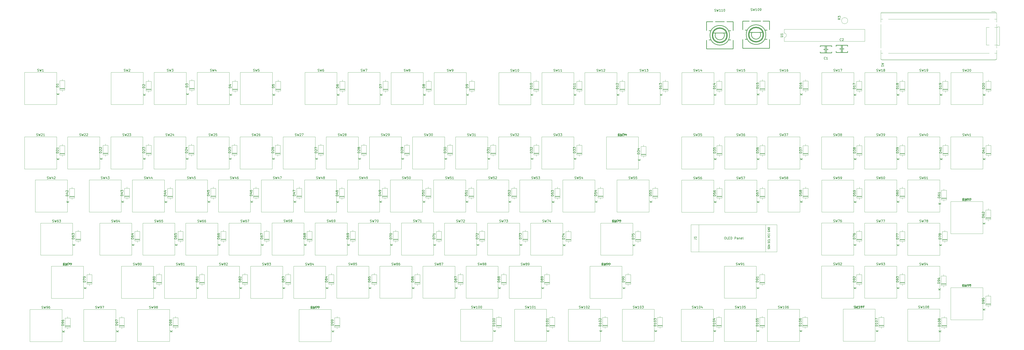
<source format=gbr>
%TF.GenerationSoftware,KiCad,Pcbnew,9.0.6-1.fc43*%
%TF.CreationDate,2025-12-24T21:45:28-06:00*%
%TF.ProjectId,full-keyboard,66756c6c-2d6b-4657-9962-6f6172642e6b,1*%
%TF.SameCoordinates,Original*%
%TF.FileFunction,Legend,Top*%
%TF.FilePolarity,Positive*%
%FSLAX46Y46*%
G04 Gerber Fmt 4.6, Leading zero omitted, Abs format (unit mm)*
G04 Created by KiCad (PCBNEW 9.0.6-1.fc43) date 2025-12-24 21:45:28*
%MOMM*%
%LPD*%
G01*
G04 APERTURE LIST*
%ADD10C,0.150000*%
%ADD11C,0.120000*%
%ADD12C,0.040000*%
%ADD13C,0.250000*%
G04 APERTURE END LIST*
D10*
X244090476Y-106507200D02*
X244233333Y-106554819D01*
X244233333Y-106554819D02*
X244471428Y-106554819D01*
X244471428Y-106554819D02*
X244566666Y-106507200D01*
X244566666Y-106507200D02*
X244614285Y-106459580D01*
X244614285Y-106459580D02*
X244661904Y-106364342D01*
X244661904Y-106364342D02*
X244661904Y-106269104D01*
X244661904Y-106269104D02*
X244614285Y-106173866D01*
X244614285Y-106173866D02*
X244566666Y-106126247D01*
X244566666Y-106126247D02*
X244471428Y-106078628D01*
X244471428Y-106078628D02*
X244280952Y-106031009D01*
X244280952Y-106031009D02*
X244185714Y-105983390D01*
X244185714Y-105983390D02*
X244138095Y-105935771D01*
X244138095Y-105935771D02*
X244090476Y-105840533D01*
X244090476Y-105840533D02*
X244090476Y-105745295D01*
X244090476Y-105745295D02*
X244138095Y-105650057D01*
X244138095Y-105650057D02*
X244185714Y-105602438D01*
X244185714Y-105602438D02*
X244280952Y-105554819D01*
X244280952Y-105554819D02*
X244519047Y-105554819D01*
X244519047Y-105554819D02*
X244661904Y-105602438D01*
X244995238Y-105554819D02*
X245233333Y-106554819D01*
X245233333Y-106554819D02*
X245423809Y-105840533D01*
X245423809Y-105840533D02*
X245614285Y-106554819D01*
X245614285Y-106554819D02*
X245852381Y-105554819D01*
X246709523Y-105554819D02*
X246233333Y-105554819D01*
X246233333Y-105554819D02*
X246185714Y-106031009D01*
X246185714Y-106031009D02*
X246233333Y-105983390D01*
X246233333Y-105983390D02*
X246328571Y-105935771D01*
X246328571Y-105935771D02*
X246566666Y-105935771D01*
X246566666Y-105935771D02*
X246661904Y-105983390D01*
X246661904Y-105983390D02*
X246709523Y-106031009D01*
X246709523Y-106031009D02*
X246757142Y-106126247D01*
X246757142Y-106126247D02*
X246757142Y-106364342D01*
X246757142Y-106364342D02*
X246709523Y-106459580D01*
X246709523Y-106459580D02*
X246661904Y-106507200D01*
X246661904Y-106507200D02*
X246566666Y-106554819D01*
X246566666Y-106554819D02*
X246328571Y-106554819D01*
X246328571Y-106554819D02*
X246233333Y-106507200D01*
X246233333Y-106507200D02*
X246185714Y-106459580D01*
X247138095Y-105650057D02*
X247185714Y-105602438D01*
X247185714Y-105602438D02*
X247280952Y-105554819D01*
X247280952Y-105554819D02*
X247519047Y-105554819D01*
X247519047Y-105554819D02*
X247614285Y-105602438D01*
X247614285Y-105602438D02*
X247661904Y-105650057D01*
X247661904Y-105650057D02*
X247709523Y-105745295D01*
X247709523Y-105745295D02*
X247709523Y-105840533D01*
X247709523Y-105840533D02*
X247661904Y-105983390D01*
X247661904Y-105983390D02*
X247090476Y-106554819D01*
X247090476Y-106554819D02*
X247709523Y-106554819D01*
X382434819Y-171690475D02*
X381434819Y-171690475D01*
X381434819Y-171690475D02*
X381434819Y-171452380D01*
X381434819Y-171452380D02*
X381482438Y-171309523D01*
X381482438Y-171309523D02*
X381577676Y-171214285D01*
X381577676Y-171214285D02*
X381672914Y-171166666D01*
X381672914Y-171166666D02*
X381863390Y-171119047D01*
X381863390Y-171119047D02*
X382006247Y-171119047D01*
X382006247Y-171119047D02*
X382196723Y-171166666D01*
X382196723Y-171166666D02*
X382291961Y-171214285D01*
X382291961Y-171214285D02*
X382387200Y-171309523D01*
X382387200Y-171309523D02*
X382434819Y-171452380D01*
X382434819Y-171452380D02*
X382434819Y-171690475D01*
X382434819Y-170166666D02*
X382434819Y-170738094D01*
X382434819Y-170452380D02*
X381434819Y-170452380D01*
X381434819Y-170452380D02*
X381577676Y-170547618D01*
X381577676Y-170547618D02*
X381672914Y-170642856D01*
X381672914Y-170642856D02*
X381720533Y-170738094D01*
X381434819Y-169547618D02*
X381434819Y-169452380D01*
X381434819Y-169452380D02*
X381482438Y-169357142D01*
X381482438Y-169357142D02*
X381530057Y-169309523D01*
X381530057Y-169309523D02*
X381625295Y-169261904D01*
X381625295Y-169261904D02*
X381815771Y-169214285D01*
X381815771Y-169214285D02*
X382053866Y-169214285D01*
X382053866Y-169214285D02*
X382244342Y-169261904D01*
X382244342Y-169261904D02*
X382339580Y-169309523D01*
X382339580Y-169309523D02*
X382387200Y-169357142D01*
X382387200Y-169357142D02*
X382434819Y-169452380D01*
X382434819Y-169452380D02*
X382434819Y-169547618D01*
X382434819Y-169547618D02*
X382387200Y-169642856D01*
X382387200Y-169642856D02*
X382339580Y-169690475D01*
X382339580Y-169690475D02*
X382244342Y-169738094D01*
X382244342Y-169738094D02*
X382053866Y-169785713D01*
X382053866Y-169785713D02*
X381815771Y-169785713D01*
X381815771Y-169785713D02*
X381625295Y-169738094D01*
X381625295Y-169738094D02*
X381530057Y-169690475D01*
X381530057Y-169690475D02*
X381482438Y-169642856D01*
X381482438Y-169642856D02*
X381434819Y-169547618D01*
X381434819Y-168357142D02*
X381434819Y-168547618D01*
X381434819Y-168547618D02*
X381482438Y-168642856D01*
X381482438Y-168642856D02*
X381530057Y-168690475D01*
X381530057Y-168690475D02*
X381672914Y-168785713D01*
X381672914Y-168785713D02*
X381863390Y-168833332D01*
X381863390Y-168833332D02*
X382244342Y-168833332D01*
X382244342Y-168833332D02*
X382339580Y-168785713D01*
X382339580Y-168785713D02*
X382387200Y-168738094D01*
X382387200Y-168738094D02*
X382434819Y-168642856D01*
X382434819Y-168642856D02*
X382434819Y-168452380D01*
X382434819Y-168452380D02*
X382387200Y-168357142D01*
X382387200Y-168357142D02*
X382339580Y-168309523D01*
X382339580Y-168309523D02*
X382244342Y-168261904D01*
X382244342Y-168261904D02*
X382006247Y-168261904D01*
X382006247Y-168261904D02*
X381911009Y-168309523D01*
X381911009Y-168309523D02*
X381863390Y-168357142D01*
X381863390Y-168357142D02*
X381815771Y-168452380D01*
X381815771Y-168452380D02*
X381815771Y-168642856D01*
X381815771Y-168642856D02*
X381863390Y-168738094D01*
X381863390Y-168738094D02*
X381911009Y-168785713D01*
X381911009Y-168785713D02*
X382006247Y-168833332D01*
X382754819Y-174071904D02*
X381754819Y-174071904D01*
X382754819Y-173500476D02*
X382183390Y-173929047D01*
X381754819Y-173500476D02*
X382326247Y-174071904D01*
X58134819Y-114124285D02*
X57134819Y-114124285D01*
X57134819Y-114124285D02*
X57134819Y-113886190D01*
X57134819Y-113886190D02*
X57182438Y-113743333D01*
X57182438Y-113743333D02*
X57277676Y-113648095D01*
X57277676Y-113648095D02*
X57372914Y-113600476D01*
X57372914Y-113600476D02*
X57563390Y-113552857D01*
X57563390Y-113552857D02*
X57706247Y-113552857D01*
X57706247Y-113552857D02*
X57896723Y-113600476D01*
X57896723Y-113600476D02*
X57991961Y-113648095D01*
X57991961Y-113648095D02*
X58087200Y-113743333D01*
X58087200Y-113743333D02*
X58134819Y-113886190D01*
X58134819Y-113886190D02*
X58134819Y-114124285D01*
X57468152Y-112695714D02*
X58134819Y-112695714D01*
X57087200Y-112933809D02*
X57801485Y-113171904D01*
X57801485Y-113171904D02*
X57801485Y-112552857D01*
X57230057Y-112219523D02*
X57182438Y-112171904D01*
X57182438Y-112171904D02*
X57134819Y-112076666D01*
X57134819Y-112076666D02*
X57134819Y-111838571D01*
X57134819Y-111838571D02*
X57182438Y-111743333D01*
X57182438Y-111743333D02*
X57230057Y-111695714D01*
X57230057Y-111695714D02*
X57325295Y-111648095D01*
X57325295Y-111648095D02*
X57420533Y-111648095D01*
X57420533Y-111648095D02*
X57563390Y-111695714D01*
X57563390Y-111695714D02*
X58134819Y-112267142D01*
X58134819Y-112267142D02*
X58134819Y-111648095D01*
X58454819Y-116981904D02*
X57454819Y-116981904D01*
X58454819Y-116410476D02*
X57883390Y-116839047D01*
X57454819Y-116410476D02*
X58026247Y-116981904D01*
X406434819Y-95124285D02*
X405434819Y-95124285D01*
X405434819Y-95124285D02*
X405434819Y-94886190D01*
X405434819Y-94886190D02*
X405482438Y-94743333D01*
X405482438Y-94743333D02*
X405577676Y-94648095D01*
X405577676Y-94648095D02*
X405672914Y-94600476D01*
X405672914Y-94600476D02*
X405863390Y-94552857D01*
X405863390Y-94552857D02*
X406006247Y-94552857D01*
X406006247Y-94552857D02*
X406196723Y-94600476D01*
X406196723Y-94600476D02*
X406291961Y-94648095D01*
X406291961Y-94648095D02*
X406387200Y-94743333D01*
X406387200Y-94743333D02*
X406434819Y-94886190D01*
X406434819Y-94886190D02*
X406434819Y-95124285D01*
X405434819Y-94219523D02*
X405434819Y-93600476D01*
X405434819Y-93600476D02*
X405815771Y-93933809D01*
X405815771Y-93933809D02*
X405815771Y-93790952D01*
X405815771Y-93790952D02*
X405863390Y-93695714D01*
X405863390Y-93695714D02*
X405911009Y-93648095D01*
X405911009Y-93648095D02*
X406006247Y-93600476D01*
X406006247Y-93600476D02*
X406244342Y-93600476D01*
X406244342Y-93600476D02*
X406339580Y-93648095D01*
X406339580Y-93648095D02*
X406387200Y-93695714D01*
X406387200Y-93695714D02*
X406434819Y-93790952D01*
X406434819Y-93790952D02*
X406434819Y-94076666D01*
X406434819Y-94076666D02*
X406387200Y-94171904D01*
X406387200Y-94171904D02*
X406339580Y-94219523D01*
X405863390Y-93029047D02*
X405815771Y-93124285D01*
X405815771Y-93124285D02*
X405768152Y-93171904D01*
X405768152Y-93171904D02*
X405672914Y-93219523D01*
X405672914Y-93219523D02*
X405625295Y-93219523D01*
X405625295Y-93219523D02*
X405530057Y-93171904D01*
X405530057Y-93171904D02*
X405482438Y-93124285D01*
X405482438Y-93124285D02*
X405434819Y-93029047D01*
X405434819Y-93029047D02*
X405434819Y-92838571D01*
X405434819Y-92838571D02*
X405482438Y-92743333D01*
X405482438Y-92743333D02*
X405530057Y-92695714D01*
X405530057Y-92695714D02*
X405625295Y-92648095D01*
X405625295Y-92648095D02*
X405672914Y-92648095D01*
X405672914Y-92648095D02*
X405768152Y-92695714D01*
X405768152Y-92695714D02*
X405815771Y-92743333D01*
X405815771Y-92743333D02*
X405863390Y-92838571D01*
X405863390Y-92838571D02*
X405863390Y-93029047D01*
X405863390Y-93029047D02*
X405911009Y-93124285D01*
X405911009Y-93124285D02*
X405958628Y-93171904D01*
X405958628Y-93171904D02*
X406053866Y-93219523D01*
X406053866Y-93219523D02*
X406244342Y-93219523D01*
X406244342Y-93219523D02*
X406339580Y-93171904D01*
X406339580Y-93171904D02*
X406387200Y-93124285D01*
X406387200Y-93124285D02*
X406434819Y-93029047D01*
X406434819Y-93029047D02*
X406434819Y-92838571D01*
X406434819Y-92838571D02*
X406387200Y-92743333D01*
X406387200Y-92743333D02*
X406339580Y-92695714D01*
X406339580Y-92695714D02*
X406244342Y-92648095D01*
X406244342Y-92648095D02*
X406053866Y-92648095D01*
X406053866Y-92648095D02*
X405958628Y-92695714D01*
X405958628Y-92695714D02*
X405911009Y-92743333D01*
X405911009Y-92743333D02*
X405863390Y-92838571D01*
X406754819Y-97981904D02*
X405754819Y-97981904D01*
X406754819Y-97410476D02*
X406183390Y-97839047D01*
X405754819Y-97410476D02*
X406326247Y-97981904D01*
X148832976Y-106507200D02*
X148975833Y-106554819D01*
X148975833Y-106554819D02*
X149213928Y-106554819D01*
X149213928Y-106554819D02*
X149309166Y-106507200D01*
X149309166Y-106507200D02*
X149356785Y-106459580D01*
X149356785Y-106459580D02*
X149404404Y-106364342D01*
X149404404Y-106364342D02*
X149404404Y-106269104D01*
X149404404Y-106269104D02*
X149356785Y-106173866D01*
X149356785Y-106173866D02*
X149309166Y-106126247D01*
X149309166Y-106126247D02*
X149213928Y-106078628D01*
X149213928Y-106078628D02*
X149023452Y-106031009D01*
X149023452Y-106031009D02*
X148928214Y-105983390D01*
X148928214Y-105983390D02*
X148880595Y-105935771D01*
X148880595Y-105935771D02*
X148832976Y-105840533D01*
X148832976Y-105840533D02*
X148832976Y-105745295D01*
X148832976Y-105745295D02*
X148880595Y-105650057D01*
X148880595Y-105650057D02*
X148928214Y-105602438D01*
X148928214Y-105602438D02*
X149023452Y-105554819D01*
X149023452Y-105554819D02*
X149261547Y-105554819D01*
X149261547Y-105554819D02*
X149404404Y-105602438D01*
X149737738Y-105554819D02*
X149975833Y-106554819D01*
X149975833Y-106554819D02*
X150166309Y-105840533D01*
X150166309Y-105840533D02*
X150356785Y-106554819D01*
X150356785Y-106554819D02*
X150594881Y-105554819D01*
X151404404Y-105888152D02*
X151404404Y-106554819D01*
X151166309Y-105507200D02*
X150928214Y-106221485D01*
X150928214Y-106221485D02*
X151547261Y-106221485D01*
X151832976Y-105554819D02*
X152499642Y-105554819D01*
X152499642Y-105554819D02*
X152071071Y-106554819D01*
X444534819Y-95114285D02*
X443534819Y-95114285D01*
X443534819Y-95114285D02*
X443534819Y-94876190D01*
X443534819Y-94876190D02*
X443582438Y-94733333D01*
X443582438Y-94733333D02*
X443677676Y-94638095D01*
X443677676Y-94638095D02*
X443772914Y-94590476D01*
X443772914Y-94590476D02*
X443963390Y-94542857D01*
X443963390Y-94542857D02*
X444106247Y-94542857D01*
X444106247Y-94542857D02*
X444296723Y-94590476D01*
X444296723Y-94590476D02*
X444391961Y-94638095D01*
X444391961Y-94638095D02*
X444487200Y-94733333D01*
X444487200Y-94733333D02*
X444534819Y-94876190D01*
X444534819Y-94876190D02*
X444534819Y-95114285D01*
X443868152Y-93685714D02*
X444534819Y-93685714D01*
X443487200Y-93923809D02*
X444201485Y-94161904D01*
X444201485Y-94161904D02*
X444201485Y-93542857D01*
X443534819Y-92971428D02*
X443534819Y-92876190D01*
X443534819Y-92876190D02*
X443582438Y-92780952D01*
X443582438Y-92780952D02*
X443630057Y-92733333D01*
X443630057Y-92733333D02*
X443725295Y-92685714D01*
X443725295Y-92685714D02*
X443915771Y-92638095D01*
X443915771Y-92638095D02*
X444153866Y-92638095D01*
X444153866Y-92638095D02*
X444344342Y-92685714D01*
X444344342Y-92685714D02*
X444439580Y-92733333D01*
X444439580Y-92733333D02*
X444487200Y-92780952D01*
X444487200Y-92780952D02*
X444534819Y-92876190D01*
X444534819Y-92876190D02*
X444534819Y-92971428D01*
X444534819Y-92971428D02*
X444487200Y-93066666D01*
X444487200Y-93066666D02*
X444439580Y-93114285D01*
X444439580Y-93114285D02*
X444344342Y-93161904D01*
X444344342Y-93161904D02*
X444153866Y-93209523D01*
X444153866Y-93209523D02*
X443915771Y-93209523D01*
X443915771Y-93209523D02*
X443725295Y-93161904D01*
X443725295Y-93161904D02*
X443630057Y-93114285D01*
X443630057Y-93114285D02*
X443582438Y-93066666D01*
X443582438Y-93066666D02*
X443534819Y-92971428D01*
X444854819Y-97971904D02*
X443854819Y-97971904D01*
X444854819Y-97400476D02*
X444283390Y-97829047D01*
X443854819Y-97400476D02*
X444426247Y-97971904D01*
X453851645Y-58959885D02*
X453994502Y-59007504D01*
X453994502Y-59007504D02*
X454232597Y-59007504D01*
X454232597Y-59007504D02*
X454327835Y-58959885D01*
X454327835Y-58959885D02*
X454375454Y-58912265D01*
X454375454Y-58912265D02*
X454423073Y-58817027D01*
X454423073Y-58817027D02*
X454423073Y-58721789D01*
X454423073Y-58721789D02*
X454375454Y-58626551D01*
X454375454Y-58626551D02*
X454327835Y-58578932D01*
X454327835Y-58578932D02*
X454232597Y-58531313D01*
X454232597Y-58531313D02*
X454042121Y-58483694D01*
X454042121Y-58483694D02*
X453946883Y-58436075D01*
X453946883Y-58436075D02*
X453899264Y-58388456D01*
X453899264Y-58388456D02*
X453851645Y-58293218D01*
X453851645Y-58293218D02*
X453851645Y-58197980D01*
X453851645Y-58197980D02*
X453899264Y-58102742D01*
X453899264Y-58102742D02*
X453946883Y-58055123D01*
X453946883Y-58055123D02*
X454042121Y-58007504D01*
X454042121Y-58007504D02*
X454280216Y-58007504D01*
X454280216Y-58007504D02*
X454423073Y-58055123D01*
X454756407Y-58007504D02*
X454994502Y-59007504D01*
X454994502Y-59007504D02*
X455184978Y-58293218D01*
X455184978Y-58293218D02*
X455375454Y-59007504D01*
X455375454Y-59007504D02*
X455613550Y-58007504D01*
X455946883Y-58102742D02*
X455994502Y-58055123D01*
X455994502Y-58055123D02*
X456089740Y-58007504D01*
X456089740Y-58007504D02*
X456327835Y-58007504D01*
X456327835Y-58007504D02*
X456423073Y-58055123D01*
X456423073Y-58055123D02*
X456470692Y-58102742D01*
X456470692Y-58102742D02*
X456518311Y-58197980D01*
X456518311Y-58197980D02*
X456518311Y-58293218D01*
X456518311Y-58293218D02*
X456470692Y-58436075D01*
X456470692Y-58436075D02*
X455899264Y-59007504D01*
X455899264Y-59007504D02*
X456518311Y-59007504D01*
X457137359Y-58007504D02*
X457232597Y-58007504D01*
X457232597Y-58007504D02*
X457327835Y-58055123D01*
X457327835Y-58055123D02*
X457375454Y-58102742D01*
X457375454Y-58102742D02*
X457423073Y-58197980D01*
X457423073Y-58197980D02*
X457470692Y-58388456D01*
X457470692Y-58388456D02*
X457470692Y-58626551D01*
X457470692Y-58626551D02*
X457423073Y-58817027D01*
X457423073Y-58817027D02*
X457375454Y-58912265D01*
X457375454Y-58912265D02*
X457327835Y-58959885D01*
X457327835Y-58959885D02*
X457232597Y-59007504D01*
X457232597Y-59007504D02*
X457137359Y-59007504D01*
X457137359Y-59007504D02*
X457042121Y-58959885D01*
X457042121Y-58959885D02*
X456994502Y-58912265D01*
X456994502Y-58912265D02*
X456946883Y-58817027D01*
X456946883Y-58817027D02*
X456899264Y-58626551D01*
X456899264Y-58626551D02*
X456899264Y-58388456D01*
X456899264Y-58388456D02*
X456946883Y-58197980D01*
X456946883Y-58197980D02*
X456994502Y-58102742D01*
X456994502Y-58102742D02*
X457042121Y-58055123D01*
X457042121Y-58055123D02*
X457137359Y-58007504D01*
X115390476Y-125607200D02*
X115533333Y-125654819D01*
X115533333Y-125654819D02*
X115771428Y-125654819D01*
X115771428Y-125654819D02*
X115866666Y-125607200D01*
X115866666Y-125607200D02*
X115914285Y-125559580D01*
X115914285Y-125559580D02*
X115961904Y-125464342D01*
X115961904Y-125464342D02*
X115961904Y-125369104D01*
X115961904Y-125369104D02*
X115914285Y-125273866D01*
X115914285Y-125273866D02*
X115866666Y-125226247D01*
X115866666Y-125226247D02*
X115771428Y-125178628D01*
X115771428Y-125178628D02*
X115580952Y-125131009D01*
X115580952Y-125131009D02*
X115485714Y-125083390D01*
X115485714Y-125083390D02*
X115438095Y-125035771D01*
X115438095Y-125035771D02*
X115390476Y-124940533D01*
X115390476Y-124940533D02*
X115390476Y-124845295D01*
X115390476Y-124845295D02*
X115438095Y-124750057D01*
X115438095Y-124750057D02*
X115485714Y-124702438D01*
X115485714Y-124702438D02*
X115580952Y-124654819D01*
X115580952Y-124654819D02*
X115819047Y-124654819D01*
X115819047Y-124654819D02*
X115961904Y-124702438D01*
X116295238Y-124654819D02*
X116533333Y-125654819D01*
X116533333Y-125654819D02*
X116723809Y-124940533D01*
X116723809Y-124940533D02*
X116914285Y-125654819D01*
X116914285Y-125654819D02*
X117152381Y-124654819D01*
X117961904Y-124654819D02*
X117771428Y-124654819D01*
X117771428Y-124654819D02*
X117676190Y-124702438D01*
X117676190Y-124702438D02*
X117628571Y-124750057D01*
X117628571Y-124750057D02*
X117533333Y-124892914D01*
X117533333Y-124892914D02*
X117485714Y-125083390D01*
X117485714Y-125083390D02*
X117485714Y-125464342D01*
X117485714Y-125464342D02*
X117533333Y-125559580D01*
X117533333Y-125559580D02*
X117580952Y-125607200D01*
X117580952Y-125607200D02*
X117676190Y-125654819D01*
X117676190Y-125654819D02*
X117866666Y-125654819D01*
X117866666Y-125654819D02*
X117961904Y-125607200D01*
X117961904Y-125607200D02*
X118009523Y-125559580D01*
X118009523Y-125559580D02*
X118057142Y-125464342D01*
X118057142Y-125464342D02*
X118057142Y-125226247D01*
X118057142Y-125226247D02*
X118009523Y-125131009D01*
X118009523Y-125131009D02*
X117961904Y-125083390D01*
X117961904Y-125083390D02*
X117866666Y-125035771D01*
X117866666Y-125035771D02*
X117676190Y-125035771D01*
X117676190Y-125035771D02*
X117580952Y-125083390D01*
X117580952Y-125083390D02*
X117533333Y-125131009D01*
X117533333Y-125131009D02*
X117485714Y-125226247D01*
X118914285Y-124654819D02*
X118723809Y-124654819D01*
X118723809Y-124654819D02*
X118628571Y-124702438D01*
X118628571Y-124702438D02*
X118580952Y-124750057D01*
X118580952Y-124750057D02*
X118485714Y-124892914D01*
X118485714Y-124892914D02*
X118438095Y-125083390D01*
X118438095Y-125083390D02*
X118438095Y-125464342D01*
X118438095Y-125464342D02*
X118485714Y-125559580D01*
X118485714Y-125559580D02*
X118533333Y-125607200D01*
X118533333Y-125607200D02*
X118628571Y-125654819D01*
X118628571Y-125654819D02*
X118819047Y-125654819D01*
X118819047Y-125654819D02*
X118914285Y-125607200D01*
X118914285Y-125607200D02*
X118961904Y-125559580D01*
X118961904Y-125559580D02*
X119009523Y-125464342D01*
X119009523Y-125464342D02*
X119009523Y-125226247D01*
X119009523Y-125226247D02*
X118961904Y-125131009D01*
X118961904Y-125131009D02*
X118914285Y-125083390D01*
X118914285Y-125083390D02*
X118819047Y-125035771D01*
X118819047Y-125035771D02*
X118628571Y-125035771D01*
X118628571Y-125035771D02*
X118533333Y-125083390D01*
X118533333Y-125083390D02*
X118485714Y-125131009D01*
X118485714Y-125131009D02*
X118438095Y-125226247D01*
X77332976Y-125607200D02*
X77475833Y-125654819D01*
X77475833Y-125654819D02*
X77713928Y-125654819D01*
X77713928Y-125654819D02*
X77809166Y-125607200D01*
X77809166Y-125607200D02*
X77856785Y-125559580D01*
X77856785Y-125559580D02*
X77904404Y-125464342D01*
X77904404Y-125464342D02*
X77904404Y-125369104D01*
X77904404Y-125369104D02*
X77856785Y-125273866D01*
X77856785Y-125273866D02*
X77809166Y-125226247D01*
X77809166Y-125226247D02*
X77713928Y-125178628D01*
X77713928Y-125178628D02*
X77523452Y-125131009D01*
X77523452Y-125131009D02*
X77428214Y-125083390D01*
X77428214Y-125083390D02*
X77380595Y-125035771D01*
X77380595Y-125035771D02*
X77332976Y-124940533D01*
X77332976Y-124940533D02*
X77332976Y-124845295D01*
X77332976Y-124845295D02*
X77380595Y-124750057D01*
X77380595Y-124750057D02*
X77428214Y-124702438D01*
X77428214Y-124702438D02*
X77523452Y-124654819D01*
X77523452Y-124654819D02*
X77761547Y-124654819D01*
X77761547Y-124654819D02*
X77904404Y-124702438D01*
X78237738Y-124654819D02*
X78475833Y-125654819D01*
X78475833Y-125654819D02*
X78666309Y-124940533D01*
X78666309Y-124940533D02*
X78856785Y-125654819D01*
X78856785Y-125654819D02*
X79094881Y-124654819D01*
X79904404Y-124654819D02*
X79713928Y-124654819D01*
X79713928Y-124654819D02*
X79618690Y-124702438D01*
X79618690Y-124702438D02*
X79571071Y-124750057D01*
X79571071Y-124750057D02*
X79475833Y-124892914D01*
X79475833Y-124892914D02*
X79428214Y-125083390D01*
X79428214Y-125083390D02*
X79428214Y-125464342D01*
X79428214Y-125464342D02*
X79475833Y-125559580D01*
X79475833Y-125559580D02*
X79523452Y-125607200D01*
X79523452Y-125607200D02*
X79618690Y-125654819D01*
X79618690Y-125654819D02*
X79809166Y-125654819D01*
X79809166Y-125654819D02*
X79904404Y-125607200D01*
X79904404Y-125607200D02*
X79952023Y-125559580D01*
X79952023Y-125559580D02*
X79999642Y-125464342D01*
X79999642Y-125464342D02*
X79999642Y-125226247D01*
X79999642Y-125226247D02*
X79952023Y-125131009D01*
X79952023Y-125131009D02*
X79904404Y-125083390D01*
X79904404Y-125083390D02*
X79809166Y-125035771D01*
X79809166Y-125035771D02*
X79618690Y-125035771D01*
X79618690Y-125035771D02*
X79523452Y-125083390D01*
X79523452Y-125083390D02*
X79475833Y-125131009D01*
X79475833Y-125131009D02*
X79428214Y-125226247D01*
X80856785Y-124988152D02*
X80856785Y-125654819D01*
X80618690Y-124607200D02*
X80380595Y-125321485D01*
X80380595Y-125321485D02*
X80999642Y-125321485D01*
X206707250Y-58972421D02*
X206850107Y-59020040D01*
X206850107Y-59020040D02*
X207088202Y-59020040D01*
X207088202Y-59020040D02*
X207183440Y-58972421D01*
X207183440Y-58972421D02*
X207231059Y-58924801D01*
X207231059Y-58924801D02*
X207278678Y-58829563D01*
X207278678Y-58829563D02*
X207278678Y-58734325D01*
X207278678Y-58734325D02*
X207231059Y-58639087D01*
X207231059Y-58639087D02*
X207183440Y-58591468D01*
X207183440Y-58591468D02*
X207088202Y-58543849D01*
X207088202Y-58543849D02*
X206897726Y-58496230D01*
X206897726Y-58496230D02*
X206802488Y-58448611D01*
X206802488Y-58448611D02*
X206754869Y-58400992D01*
X206754869Y-58400992D02*
X206707250Y-58305754D01*
X206707250Y-58305754D02*
X206707250Y-58210516D01*
X206707250Y-58210516D02*
X206754869Y-58115278D01*
X206754869Y-58115278D02*
X206802488Y-58067659D01*
X206802488Y-58067659D02*
X206897726Y-58020040D01*
X206897726Y-58020040D02*
X207135821Y-58020040D01*
X207135821Y-58020040D02*
X207278678Y-58067659D01*
X207612012Y-58020040D02*
X207850107Y-59020040D01*
X207850107Y-59020040D02*
X208040583Y-58305754D01*
X208040583Y-58305754D02*
X208231059Y-59020040D01*
X208231059Y-59020040D02*
X208469155Y-58020040D01*
X208992964Y-58448611D02*
X208897726Y-58400992D01*
X208897726Y-58400992D02*
X208850107Y-58353373D01*
X208850107Y-58353373D02*
X208802488Y-58258135D01*
X208802488Y-58258135D02*
X208802488Y-58210516D01*
X208802488Y-58210516D02*
X208850107Y-58115278D01*
X208850107Y-58115278D02*
X208897726Y-58067659D01*
X208897726Y-58067659D02*
X208992964Y-58020040D01*
X208992964Y-58020040D02*
X209183440Y-58020040D01*
X209183440Y-58020040D02*
X209278678Y-58067659D01*
X209278678Y-58067659D02*
X209326297Y-58115278D01*
X209326297Y-58115278D02*
X209373916Y-58210516D01*
X209373916Y-58210516D02*
X209373916Y-58258135D01*
X209373916Y-58258135D02*
X209326297Y-58353373D01*
X209326297Y-58353373D02*
X209278678Y-58400992D01*
X209278678Y-58400992D02*
X209183440Y-58448611D01*
X209183440Y-58448611D02*
X208992964Y-58448611D01*
X208992964Y-58448611D02*
X208897726Y-58496230D01*
X208897726Y-58496230D02*
X208850107Y-58543849D01*
X208850107Y-58543849D02*
X208802488Y-58639087D01*
X208802488Y-58639087D02*
X208802488Y-58829563D01*
X208802488Y-58829563D02*
X208850107Y-58924801D01*
X208850107Y-58924801D02*
X208897726Y-58972421D01*
X208897726Y-58972421D02*
X208992964Y-59020040D01*
X208992964Y-59020040D02*
X209183440Y-59020040D01*
X209183440Y-59020040D02*
X209278678Y-58972421D01*
X209278678Y-58972421D02*
X209326297Y-58924801D01*
X209326297Y-58924801D02*
X209373916Y-58829563D01*
X209373916Y-58829563D02*
X209373916Y-58639087D01*
X209373916Y-58639087D02*
X209326297Y-58543849D01*
X209326297Y-58543849D02*
X209278678Y-58496230D01*
X209278678Y-58496230D02*
X209183440Y-58448611D01*
X344534819Y-114114285D02*
X343534819Y-114114285D01*
X343534819Y-114114285D02*
X343534819Y-113876190D01*
X343534819Y-113876190D02*
X343582438Y-113733333D01*
X343582438Y-113733333D02*
X343677676Y-113638095D01*
X343677676Y-113638095D02*
X343772914Y-113590476D01*
X343772914Y-113590476D02*
X343963390Y-113542857D01*
X343963390Y-113542857D02*
X344106247Y-113542857D01*
X344106247Y-113542857D02*
X344296723Y-113590476D01*
X344296723Y-113590476D02*
X344391961Y-113638095D01*
X344391961Y-113638095D02*
X344487200Y-113733333D01*
X344487200Y-113733333D02*
X344534819Y-113876190D01*
X344534819Y-113876190D02*
X344534819Y-114114285D01*
X343534819Y-112638095D02*
X343534819Y-113114285D01*
X343534819Y-113114285D02*
X344011009Y-113161904D01*
X344011009Y-113161904D02*
X343963390Y-113114285D01*
X343963390Y-113114285D02*
X343915771Y-113019047D01*
X343915771Y-113019047D02*
X343915771Y-112780952D01*
X343915771Y-112780952D02*
X343963390Y-112685714D01*
X343963390Y-112685714D02*
X344011009Y-112638095D01*
X344011009Y-112638095D02*
X344106247Y-112590476D01*
X344106247Y-112590476D02*
X344344342Y-112590476D01*
X344344342Y-112590476D02*
X344439580Y-112638095D01*
X344439580Y-112638095D02*
X344487200Y-112685714D01*
X344487200Y-112685714D02*
X344534819Y-112780952D01*
X344534819Y-112780952D02*
X344534819Y-113019047D01*
X344534819Y-113019047D02*
X344487200Y-113114285D01*
X344487200Y-113114285D02*
X344439580Y-113161904D01*
X343534819Y-111733333D02*
X343534819Y-111923809D01*
X343534819Y-111923809D02*
X343582438Y-112019047D01*
X343582438Y-112019047D02*
X343630057Y-112066666D01*
X343630057Y-112066666D02*
X343772914Y-112161904D01*
X343772914Y-112161904D02*
X343963390Y-112209523D01*
X343963390Y-112209523D02*
X344344342Y-112209523D01*
X344344342Y-112209523D02*
X344439580Y-112161904D01*
X344439580Y-112161904D02*
X344487200Y-112114285D01*
X344487200Y-112114285D02*
X344534819Y-112019047D01*
X344534819Y-112019047D02*
X344534819Y-111828571D01*
X344534819Y-111828571D02*
X344487200Y-111733333D01*
X344487200Y-111733333D02*
X344439580Y-111685714D01*
X344439580Y-111685714D02*
X344344342Y-111638095D01*
X344344342Y-111638095D02*
X344106247Y-111638095D01*
X344106247Y-111638095D02*
X344011009Y-111685714D01*
X344011009Y-111685714D02*
X343963390Y-111733333D01*
X343963390Y-111733333D02*
X343915771Y-111828571D01*
X343915771Y-111828571D02*
X343915771Y-112019047D01*
X343915771Y-112019047D02*
X343963390Y-112114285D01*
X343963390Y-112114285D02*
X344011009Y-112161904D01*
X344011009Y-112161904D02*
X344106247Y-112209523D01*
X344854819Y-116971904D02*
X343854819Y-116971904D01*
X344854819Y-116400476D02*
X344283390Y-116829047D01*
X343854819Y-116400476D02*
X344426247Y-116971904D01*
X249134819Y-152214285D02*
X248134819Y-152214285D01*
X248134819Y-152214285D02*
X248134819Y-151976190D01*
X248134819Y-151976190D02*
X248182438Y-151833333D01*
X248182438Y-151833333D02*
X248277676Y-151738095D01*
X248277676Y-151738095D02*
X248372914Y-151690476D01*
X248372914Y-151690476D02*
X248563390Y-151642857D01*
X248563390Y-151642857D02*
X248706247Y-151642857D01*
X248706247Y-151642857D02*
X248896723Y-151690476D01*
X248896723Y-151690476D02*
X248991961Y-151738095D01*
X248991961Y-151738095D02*
X249087200Y-151833333D01*
X249087200Y-151833333D02*
X249134819Y-151976190D01*
X249134819Y-151976190D02*
X249134819Y-152214285D01*
X248563390Y-151071428D02*
X248515771Y-151166666D01*
X248515771Y-151166666D02*
X248468152Y-151214285D01*
X248468152Y-151214285D02*
X248372914Y-151261904D01*
X248372914Y-151261904D02*
X248325295Y-151261904D01*
X248325295Y-151261904D02*
X248230057Y-151214285D01*
X248230057Y-151214285D02*
X248182438Y-151166666D01*
X248182438Y-151166666D02*
X248134819Y-151071428D01*
X248134819Y-151071428D02*
X248134819Y-150880952D01*
X248134819Y-150880952D02*
X248182438Y-150785714D01*
X248182438Y-150785714D02*
X248230057Y-150738095D01*
X248230057Y-150738095D02*
X248325295Y-150690476D01*
X248325295Y-150690476D02*
X248372914Y-150690476D01*
X248372914Y-150690476D02*
X248468152Y-150738095D01*
X248468152Y-150738095D02*
X248515771Y-150785714D01*
X248515771Y-150785714D02*
X248563390Y-150880952D01*
X248563390Y-150880952D02*
X248563390Y-151071428D01*
X248563390Y-151071428D02*
X248611009Y-151166666D01*
X248611009Y-151166666D02*
X248658628Y-151214285D01*
X248658628Y-151214285D02*
X248753866Y-151261904D01*
X248753866Y-151261904D02*
X248944342Y-151261904D01*
X248944342Y-151261904D02*
X249039580Y-151214285D01*
X249039580Y-151214285D02*
X249087200Y-151166666D01*
X249087200Y-151166666D02*
X249134819Y-151071428D01*
X249134819Y-151071428D02*
X249134819Y-150880952D01*
X249134819Y-150880952D02*
X249087200Y-150785714D01*
X249087200Y-150785714D02*
X249039580Y-150738095D01*
X249039580Y-150738095D02*
X248944342Y-150690476D01*
X248944342Y-150690476D02*
X248753866Y-150690476D01*
X248753866Y-150690476D02*
X248658628Y-150738095D01*
X248658628Y-150738095D02*
X248611009Y-150785714D01*
X248611009Y-150785714D02*
X248563390Y-150880952D01*
X248563390Y-150119047D02*
X248515771Y-150214285D01*
X248515771Y-150214285D02*
X248468152Y-150261904D01*
X248468152Y-150261904D02*
X248372914Y-150309523D01*
X248372914Y-150309523D02*
X248325295Y-150309523D01*
X248325295Y-150309523D02*
X248230057Y-150261904D01*
X248230057Y-150261904D02*
X248182438Y-150214285D01*
X248182438Y-150214285D02*
X248134819Y-150119047D01*
X248134819Y-150119047D02*
X248134819Y-149928571D01*
X248134819Y-149928571D02*
X248182438Y-149833333D01*
X248182438Y-149833333D02*
X248230057Y-149785714D01*
X248230057Y-149785714D02*
X248325295Y-149738095D01*
X248325295Y-149738095D02*
X248372914Y-149738095D01*
X248372914Y-149738095D02*
X248468152Y-149785714D01*
X248468152Y-149785714D02*
X248515771Y-149833333D01*
X248515771Y-149833333D02*
X248563390Y-149928571D01*
X248563390Y-149928571D02*
X248563390Y-150119047D01*
X248563390Y-150119047D02*
X248611009Y-150214285D01*
X248611009Y-150214285D02*
X248658628Y-150261904D01*
X248658628Y-150261904D02*
X248753866Y-150309523D01*
X248753866Y-150309523D02*
X248944342Y-150309523D01*
X248944342Y-150309523D02*
X249039580Y-150261904D01*
X249039580Y-150261904D02*
X249087200Y-150214285D01*
X249087200Y-150214285D02*
X249134819Y-150119047D01*
X249134819Y-150119047D02*
X249134819Y-149928571D01*
X249134819Y-149928571D02*
X249087200Y-149833333D01*
X249087200Y-149833333D02*
X249039580Y-149785714D01*
X249039580Y-149785714D02*
X248944342Y-149738095D01*
X248944342Y-149738095D02*
X248753866Y-149738095D01*
X248753866Y-149738095D02*
X248658628Y-149785714D01*
X248658628Y-149785714D02*
X248611009Y-149833333D01*
X248611009Y-149833333D02*
X248563390Y-149928571D01*
X249454819Y-155071904D02*
X248454819Y-155071904D01*
X249454819Y-154500476D02*
X248883390Y-154929047D01*
X248454819Y-154500476D02*
X249026247Y-155071904D01*
X248932976Y-125607200D02*
X249075833Y-125654819D01*
X249075833Y-125654819D02*
X249313928Y-125654819D01*
X249313928Y-125654819D02*
X249409166Y-125607200D01*
X249409166Y-125607200D02*
X249456785Y-125559580D01*
X249456785Y-125559580D02*
X249504404Y-125464342D01*
X249504404Y-125464342D02*
X249504404Y-125369104D01*
X249504404Y-125369104D02*
X249456785Y-125273866D01*
X249456785Y-125273866D02*
X249409166Y-125226247D01*
X249409166Y-125226247D02*
X249313928Y-125178628D01*
X249313928Y-125178628D02*
X249123452Y-125131009D01*
X249123452Y-125131009D02*
X249028214Y-125083390D01*
X249028214Y-125083390D02*
X248980595Y-125035771D01*
X248980595Y-125035771D02*
X248932976Y-124940533D01*
X248932976Y-124940533D02*
X248932976Y-124845295D01*
X248932976Y-124845295D02*
X248980595Y-124750057D01*
X248980595Y-124750057D02*
X249028214Y-124702438D01*
X249028214Y-124702438D02*
X249123452Y-124654819D01*
X249123452Y-124654819D02*
X249361547Y-124654819D01*
X249361547Y-124654819D02*
X249504404Y-124702438D01*
X249837738Y-124654819D02*
X250075833Y-125654819D01*
X250075833Y-125654819D02*
X250266309Y-124940533D01*
X250266309Y-124940533D02*
X250456785Y-125654819D01*
X250456785Y-125654819D02*
X250694881Y-124654819D01*
X250980595Y-124654819D02*
X251647261Y-124654819D01*
X251647261Y-124654819D02*
X251218690Y-125654819D01*
X251932976Y-124654819D02*
X252552023Y-124654819D01*
X252552023Y-124654819D02*
X252218690Y-125035771D01*
X252218690Y-125035771D02*
X252361547Y-125035771D01*
X252361547Y-125035771D02*
X252456785Y-125083390D01*
X252456785Y-125083390D02*
X252504404Y-125131009D01*
X252504404Y-125131009D02*
X252552023Y-125226247D01*
X252552023Y-125226247D02*
X252552023Y-125464342D01*
X252552023Y-125464342D02*
X252504404Y-125559580D01*
X252504404Y-125559580D02*
X252456785Y-125607200D01*
X252456785Y-125607200D02*
X252361547Y-125654819D01*
X252361547Y-125654819D02*
X252075833Y-125654819D01*
X252075833Y-125654819D02*
X251980595Y-125607200D01*
X251980595Y-125607200D02*
X251932976Y-125559580D01*
X316134819Y-114004285D02*
X315134819Y-114004285D01*
X315134819Y-114004285D02*
X315134819Y-113766190D01*
X315134819Y-113766190D02*
X315182438Y-113623333D01*
X315182438Y-113623333D02*
X315277676Y-113528095D01*
X315277676Y-113528095D02*
X315372914Y-113480476D01*
X315372914Y-113480476D02*
X315563390Y-113432857D01*
X315563390Y-113432857D02*
X315706247Y-113432857D01*
X315706247Y-113432857D02*
X315896723Y-113480476D01*
X315896723Y-113480476D02*
X315991961Y-113528095D01*
X315991961Y-113528095D02*
X316087200Y-113623333D01*
X316087200Y-113623333D02*
X316134819Y-113766190D01*
X316134819Y-113766190D02*
X316134819Y-114004285D01*
X315134819Y-112528095D02*
X315134819Y-113004285D01*
X315134819Y-113004285D02*
X315611009Y-113051904D01*
X315611009Y-113051904D02*
X315563390Y-113004285D01*
X315563390Y-113004285D02*
X315515771Y-112909047D01*
X315515771Y-112909047D02*
X315515771Y-112670952D01*
X315515771Y-112670952D02*
X315563390Y-112575714D01*
X315563390Y-112575714D02*
X315611009Y-112528095D01*
X315611009Y-112528095D02*
X315706247Y-112480476D01*
X315706247Y-112480476D02*
X315944342Y-112480476D01*
X315944342Y-112480476D02*
X316039580Y-112528095D01*
X316039580Y-112528095D02*
X316087200Y-112575714D01*
X316087200Y-112575714D02*
X316134819Y-112670952D01*
X316134819Y-112670952D02*
X316134819Y-112909047D01*
X316134819Y-112909047D02*
X316087200Y-113004285D01*
X316087200Y-113004285D02*
X316039580Y-113051904D01*
X315134819Y-111575714D02*
X315134819Y-112051904D01*
X315134819Y-112051904D02*
X315611009Y-112099523D01*
X315611009Y-112099523D02*
X315563390Y-112051904D01*
X315563390Y-112051904D02*
X315515771Y-111956666D01*
X315515771Y-111956666D02*
X315515771Y-111718571D01*
X315515771Y-111718571D02*
X315563390Y-111623333D01*
X315563390Y-111623333D02*
X315611009Y-111575714D01*
X315611009Y-111575714D02*
X315706247Y-111528095D01*
X315706247Y-111528095D02*
X315944342Y-111528095D01*
X315944342Y-111528095D02*
X316039580Y-111575714D01*
X316039580Y-111575714D02*
X316087200Y-111623333D01*
X316087200Y-111623333D02*
X316134819Y-111718571D01*
X316134819Y-111718571D02*
X316134819Y-111956666D01*
X316134819Y-111956666D02*
X316087200Y-112051904D01*
X316087200Y-112051904D02*
X316039580Y-112099523D01*
X316454819Y-116861904D02*
X315454819Y-116861904D01*
X316454819Y-116290476D02*
X315883390Y-116719047D01*
X315454819Y-116290476D02*
X316026247Y-116861904D01*
X103934819Y-171314285D02*
X102934819Y-171314285D01*
X102934819Y-171314285D02*
X102934819Y-171076190D01*
X102934819Y-171076190D02*
X102982438Y-170933333D01*
X102982438Y-170933333D02*
X103077676Y-170838095D01*
X103077676Y-170838095D02*
X103172914Y-170790476D01*
X103172914Y-170790476D02*
X103363390Y-170742857D01*
X103363390Y-170742857D02*
X103506247Y-170742857D01*
X103506247Y-170742857D02*
X103696723Y-170790476D01*
X103696723Y-170790476D02*
X103791961Y-170838095D01*
X103791961Y-170838095D02*
X103887200Y-170933333D01*
X103887200Y-170933333D02*
X103934819Y-171076190D01*
X103934819Y-171076190D02*
X103934819Y-171314285D01*
X103934819Y-170266666D02*
X103934819Y-170076190D01*
X103934819Y-170076190D02*
X103887200Y-169980952D01*
X103887200Y-169980952D02*
X103839580Y-169933333D01*
X103839580Y-169933333D02*
X103696723Y-169838095D01*
X103696723Y-169838095D02*
X103506247Y-169790476D01*
X103506247Y-169790476D02*
X103125295Y-169790476D01*
X103125295Y-169790476D02*
X103030057Y-169838095D01*
X103030057Y-169838095D02*
X102982438Y-169885714D01*
X102982438Y-169885714D02*
X102934819Y-169980952D01*
X102934819Y-169980952D02*
X102934819Y-170171428D01*
X102934819Y-170171428D02*
X102982438Y-170266666D01*
X102982438Y-170266666D02*
X103030057Y-170314285D01*
X103030057Y-170314285D02*
X103125295Y-170361904D01*
X103125295Y-170361904D02*
X103363390Y-170361904D01*
X103363390Y-170361904D02*
X103458628Y-170314285D01*
X103458628Y-170314285D02*
X103506247Y-170266666D01*
X103506247Y-170266666D02*
X103553866Y-170171428D01*
X103553866Y-170171428D02*
X103553866Y-169980952D01*
X103553866Y-169980952D02*
X103506247Y-169885714D01*
X103506247Y-169885714D02*
X103458628Y-169838095D01*
X103458628Y-169838095D02*
X103363390Y-169790476D01*
X103363390Y-169219047D02*
X103315771Y-169314285D01*
X103315771Y-169314285D02*
X103268152Y-169361904D01*
X103268152Y-169361904D02*
X103172914Y-169409523D01*
X103172914Y-169409523D02*
X103125295Y-169409523D01*
X103125295Y-169409523D02*
X103030057Y-169361904D01*
X103030057Y-169361904D02*
X102982438Y-169314285D01*
X102982438Y-169314285D02*
X102934819Y-169219047D01*
X102934819Y-169219047D02*
X102934819Y-169028571D01*
X102934819Y-169028571D02*
X102982438Y-168933333D01*
X102982438Y-168933333D02*
X103030057Y-168885714D01*
X103030057Y-168885714D02*
X103125295Y-168838095D01*
X103125295Y-168838095D02*
X103172914Y-168838095D01*
X103172914Y-168838095D02*
X103268152Y-168885714D01*
X103268152Y-168885714D02*
X103315771Y-168933333D01*
X103315771Y-168933333D02*
X103363390Y-169028571D01*
X103363390Y-169028571D02*
X103363390Y-169219047D01*
X103363390Y-169219047D02*
X103411009Y-169314285D01*
X103411009Y-169314285D02*
X103458628Y-169361904D01*
X103458628Y-169361904D02*
X103553866Y-169409523D01*
X103553866Y-169409523D02*
X103744342Y-169409523D01*
X103744342Y-169409523D02*
X103839580Y-169361904D01*
X103839580Y-169361904D02*
X103887200Y-169314285D01*
X103887200Y-169314285D02*
X103934819Y-169219047D01*
X103934819Y-169219047D02*
X103934819Y-169028571D01*
X103934819Y-169028571D02*
X103887200Y-168933333D01*
X103887200Y-168933333D02*
X103839580Y-168885714D01*
X103839580Y-168885714D02*
X103744342Y-168838095D01*
X103744342Y-168838095D02*
X103553866Y-168838095D01*
X103553866Y-168838095D02*
X103458628Y-168885714D01*
X103458628Y-168885714D02*
X103411009Y-168933333D01*
X103411009Y-168933333D02*
X103363390Y-169028571D01*
X104254819Y-174171904D02*
X103254819Y-174171904D01*
X104254819Y-173600476D02*
X103683390Y-174029047D01*
X103254819Y-173600476D02*
X103826247Y-174171904D01*
X80134819Y-171314285D02*
X79134819Y-171314285D01*
X79134819Y-171314285D02*
X79134819Y-171076190D01*
X79134819Y-171076190D02*
X79182438Y-170933333D01*
X79182438Y-170933333D02*
X79277676Y-170838095D01*
X79277676Y-170838095D02*
X79372914Y-170790476D01*
X79372914Y-170790476D02*
X79563390Y-170742857D01*
X79563390Y-170742857D02*
X79706247Y-170742857D01*
X79706247Y-170742857D02*
X79896723Y-170790476D01*
X79896723Y-170790476D02*
X79991961Y-170838095D01*
X79991961Y-170838095D02*
X80087200Y-170933333D01*
X80087200Y-170933333D02*
X80134819Y-171076190D01*
X80134819Y-171076190D02*
X80134819Y-171314285D01*
X80134819Y-170266666D02*
X80134819Y-170076190D01*
X80134819Y-170076190D02*
X80087200Y-169980952D01*
X80087200Y-169980952D02*
X80039580Y-169933333D01*
X80039580Y-169933333D02*
X79896723Y-169838095D01*
X79896723Y-169838095D02*
X79706247Y-169790476D01*
X79706247Y-169790476D02*
X79325295Y-169790476D01*
X79325295Y-169790476D02*
X79230057Y-169838095D01*
X79230057Y-169838095D02*
X79182438Y-169885714D01*
X79182438Y-169885714D02*
X79134819Y-169980952D01*
X79134819Y-169980952D02*
X79134819Y-170171428D01*
X79134819Y-170171428D02*
X79182438Y-170266666D01*
X79182438Y-170266666D02*
X79230057Y-170314285D01*
X79230057Y-170314285D02*
X79325295Y-170361904D01*
X79325295Y-170361904D02*
X79563390Y-170361904D01*
X79563390Y-170361904D02*
X79658628Y-170314285D01*
X79658628Y-170314285D02*
X79706247Y-170266666D01*
X79706247Y-170266666D02*
X79753866Y-170171428D01*
X79753866Y-170171428D02*
X79753866Y-169980952D01*
X79753866Y-169980952D02*
X79706247Y-169885714D01*
X79706247Y-169885714D02*
X79658628Y-169838095D01*
X79658628Y-169838095D02*
X79563390Y-169790476D01*
X79134819Y-169457142D02*
X79134819Y-168790476D01*
X79134819Y-168790476D02*
X80134819Y-169219047D01*
X80454819Y-174171904D02*
X79454819Y-174171904D01*
X80454819Y-173600476D02*
X79883390Y-174029047D01*
X79454819Y-173600476D02*
X80026247Y-174171904D01*
X334954819Y-133033333D02*
X335669104Y-133033333D01*
X335669104Y-133033333D02*
X335811961Y-133080952D01*
X335811961Y-133080952D02*
X335907200Y-133176190D01*
X335907200Y-133176190D02*
X335954819Y-133319047D01*
X335954819Y-133319047D02*
X335954819Y-133414285D01*
X335954819Y-132033333D02*
X335954819Y-132604761D01*
X335954819Y-132319047D02*
X334954819Y-132319047D01*
X334954819Y-132319047D02*
X335097676Y-132414285D01*
X335097676Y-132414285D02*
X335192914Y-132509523D01*
X335192914Y-132509523D02*
X335240533Y-132604761D01*
X348671428Y-132244819D02*
X348861904Y-132244819D01*
X348861904Y-132244819D02*
X348957142Y-132292438D01*
X348957142Y-132292438D02*
X349052380Y-132387676D01*
X349052380Y-132387676D02*
X349099999Y-132578152D01*
X349099999Y-132578152D02*
X349099999Y-132911485D01*
X349099999Y-132911485D02*
X349052380Y-133101961D01*
X349052380Y-133101961D02*
X348957142Y-133197200D01*
X348957142Y-133197200D02*
X348861904Y-133244819D01*
X348861904Y-133244819D02*
X348671428Y-133244819D01*
X348671428Y-133244819D02*
X348576190Y-133197200D01*
X348576190Y-133197200D02*
X348480952Y-133101961D01*
X348480952Y-133101961D02*
X348433333Y-132911485D01*
X348433333Y-132911485D02*
X348433333Y-132578152D01*
X348433333Y-132578152D02*
X348480952Y-132387676D01*
X348480952Y-132387676D02*
X348576190Y-132292438D01*
X348576190Y-132292438D02*
X348671428Y-132244819D01*
X350004761Y-133244819D02*
X349528571Y-133244819D01*
X349528571Y-133244819D02*
X349528571Y-132244819D01*
X350338095Y-132721009D02*
X350671428Y-132721009D01*
X350814285Y-133244819D02*
X350338095Y-133244819D01*
X350338095Y-133244819D02*
X350338095Y-132244819D01*
X350338095Y-132244819D02*
X350814285Y-132244819D01*
X351242857Y-133244819D02*
X351242857Y-132244819D01*
X351242857Y-132244819D02*
X351480952Y-132244819D01*
X351480952Y-132244819D02*
X351623809Y-132292438D01*
X351623809Y-132292438D02*
X351719047Y-132387676D01*
X351719047Y-132387676D02*
X351766666Y-132482914D01*
X351766666Y-132482914D02*
X351814285Y-132673390D01*
X351814285Y-132673390D02*
X351814285Y-132816247D01*
X351814285Y-132816247D02*
X351766666Y-133006723D01*
X351766666Y-133006723D02*
X351719047Y-133101961D01*
X351719047Y-133101961D02*
X351623809Y-133197200D01*
X351623809Y-133197200D02*
X351480952Y-133244819D01*
X351480952Y-133244819D02*
X351242857Y-133244819D01*
X353004762Y-133244819D02*
X353004762Y-132244819D01*
X353004762Y-132244819D02*
X353385714Y-132244819D01*
X353385714Y-132244819D02*
X353480952Y-132292438D01*
X353480952Y-132292438D02*
X353528571Y-132340057D01*
X353528571Y-132340057D02*
X353576190Y-132435295D01*
X353576190Y-132435295D02*
X353576190Y-132578152D01*
X353576190Y-132578152D02*
X353528571Y-132673390D01*
X353528571Y-132673390D02*
X353480952Y-132721009D01*
X353480952Y-132721009D02*
X353385714Y-132768628D01*
X353385714Y-132768628D02*
X353004762Y-132768628D01*
X354433333Y-133244819D02*
X354433333Y-132721009D01*
X354433333Y-132721009D02*
X354385714Y-132625771D01*
X354385714Y-132625771D02*
X354290476Y-132578152D01*
X354290476Y-132578152D02*
X354100000Y-132578152D01*
X354100000Y-132578152D02*
X354004762Y-132625771D01*
X354433333Y-133197200D02*
X354338095Y-133244819D01*
X354338095Y-133244819D02*
X354100000Y-133244819D01*
X354100000Y-133244819D02*
X354004762Y-133197200D01*
X354004762Y-133197200D02*
X353957143Y-133101961D01*
X353957143Y-133101961D02*
X353957143Y-133006723D01*
X353957143Y-133006723D02*
X354004762Y-132911485D01*
X354004762Y-132911485D02*
X354100000Y-132863866D01*
X354100000Y-132863866D02*
X354338095Y-132863866D01*
X354338095Y-132863866D02*
X354433333Y-132816247D01*
X354909524Y-132578152D02*
X354909524Y-133244819D01*
X354909524Y-132673390D02*
X354957143Y-132625771D01*
X354957143Y-132625771D02*
X355052381Y-132578152D01*
X355052381Y-132578152D02*
X355195238Y-132578152D01*
X355195238Y-132578152D02*
X355290476Y-132625771D01*
X355290476Y-132625771D02*
X355338095Y-132721009D01*
X355338095Y-132721009D02*
X355338095Y-133244819D01*
X356195238Y-133197200D02*
X356100000Y-133244819D01*
X356100000Y-133244819D02*
X355909524Y-133244819D01*
X355909524Y-133244819D02*
X355814286Y-133197200D01*
X355814286Y-133197200D02*
X355766667Y-133101961D01*
X355766667Y-133101961D02*
X355766667Y-132721009D01*
X355766667Y-132721009D02*
X355814286Y-132625771D01*
X355814286Y-132625771D02*
X355909524Y-132578152D01*
X355909524Y-132578152D02*
X356100000Y-132578152D01*
X356100000Y-132578152D02*
X356195238Y-132625771D01*
X356195238Y-132625771D02*
X356242857Y-132721009D01*
X356242857Y-132721009D02*
X356242857Y-132816247D01*
X356242857Y-132816247D02*
X355766667Y-132911485D01*
X356814286Y-133244819D02*
X356719048Y-133197200D01*
X356719048Y-133197200D02*
X356671429Y-133101961D01*
X356671429Y-133101961D02*
X356671429Y-132244819D01*
X368424200Y-137510713D02*
X368462295Y-137403571D01*
X368462295Y-137403571D02*
X368462295Y-137224999D01*
X368462295Y-137224999D02*
X368424200Y-137153571D01*
X368424200Y-137153571D02*
X368386104Y-137117856D01*
X368386104Y-137117856D02*
X368309914Y-137082142D01*
X368309914Y-137082142D02*
X368233723Y-137082142D01*
X368233723Y-137082142D02*
X368157533Y-137117856D01*
X368157533Y-137117856D02*
X368119438Y-137153571D01*
X368119438Y-137153571D02*
X368081342Y-137224999D01*
X368081342Y-137224999D02*
X368043247Y-137367856D01*
X368043247Y-137367856D02*
X368005152Y-137439285D01*
X368005152Y-137439285D02*
X367967057Y-137474999D01*
X367967057Y-137474999D02*
X367890866Y-137510713D01*
X367890866Y-137510713D02*
X367814676Y-137510713D01*
X367814676Y-137510713D02*
X367738485Y-137474999D01*
X367738485Y-137474999D02*
X367700390Y-137439285D01*
X367700390Y-137439285D02*
X367662295Y-137367856D01*
X367662295Y-137367856D02*
X367662295Y-137189285D01*
X367662295Y-137189285D02*
X367700390Y-137082142D01*
X368462295Y-136760713D02*
X367662295Y-136760713D01*
X367662295Y-136760713D02*
X367662295Y-136582142D01*
X367662295Y-136582142D02*
X367700390Y-136474999D01*
X367700390Y-136474999D02*
X367776580Y-136403570D01*
X367776580Y-136403570D02*
X367852771Y-136367856D01*
X367852771Y-136367856D02*
X368005152Y-136332142D01*
X368005152Y-136332142D02*
X368119438Y-136332142D01*
X368119438Y-136332142D02*
X368271819Y-136367856D01*
X368271819Y-136367856D02*
X368348009Y-136403570D01*
X368348009Y-136403570D02*
X368424200Y-136474999D01*
X368424200Y-136474999D02*
X368462295Y-136582142D01*
X368462295Y-136582142D02*
X368462295Y-136760713D01*
X368233723Y-136046427D02*
X368233723Y-135689285D01*
X368462295Y-136117856D02*
X367662295Y-135867856D01*
X367662295Y-135867856D02*
X368462295Y-135617856D01*
X367662295Y-132519999D02*
X368462295Y-132269999D01*
X368462295Y-132269999D02*
X367662295Y-132019999D01*
X368386104Y-131341428D02*
X368424200Y-131377142D01*
X368424200Y-131377142D02*
X368462295Y-131484285D01*
X368462295Y-131484285D02*
X368462295Y-131555713D01*
X368462295Y-131555713D02*
X368424200Y-131662856D01*
X368424200Y-131662856D02*
X368348009Y-131734285D01*
X368348009Y-131734285D02*
X368271819Y-131769999D01*
X368271819Y-131769999D02*
X368119438Y-131805713D01*
X368119438Y-131805713D02*
X368005152Y-131805713D01*
X368005152Y-131805713D02*
X367852771Y-131769999D01*
X367852771Y-131769999D02*
X367776580Y-131734285D01*
X367776580Y-131734285D02*
X367700390Y-131662856D01*
X367700390Y-131662856D02*
X367662295Y-131555713D01*
X367662295Y-131555713D02*
X367662295Y-131484285D01*
X367662295Y-131484285D02*
X367700390Y-131377142D01*
X367700390Y-131377142D02*
X367738485Y-131341428D01*
X368386104Y-130591428D02*
X368424200Y-130627142D01*
X368424200Y-130627142D02*
X368462295Y-130734285D01*
X368462295Y-130734285D02*
X368462295Y-130805713D01*
X368462295Y-130805713D02*
X368424200Y-130912856D01*
X368424200Y-130912856D02*
X368348009Y-130984285D01*
X368348009Y-130984285D02*
X368271819Y-131019999D01*
X368271819Y-131019999D02*
X368119438Y-131055713D01*
X368119438Y-131055713D02*
X368005152Y-131055713D01*
X368005152Y-131055713D02*
X367852771Y-131019999D01*
X367852771Y-131019999D02*
X367776580Y-130984285D01*
X367776580Y-130984285D02*
X367700390Y-130912856D01*
X367700390Y-130912856D02*
X367662295Y-130805713D01*
X367662295Y-130805713D02*
X367662295Y-130734285D01*
X367662295Y-130734285D02*
X367700390Y-130627142D01*
X367700390Y-130627142D02*
X367738485Y-130591428D01*
X367700390Y-129551428D02*
X367662295Y-129622857D01*
X367662295Y-129622857D02*
X367662295Y-129729999D01*
X367662295Y-129729999D02*
X367700390Y-129837142D01*
X367700390Y-129837142D02*
X367776580Y-129908571D01*
X367776580Y-129908571D02*
X367852771Y-129944285D01*
X367852771Y-129944285D02*
X368005152Y-129979999D01*
X368005152Y-129979999D02*
X368119438Y-129979999D01*
X368119438Y-129979999D02*
X368271819Y-129944285D01*
X368271819Y-129944285D02*
X368348009Y-129908571D01*
X368348009Y-129908571D02*
X368424200Y-129837142D01*
X368424200Y-129837142D02*
X368462295Y-129729999D01*
X368462295Y-129729999D02*
X368462295Y-129658571D01*
X368462295Y-129658571D02*
X368424200Y-129551428D01*
X368424200Y-129551428D02*
X368386104Y-129515714D01*
X368386104Y-129515714D02*
X368119438Y-129515714D01*
X368119438Y-129515714D02*
X368119438Y-129658571D01*
X368462295Y-129194285D02*
X367662295Y-129194285D01*
X367662295Y-129194285D02*
X368462295Y-128765714D01*
X368462295Y-128765714D02*
X367662295Y-128765714D01*
X368462295Y-128408571D02*
X367662295Y-128408571D01*
X367662295Y-128408571D02*
X367662295Y-128230000D01*
X367662295Y-128230000D02*
X367700390Y-128122857D01*
X367700390Y-128122857D02*
X367776580Y-128051428D01*
X367776580Y-128051428D02*
X367852771Y-128015714D01*
X367852771Y-128015714D02*
X368005152Y-127980000D01*
X368005152Y-127980000D02*
X368119438Y-127980000D01*
X368119438Y-127980000D02*
X368271819Y-128015714D01*
X368271819Y-128015714D02*
X368348009Y-128051428D01*
X368348009Y-128051428D02*
X368424200Y-128122857D01*
X368424200Y-128122857D02*
X368462295Y-128230000D01*
X368462295Y-128230000D02*
X368462295Y-128408571D01*
X368424200Y-134952856D02*
X368462295Y-134845714D01*
X368462295Y-134845714D02*
X368462295Y-134667142D01*
X368462295Y-134667142D02*
X368424200Y-134595714D01*
X368424200Y-134595714D02*
X368386104Y-134559999D01*
X368386104Y-134559999D02*
X368309914Y-134524285D01*
X368309914Y-134524285D02*
X368233723Y-134524285D01*
X368233723Y-134524285D02*
X368157533Y-134559999D01*
X368157533Y-134559999D02*
X368119438Y-134595714D01*
X368119438Y-134595714D02*
X368081342Y-134667142D01*
X368081342Y-134667142D02*
X368043247Y-134809999D01*
X368043247Y-134809999D02*
X368005152Y-134881428D01*
X368005152Y-134881428D02*
X367967057Y-134917142D01*
X367967057Y-134917142D02*
X367890866Y-134952856D01*
X367890866Y-134952856D02*
X367814676Y-134952856D01*
X367814676Y-134952856D02*
X367738485Y-134917142D01*
X367738485Y-134917142D02*
X367700390Y-134881428D01*
X367700390Y-134881428D02*
X367662295Y-134809999D01*
X367662295Y-134809999D02*
X367662295Y-134631428D01*
X367662295Y-134631428D02*
X367700390Y-134524285D01*
X368386104Y-133774285D02*
X368424200Y-133809999D01*
X368424200Y-133809999D02*
X368462295Y-133917142D01*
X368462295Y-133917142D02*
X368462295Y-133988570D01*
X368462295Y-133988570D02*
X368424200Y-134095713D01*
X368424200Y-134095713D02*
X368348009Y-134167142D01*
X368348009Y-134167142D02*
X368271819Y-134202856D01*
X368271819Y-134202856D02*
X368119438Y-134238570D01*
X368119438Y-134238570D02*
X368005152Y-134238570D01*
X368005152Y-134238570D02*
X367852771Y-134202856D01*
X367852771Y-134202856D02*
X367776580Y-134167142D01*
X367776580Y-134167142D02*
X367700390Y-134095713D01*
X367700390Y-134095713D02*
X367662295Y-133988570D01*
X367662295Y-133988570D02*
X367662295Y-133917142D01*
X367662295Y-133917142D02*
X367700390Y-133809999D01*
X367700390Y-133809999D02*
X367738485Y-133774285D01*
X368462295Y-133095713D02*
X368462295Y-133452856D01*
X368462295Y-133452856D02*
X367662295Y-133452856D01*
X144234819Y-133114285D02*
X143234819Y-133114285D01*
X143234819Y-133114285D02*
X143234819Y-132876190D01*
X143234819Y-132876190D02*
X143282438Y-132733333D01*
X143282438Y-132733333D02*
X143377676Y-132638095D01*
X143377676Y-132638095D02*
X143472914Y-132590476D01*
X143472914Y-132590476D02*
X143663390Y-132542857D01*
X143663390Y-132542857D02*
X143806247Y-132542857D01*
X143806247Y-132542857D02*
X143996723Y-132590476D01*
X143996723Y-132590476D02*
X144091961Y-132638095D01*
X144091961Y-132638095D02*
X144187200Y-132733333D01*
X144187200Y-132733333D02*
X144234819Y-132876190D01*
X144234819Y-132876190D02*
X144234819Y-133114285D01*
X143234819Y-131685714D02*
X143234819Y-131876190D01*
X143234819Y-131876190D02*
X143282438Y-131971428D01*
X143282438Y-131971428D02*
X143330057Y-132019047D01*
X143330057Y-132019047D02*
X143472914Y-132114285D01*
X143472914Y-132114285D02*
X143663390Y-132161904D01*
X143663390Y-132161904D02*
X144044342Y-132161904D01*
X144044342Y-132161904D02*
X144139580Y-132114285D01*
X144139580Y-132114285D02*
X144187200Y-132066666D01*
X144187200Y-132066666D02*
X144234819Y-131971428D01*
X144234819Y-131971428D02*
X144234819Y-131780952D01*
X144234819Y-131780952D02*
X144187200Y-131685714D01*
X144187200Y-131685714D02*
X144139580Y-131638095D01*
X144139580Y-131638095D02*
X144044342Y-131590476D01*
X144044342Y-131590476D02*
X143806247Y-131590476D01*
X143806247Y-131590476D02*
X143711009Y-131638095D01*
X143711009Y-131638095D02*
X143663390Y-131685714D01*
X143663390Y-131685714D02*
X143615771Y-131780952D01*
X143615771Y-131780952D02*
X143615771Y-131971428D01*
X143615771Y-131971428D02*
X143663390Y-132066666D01*
X143663390Y-132066666D02*
X143711009Y-132114285D01*
X143711009Y-132114285D02*
X143806247Y-132161904D01*
X143234819Y-131257142D02*
X143234819Y-130590476D01*
X143234819Y-130590476D02*
X144234819Y-131019047D01*
X144554819Y-135971904D02*
X143554819Y-135971904D01*
X144554819Y-135400476D02*
X143983390Y-135829047D01*
X143554819Y-135400476D02*
X144126247Y-135971904D01*
X277734819Y-133214285D02*
X276734819Y-133214285D01*
X276734819Y-133214285D02*
X276734819Y-132976190D01*
X276734819Y-132976190D02*
X276782438Y-132833333D01*
X276782438Y-132833333D02*
X276877676Y-132738095D01*
X276877676Y-132738095D02*
X276972914Y-132690476D01*
X276972914Y-132690476D02*
X277163390Y-132642857D01*
X277163390Y-132642857D02*
X277306247Y-132642857D01*
X277306247Y-132642857D02*
X277496723Y-132690476D01*
X277496723Y-132690476D02*
X277591961Y-132738095D01*
X277591961Y-132738095D02*
X277687200Y-132833333D01*
X277687200Y-132833333D02*
X277734819Y-132976190D01*
X277734819Y-132976190D02*
X277734819Y-133214285D01*
X276734819Y-132309523D02*
X276734819Y-131642857D01*
X276734819Y-131642857D02*
X277734819Y-132071428D01*
X277068152Y-130833333D02*
X277734819Y-130833333D01*
X276687200Y-131071428D02*
X277401485Y-131309523D01*
X277401485Y-131309523D02*
X277401485Y-130690476D01*
X278054819Y-136071904D02*
X277054819Y-136071904D01*
X278054819Y-135500476D02*
X277483390Y-135929047D01*
X277054819Y-135500476D02*
X277626247Y-136071904D01*
X56234819Y-171414285D02*
X55234819Y-171414285D01*
X55234819Y-171414285D02*
X55234819Y-171176190D01*
X55234819Y-171176190D02*
X55282438Y-171033333D01*
X55282438Y-171033333D02*
X55377676Y-170938095D01*
X55377676Y-170938095D02*
X55472914Y-170890476D01*
X55472914Y-170890476D02*
X55663390Y-170842857D01*
X55663390Y-170842857D02*
X55806247Y-170842857D01*
X55806247Y-170842857D02*
X55996723Y-170890476D01*
X55996723Y-170890476D02*
X56091961Y-170938095D01*
X56091961Y-170938095D02*
X56187200Y-171033333D01*
X56187200Y-171033333D02*
X56234819Y-171176190D01*
X56234819Y-171176190D02*
X56234819Y-171414285D01*
X56234819Y-170366666D02*
X56234819Y-170176190D01*
X56234819Y-170176190D02*
X56187200Y-170080952D01*
X56187200Y-170080952D02*
X56139580Y-170033333D01*
X56139580Y-170033333D02*
X55996723Y-169938095D01*
X55996723Y-169938095D02*
X55806247Y-169890476D01*
X55806247Y-169890476D02*
X55425295Y-169890476D01*
X55425295Y-169890476D02*
X55330057Y-169938095D01*
X55330057Y-169938095D02*
X55282438Y-169985714D01*
X55282438Y-169985714D02*
X55234819Y-170080952D01*
X55234819Y-170080952D02*
X55234819Y-170271428D01*
X55234819Y-170271428D02*
X55282438Y-170366666D01*
X55282438Y-170366666D02*
X55330057Y-170414285D01*
X55330057Y-170414285D02*
X55425295Y-170461904D01*
X55425295Y-170461904D02*
X55663390Y-170461904D01*
X55663390Y-170461904D02*
X55758628Y-170414285D01*
X55758628Y-170414285D02*
X55806247Y-170366666D01*
X55806247Y-170366666D02*
X55853866Y-170271428D01*
X55853866Y-170271428D02*
X55853866Y-170080952D01*
X55853866Y-170080952D02*
X55806247Y-169985714D01*
X55806247Y-169985714D02*
X55758628Y-169938095D01*
X55758628Y-169938095D02*
X55663390Y-169890476D01*
X55234819Y-169033333D02*
X55234819Y-169223809D01*
X55234819Y-169223809D02*
X55282438Y-169319047D01*
X55282438Y-169319047D02*
X55330057Y-169366666D01*
X55330057Y-169366666D02*
X55472914Y-169461904D01*
X55472914Y-169461904D02*
X55663390Y-169509523D01*
X55663390Y-169509523D02*
X56044342Y-169509523D01*
X56044342Y-169509523D02*
X56139580Y-169461904D01*
X56139580Y-169461904D02*
X56187200Y-169414285D01*
X56187200Y-169414285D02*
X56234819Y-169319047D01*
X56234819Y-169319047D02*
X56234819Y-169128571D01*
X56234819Y-169128571D02*
X56187200Y-169033333D01*
X56187200Y-169033333D02*
X56139580Y-168985714D01*
X56139580Y-168985714D02*
X56044342Y-168938095D01*
X56044342Y-168938095D02*
X55806247Y-168938095D01*
X55806247Y-168938095D02*
X55711009Y-168985714D01*
X55711009Y-168985714D02*
X55663390Y-169033333D01*
X55663390Y-169033333D02*
X55615771Y-169128571D01*
X55615771Y-169128571D02*
X55615771Y-169319047D01*
X55615771Y-169319047D02*
X55663390Y-169414285D01*
X55663390Y-169414285D02*
X55711009Y-169461904D01*
X55711009Y-169461904D02*
X55806247Y-169509523D01*
X56554819Y-174271904D02*
X55554819Y-174271904D01*
X56554819Y-173700476D02*
X55983390Y-174129047D01*
X55554819Y-173700476D02*
X56126247Y-174271904D01*
X94050476Y-163787200D02*
X94193333Y-163834819D01*
X94193333Y-163834819D02*
X94431428Y-163834819D01*
X94431428Y-163834819D02*
X94526666Y-163787200D01*
X94526666Y-163787200D02*
X94574285Y-163739580D01*
X94574285Y-163739580D02*
X94621904Y-163644342D01*
X94621904Y-163644342D02*
X94621904Y-163549104D01*
X94621904Y-163549104D02*
X94574285Y-163453866D01*
X94574285Y-163453866D02*
X94526666Y-163406247D01*
X94526666Y-163406247D02*
X94431428Y-163358628D01*
X94431428Y-163358628D02*
X94240952Y-163311009D01*
X94240952Y-163311009D02*
X94145714Y-163263390D01*
X94145714Y-163263390D02*
X94098095Y-163215771D01*
X94098095Y-163215771D02*
X94050476Y-163120533D01*
X94050476Y-163120533D02*
X94050476Y-163025295D01*
X94050476Y-163025295D02*
X94098095Y-162930057D01*
X94098095Y-162930057D02*
X94145714Y-162882438D01*
X94145714Y-162882438D02*
X94240952Y-162834819D01*
X94240952Y-162834819D02*
X94479047Y-162834819D01*
X94479047Y-162834819D02*
X94621904Y-162882438D01*
X94955238Y-162834819D02*
X95193333Y-163834819D01*
X95193333Y-163834819D02*
X95383809Y-163120533D01*
X95383809Y-163120533D02*
X95574285Y-163834819D01*
X95574285Y-163834819D02*
X95812381Y-162834819D01*
X96240952Y-163834819D02*
X96431428Y-163834819D01*
X96431428Y-163834819D02*
X96526666Y-163787200D01*
X96526666Y-163787200D02*
X96574285Y-163739580D01*
X96574285Y-163739580D02*
X96669523Y-163596723D01*
X96669523Y-163596723D02*
X96717142Y-163406247D01*
X96717142Y-163406247D02*
X96717142Y-163025295D01*
X96717142Y-163025295D02*
X96669523Y-162930057D01*
X96669523Y-162930057D02*
X96621904Y-162882438D01*
X96621904Y-162882438D02*
X96526666Y-162834819D01*
X96526666Y-162834819D02*
X96336190Y-162834819D01*
X96336190Y-162834819D02*
X96240952Y-162882438D01*
X96240952Y-162882438D02*
X96193333Y-162930057D01*
X96193333Y-162930057D02*
X96145714Y-163025295D01*
X96145714Y-163025295D02*
X96145714Y-163263390D01*
X96145714Y-163263390D02*
X96193333Y-163358628D01*
X96193333Y-163358628D02*
X96240952Y-163406247D01*
X96240952Y-163406247D02*
X96336190Y-163453866D01*
X96336190Y-163453866D02*
X96526666Y-163453866D01*
X96526666Y-163453866D02*
X96621904Y-163406247D01*
X96621904Y-163406247D02*
X96669523Y-163358628D01*
X96669523Y-163358628D02*
X96717142Y-163263390D01*
X97288571Y-163263390D02*
X97193333Y-163215771D01*
X97193333Y-163215771D02*
X97145714Y-163168152D01*
X97145714Y-163168152D02*
X97098095Y-163072914D01*
X97098095Y-163072914D02*
X97098095Y-163025295D01*
X97098095Y-163025295D02*
X97145714Y-162930057D01*
X97145714Y-162930057D02*
X97193333Y-162882438D01*
X97193333Y-162882438D02*
X97288571Y-162834819D01*
X97288571Y-162834819D02*
X97479047Y-162834819D01*
X97479047Y-162834819D02*
X97574285Y-162882438D01*
X97574285Y-162882438D02*
X97621904Y-162930057D01*
X97621904Y-162930057D02*
X97669523Y-163025295D01*
X97669523Y-163025295D02*
X97669523Y-163072914D01*
X97669523Y-163072914D02*
X97621904Y-163168152D01*
X97621904Y-163168152D02*
X97574285Y-163215771D01*
X97574285Y-163215771D02*
X97479047Y-163263390D01*
X97479047Y-163263390D02*
X97288571Y-163263390D01*
X97288571Y-163263390D02*
X97193333Y-163311009D01*
X97193333Y-163311009D02*
X97145714Y-163358628D01*
X97145714Y-163358628D02*
X97098095Y-163453866D01*
X97098095Y-163453866D02*
X97098095Y-163644342D01*
X97098095Y-163644342D02*
X97145714Y-163739580D01*
X97145714Y-163739580D02*
X97193333Y-163787200D01*
X97193333Y-163787200D02*
X97288571Y-163834819D01*
X97288571Y-163834819D02*
X97479047Y-163834819D01*
X97479047Y-163834819D02*
X97574285Y-163787200D01*
X97574285Y-163787200D02*
X97621904Y-163739580D01*
X97621904Y-163739580D02*
X97669523Y-163644342D01*
X97669523Y-163644342D02*
X97669523Y-163453866D01*
X97669523Y-163453866D02*
X97621904Y-163358628D01*
X97621904Y-163358628D02*
X97574285Y-163311009D01*
X97574285Y-163311009D02*
X97479047Y-163263390D01*
X134634819Y-152214285D02*
X133634819Y-152214285D01*
X133634819Y-152214285D02*
X133634819Y-151976190D01*
X133634819Y-151976190D02*
X133682438Y-151833333D01*
X133682438Y-151833333D02*
X133777676Y-151738095D01*
X133777676Y-151738095D02*
X133872914Y-151690476D01*
X133872914Y-151690476D02*
X134063390Y-151642857D01*
X134063390Y-151642857D02*
X134206247Y-151642857D01*
X134206247Y-151642857D02*
X134396723Y-151690476D01*
X134396723Y-151690476D02*
X134491961Y-151738095D01*
X134491961Y-151738095D02*
X134587200Y-151833333D01*
X134587200Y-151833333D02*
X134634819Y-151976190D01*
X134634819Y-151976190D02*
X134634819Y-152214285D01*
X134063390Y-151071428D02*
X134015771Y-151166666D01*
X134015771Y-151166666D02*
X133968152Y-151214285D01*
X133968152Y-151214285D02*
X133872914Y-151261904D01*
X133872914Y-151261904D02*
X133825295Y-151261904D01*
X133825295Y-151261904D02*
X133730057Y-151214285D01*
X133730057Y-151214285D02*
X133682438Y-151166666D01*
X133682438Y-151166666D02*
X133634819Y-151071428D01*
X133634819Y-151071428D02*
X133634819Y-150880952D01*
X133634819Y-150880952D02*
X133682438Y-150785714D01*
X133682438Y-150785714D02*
X133730057Y-150738095D01*
X133730057Y-150738095D02*
X133825295Y-150690476D01*
X133825295Y-150690476D02*
X133872914Y-150690476D01*
X133872914Y-150690476D02*
X133968152Y-150738095D01*
X133968152Y-150738095D02*
X134015771Y-150785714D01*
X134015771Y-150785714D02*
X134063390Y-150880952D01*
X134063390Y-150880952D02*
X134063390Y-151071428D01*
X134063390Y-151071428D02*
X134111009Y-151166666D01*
X134111009Y-151166666D02*
X134158628Y-151214285D01*
X134158628Y-151214285D02*
X134253866Y-151261904D01*
X134253866Y-151261904D02*
X134444342Y-151261904D01*
X134444342Y-151261904D02*
X134539580Y-151214285D01*
X134539580Y-151214285D02*
X134587200Y-151166666D01*
X134587200Y-151166666D02*
X134634819Y-151071428D01*
X134634819Y-151071428D02*
X134634819Y-150880952D01*
X134634819Y-150880952D02*
X134587200Y-150785714D01*
X134587200Y-150785714D02*
X134539580Y-150738095D01*
X134539580Y-150738095D02*
X134444342Y-150690476D01*
X134444342Y-150690476D02*
X134253866Y-150690476D01*
X134253866Y-150690476D02*
X134158628Y-150738095D01*
X134158628Y-150738095D02*
X134111009Y-150785714D01*
X134111009Y-150785714D02*
X134063390Y-150880952D01*
X133730057Y-150309523D02*
X133682438Y-150261904D01*
X133682438Y-150261904D02*
X133634819Y-150166666D01*
X133634819Y-150166666D02*
X133634819Y-149928571D01*
X133634819Y-149928571D02*
X133682438Y-149833333D01*
X133682438Y-149833333D02*
X133730057Y-149785714D01*
X133730057Y-149785714D02*
X133825295Y-149738095D01*
X133825295Y-149738095D02*
X133920533Y-149738095D01*
X133920533Y-149738095D02*
X134063390Y-149785714D01*
X134063390Y-149785714D02*
X134634819Y-150357142D01*
X134634819Y-150357142D02*
X134634819Y-149738095D01*
X134954819Y-155071904D02*
X133954819Y-155071904D01*
X134954819Y-154500476D02*
X134383390Y-154929047D01*
X133954819Y-154500476D02*
X134526247Y-155071904D01*
X372221131Y-163712488D02*
X372363988Y-163760107D01*
X372363988Y-163760107D02*
X372602083Y-163760107D01*
X372602083Y-163760107D02*
X372697321Y-163712488D01*
X372697321Y-163712488D02*
X372744940Y-163664868D01*
X372744940Y-163664868D02*
X372792559Y-163569630D01*
X372792559Y-163569630D02*
X372792559Y-163474392D01*
X372792559Y-163474392D02*
X372744940Y-163379154D01*
X372744940Y-163379154D02*
X372697321Y-163331535D01*
X372697321Y-163331535D02*
X372602083Y-163283916D01*
X372602083Y-163283916D02*
X372411607Y-163236297D01*
X372411607Y-163236297D02*
X372316369Y-163188678D01*
X372316369Y-163188678D02*
X372268750Y-163141059D01*
X372268750Y-163141059D02*
X372221131Y-163045821D01*
X372221131Y-163045821D02*
X372221131Y-162950583D01*
X372221131Y-162950583D02*
X372268750Y-162855345D01*
X372268750Y-162855345D02*
X372316369Y-162807726D01*
X372316369Y-162807726D02*
X372411607Y-162760107D01*
X372411607Y-162760107D02*
X372649702Y-162760107D01*
X372649702Y-162760107D02*
X372792559Y-162807726D01*
X373125893Y-162760107D02*
X373363988Y-163760107D01*
X373363988Y-163760107D02*
X373554464Y-163045821D01*
X373554464Y-163045821D02*
X373744940Y-163760107D01*
X373744940Y-163760107D02*
X373983036Y-162760107D01*
X374887797Y-163760107D02*
X374316369Y-163760107D01*
X374602083Y-163760107D02*
X374602083Y-162760107D01*
X374602083Y-162760107D02*
X374506845Y-162902964D01*
X374506845Y-162902964D02*
X374411607Y-162998202D01*
X374411607Y-162998202D02*
X374316369Y-163045821D01*
X375506845Y-162760107D02*
X375602083Y-162760107D01*
X375602083Y-162760107D02*
X375697321Y-162807726D01*
X375697321Y-162807726D02*
X375744940Y-162855345D01*
X375744940Y-162855345D02*
X375792559Y-162950583D01*
X375792559Y-162950583D02*
X375840178Y-163141059D01*
X375840178Y-163141059D02*
X375840178Y-163379154D01*
X375840178Y-163379154D02*
X375792559Y-163569630D01*
X375792559Y-163569630D02*
X375744940Y-163664868D01*
X375744940Y-163664868D02*
X375697321Y-163712488D01*
X375697321Y-163712488D02*
X375602083Y-163760107D01*
X375602083Y-163760107D02*
X375506845Y-163760107D01*
X375506845Y-163760107D02*
X375411607Y-163712488D01*
X375411607Y-163712488D02*
X375363988Y-163664868D01*
X375363988Y-163664868D02*
X375316369Y-163569630D01*
X375316369Y-163569630D02*
X375268750Y-163379154D01*
X375268750Y-163379154D02*
X375268750Y-163141059D01*
X375268750Y-163141059D02*
X375316369Y-162950583D01*
X375316369Y-162950583D02*
X375363988Y-162855345D01*
X375363988Y-162855345D02*
X375411607Y-162807726D01*
X375411607Y-162807726D02*
X375506845Y-162760107D01*
X376697321Y-162760107D02*
X376506845Y-162760107D01*
X376506845Y-162760107D02*
X376411607Y-162807726D01*
X376411607Y-162807726D02*
X376363988Y-162855345D01*
X376363988Y-162855345D02*
X376268750Y-162998202D01*
X376268750Y-162998202D02*
X376221131Y-163188678D01*
X376221131Y-163188678D02*
X376221131Y-163569630D01*
X376221131Y-163569630D02*
X376268750Y-163664868D01*
X376268750Y-163664868D02*
X376316369Y-163712488D01*
X376316369Y-163712488D02*
X376411607Y-163760107D01*
X376411607Y-163760107D02*
X376602083Y-163760107D01*
X376602083Y-163760107D02*
X376697321Y-163712488D01*
X376697321Y-163712488D02*
X376744940Y-163664868D01*
X376744940Y-163664868D02*
X376792559Y-163569630D01*
X376792559Y-163569630D02*
X376792559Y-163331535D01*
X376792559Y-163331535D02*
X376744940Y-163236297D01*
X376744940Y-163236297D02*
X376697321Y-163188678D01*
X376697321Y-163188678D02*
X376602083Y-163141059D01*
X376602083Y-163141059D02*
X376411607Y-163141059D01*
X376411607Y-163141059D02*
X376316369Y-163188678D01*
X376316369Y-163188678D02*
X376268750Y-163236297D01*
X376268750Y-163236297D02*
X376221131Y-163331535D01*
X210934819Y-152214285D02*
X209934819Y-152214285D01*
X209934819Y-152214285D02*
X209934819Y-151976190D01*
X209934819Y-151976190D02*
X209982438Y-151833333D01*
X209982438Y-151833333D02*
X210077676Y-151738095D01*
X210077676Y-151738095D02*
X210172914Y-151690476D01*
X210172914Y-151690476D02*
X210363390Y-151642857D01*
X210363390Y-151642857D02*
X210506247Y-151642857D01*
X210506247Y-151642857D02*
X210696723Y-151690476D01*
X210696723Y-151690476D02*
X210791961Y-151738095D01*
X210791961Y-151738095D02*
X210887200Y-151833333D01*
X210887200Y-151833333D02*
X210934819Y-151976190D01*
X210934819Y-151976190D02*
X210934819Y-152214285D01*
X210363390Y-151071428D02*
X210315771Y-151166666D01*
X210315771Y-151166666D02*
X210268152Y-151214285D01*
X210268152Y-151214285D02*
X210172914Y-151261904D01*
X210172914Y-151261904D02*
X210125295Y-151261904D01*
X210125295Y-151261904D02*
X210030057Y-151214285D01*
X210030057Y-151214285D02*
X209982438Y-151166666D01*
X209982438Y-151166666D02*
X209934819Y-151071428D01*
X209934819Y-151071428D02*
X209934819Y-150880952D01*
X209934819Y-150880952D02*
X209982438Y-150785714D01*
X209982438Y-150785714D02*
X210030057Y-150738095D01*
X210030057Y-150738095D02*
X210125295Y-150690476D01*
X210125295Y-150690476D02*
X210172914Y-150690476D01*
X210172914Y-150690476D02*
X210268152Y-150738095D01*
X210268152Y-150738095D02*
X210315771Y-150785714D01*
X210315771Y-150785714D02*
X210363390Y-150880952D01*
X210363390Y-150880952D02*
X210363390Y-151071428D01*
X210363390Y-151071428D02*
X210411009Y-151166666D01*
X210411009Y-151166666D02*
X210458628Y-151214285D01*
X210458628Y-151214285D02*
X210553866Y-151261904D01*
X210553866Y-151261904D02*
X210744342Y-151261904D01*
X210744342Y-151261904D02*
X210839580Y-151214285D01*
X210839580Y-151214285D02*
X210887200Y-151166666D01*
X210887200Y-151166666D02*
X210934819Y-151071428D01*
X210934819Y-151071428D02*
X210934819Y-150880952D01*
X210934819Y-150880952D02*
X210887200Y-150785714D01*
X210887200Y-150785714D02*
X210839580Y-150738095D01*
X210839580Y-150738095D02*
X210744342Y-150690476D01*
X210744342Y-150690476D02*
X210553866Y-150690476D01*
X210553866Y-150690476D02*
X210458628Y-150738095D01*
X210458628Y-150738095D02*
X210411009Y-150785714D01*
X210411009Y-150785714D02*
X210363390Y-150880952D01*
X209934819Y-149833333D02*
X209934819Y-150023809D01*
X209934819Y-150023809D02*
X209982438Y-150119047D01*
X209982438Y-150119047D02*
X210030057Y-150166666D01*
X210030057Y-150166666D02*
X210172914Y-150261904D01*
X210172914Y-150261904D02*
X210363390Y-150309523D01*
X210363390Y-150309523D02*
X210744342Y-150309523D01*
X210744342Y-150309523D02*
X210839580Y-150261904D01*
X210839580Y-150261904D02*
X210887200Y-150214285D01*
X210887200Y-150214285D02*
X210934819Y-150119047D01*
X210934819Y-150119047D02*
X210934819Y-149928571D01*
X210934819Y-149928571D02*
X210887200Y-149833333D01*
X210887200Y-149833333D02*
X210839580Y-149785714D01*
X210839580Y-149785714D02*
X210744342Y-149738095D01*
X210744342Y-149738095D02*
X210506247Y-149738095D01*
X210506247Y-149738095D02*
X210411009Y-149785714D01*
X210411009Y-149785714D02*
X210363390Y-149833333D01*
X210363390Y-149833333D02*
X210315771Y-149928571D01*
X210315771Y-149928571D02*
X210315771Y-150119047D01*
X210315771Y-150119047D02*
X210363390Y-150214285D01*
X210363390Y-150214285D02*
X210411009Y-150261904D01*
X210411009Y-150261904D02*
X210506247Y-150309523D01*
X211254819Y-155071904D02*
X210254819Y-155071904D01*
X211254819Y-154500476D02*
X210683390Y-154929047D01*
X210254819Y-154500476D02*
X210826247Y-155071904D01*
X454226666Y-154260819D02*
X453893333Y-153784628D01*
X453655238Y-154260819D02*
X453655238Y-153260819D01*
X453655238Y-153260819D02*
X454036190Y-153260819D01*
X454036190Y-153260819D02*
X454131428Y-153308438D01*
X454131428Y-153308438D02*
X454179047Y-153356057D01*
X454179047Y-153356057D02*
X454226666Y-153451295D01*
X454226666Y-153451295D02*
X454226666Y-153594152D01*
X454226666Y-153594152D02*
X454179047Y-153689390D01*
X454179047Y-153689390D02*
X454131428Y-153737009D01*
X454131428Y-153737009D02*
X454036190Y-153784628D01*
X454036190Y-153784628D02*
X453655238Y-153784628D01*
X454655238Y-153737009D02*
X454988571Y-153737009D01*
X455131428Y-154260819D02*
X454655238Y-154260819D01*
X454655238Y-154260819D02*
X454655238Y-153260819D01*
X454655238Y-153260819D02*
X455131428Y-153260819D01*
X455893333Y-153737009D02*
X455560000Y-153737009D01*
X455560000Y-154260819D02*
X455560000Y-153260819D01*
X455560000Y-153260819D02*
X456036190Y-153260819D01*
X456560000Y-153260819D02*
X456560000Y-153498914D01*
X456321905Y-153403676D02*
X456560000Y-153498914D01*
X456560000Y-153498914D02*
X456798095Y-153403676D01*
X456417143Y-153689390D02*
X456560000Y-153498914D01*
X456560000Y-153498914D02*
X456702857Y-153689390D01*
X457321905Y-153260819D02*
X457321905Y-153498914D01*
X457083810Y-153403676D02*
X457321905Y-153498914D01*
X457321905Y-153498914D02*
X457560000Y-153403676D01*
X457179048Y-153689390D02*
X457321905Y-153498914D01*
X457321905Y-153498914D02*
X457464762Y-153689390D01*
X463534819Y-95114285D02*
X462534819Y-95114285D01*
X462534819Y-95114285D02*
X462534819Y-94876190D01*
X462534819Y-94876190D02*
X462582438Y-94733333D01*
X462582438Y-94733333D02*
X462677676Y-94638095D01*
X462677676Y-94638095D02*
X462772914Y-94590476D01*
X462772914Y-94590476D02*
X462963390Y-94542857D01*
X462963390Y-94542857D02*
X463106247Y-94542857D01*
X463106247Y-94542857D02*
X463296723Y-94590476D01*
X463296723Y-94590476D02*
X463391961Y-94638095D01*
X463391961Y-94638095D02*
X463487200Y-94733333D01*
X463487200Y-94733333D02*
X463534819Y-94876190D01*
X463534819Y-94876190D02*
X463534819Y-95114285D01*
X462868152Y-93685714D02*
X463534819Y-93685714D01*
X462487200Y-93923809D02*
X463201485Y-94161904D01*
X463201485Y-94161904D02*
X463201485Y-93542857D01*
X463534819Y-92638095D02*
X463534819Y-93209523D01*
X463534819Y-92923809D02*
X462534819Y-92923809D01*
X462534819Y-92923809D02*
X462677676Y-93019047D01*
X462677676Y-93019047D02*
X462772914Y-93114285D01*
X462772914Y-93114285D02*
X462820533Y-93209523D01*
X463854819Y-97971904D02*
X462854819Y-97971904D01*
X463854819Y-97400476D02*
X463283390Y-97829047D01*
X462854819Y-97400476D02*
X463426247Y-97971904D01*
X363434819Y-152214285D02*
X362434819Y-152214285D01*
X362434819Y-152214285D02*
X362434819Y-151976190D01*
X362434819Y-151976190D02*
X362482438Y-151833333D01*
X362482438Y-151833333D02*
X362577676Y-151738095D01*
X362577676Y-151738095D02*
X362672914Y-151690476D01*
X362672914Y-151690476D02*
X362863390Y-151642857D01*
X362863390Y-151642857D02*
X363006247Y-151642857D01*
X363006247Y-151642857D02*
X363196723Y-151690476D01*
X363196723Y-151690476D02*
X363291961Y-151738095D01*
X363291961Y-151738095D02*
X363387200Y-151833333D01*
X363387200Y-151833333D02*
X363434819Y-151976190D01*
X363434819Y-151976190D02*
X363434819Y-152214285D01*
X363434819Y-151166666D02*
X363434819Y-150976190D01*
X363434819Y-150976190D02*
X363387200Y-150880952D01*
X363387200Y-150880952D02*
X363339580Y-150833333D01*
X363339580Y-150833333D02*
X363196723Y-150738095D01*
X363196723Y-150738095D02*
X363006247Y-150690476D01*
X363006247Y-150690476D02*
X362625295Y-150690476D01*
X362625295Y-150690476D02*
X362530057Y-150738095D01*
X362530057Y-150738095D02*
X362482438Y-150785714D01*
X362482438Y-150785714D02*
X362434819Y-150880952D01*
X362434819Y-150880952D02*
X362434819Y-151071428D01*
X362434819Y-151071428D02*
X362482438Y-151166666D01*
X362482438Y-151166666D02*
X362530057Y-151214285D01*
X362530057Y-151214285D02*
X362625295Y-151261904D01*
X362625295Y-151261904D02*
X362863390Y-151261904D01*
X362863390Y-151261904D02*
X362958628Y-151214285D01*
X362958628Y-151214285D02*
X363006247Y-151166666D01*
X363006247Y-151166666D02*
X363053866Y-151071428D01*
X363053866Y-151071428D02*
X363053866Y-150880952D01*
X363053866Y-150880952D02*
X363006247Y-150785714D01*
X363006247Y-150785714D02*
X362958628Y-150738095D01*
X362958628Y-150738095D02*
X362863390Y-150690476D01*
X363434819Y-149738095D02*
X363434819Y-150309523D01*
X363434819Y-150023809D02*
X362434819Y-150023809D01*
X362434819Y-150023809D02*
X362577676Y-150119047D01*
X362577676Y-150119047D02*
X362672914Y-150214285D01*
X362672914Y-150214285D02*
X362720533Y-150309523D01*
X363754819Y-155071904D02*
X362754819Y-155071904D01*
X363754819Y-154500476D02*
X363183390Y-154929047D01*
X362754819Y-154500476D02*
X363326247Y-155071904D01*
X396679968Y-125576259D02*
X396822825Y-125623878D01*
X396822825Y-125623878D02*
X397060920Y-125623878D01*
X397060920Y-125623878D02*
X397156158Y-125576259D01*
X397156158Y-125576259D02*
X397203777Y-125528639D01*
X397203777Y-125528639D02*
X397251396Y-125433401D01*
X397251396Y-125433401D02*
X397251396Y-125338163D01*
X397251396Y-125338163D02*
X397203777Y-125242925D01*
X397203777Y-125242925D02*
X397156158Y-125195306D01*
X397156158Y-125195306D02*
X397060920Y-125147687D01*
X397060920Y-125147687D02*
X396870444Y-125100068D01*
X396870444Y-125100068D02*
X396775206Y-125052449D01*
X396775206Y-125052449D02*
X396727587Y-125004830D01*
X396727587Y-125004830D02*
X396679968Y-124909592D01*
X396679968Y-124909592D02*
X396679968Y-124814354D01*
X396679968Y-124814354D02*
X396727587Y-124719116D01*
X396727587Y-124719116D02*
X396775206Y-124671497D01*
X396775206Y-124671497D02*
X396870444Y-124623878D01*
X396870444Y-124623878D02*
X397108539Y-124623878D01*
X397108539Y-124623878D02*
X397251396Y-124671497D01*
X397584730Y-124623878D02*
X397822825Y-125623878D01*
X397822825Y-125623878D02*
X398013301Y-124909592D01*
X398013301Y-124909592D02*
X398203777Y-125623878D01*
X398203777Y-125623878D02*
X398441873Y-124623878D01*
X398727587Y-124623878D02*
X399394253Y-124623878D01*
X399394253Y-124623878D02*
X398965682Y-125623878D01*
X400203777Y-124623878D02*
X400013301Y-124623878D01*
X400013301Y-124623878D02*
X399918063Y-124671497D01*
X399918063Y-124671497D02*
X399870444Y-124719116D01*
X399870444Y-124719116D02*
X399775206Y-124861973D01*
X399775206Y-124861973D02*
X399727587Y-125052449D01*
X399727587Y-125052449D02*
X399727587Y-125433401D01*
X399727587Y-125433401D02*
X399775206Y-125528639D01*
X399775206Y-125528639D02*
X399822825Y-125576259D01*
X399822825Y-125576259D02*
X399918063Y-125623878D01*
X399918063Y-125623878D02*
X400108539Y-125623878D01*
X400108539Y-125623878D02*
X400203777Y-125576259D01*
X400203777Y-125576259D02*
X400251396Y-125528639D01*
X400251396Y-125528639D02*
X400299015Y-125433401D01*
X400299015Y-125433401D02*
X400299015Y-125195306D01*
X400299015Y-125195306D02*
X400251396Y-125100068D01*
X400251396Y-125100068D02*
X400203777Y-125052449D01*
X400203777Y-125052449D02*
X400108539Y-125004830D01*
X400108539Y-125004830D02*
X399918063Y-125004830D01*
X399918063Y-125004830D02*
X399822825Y-125052449D01*
X399822825Y-125052449D02*
X399775206Y-125100068D01*
X399775206Y-125100068D02*
X399727587Y-125195306D01*
X177551104Y-87464153D02*
X177693961Y-87511772D01*
X177693961Y-87511772D02*
X177932056Y-87511772D01*
X177932056Y-87511772D02*
X178027294Y-87464153D01*
X178027294Y-87464153D02*
X178074913Y-87416533D01*
X178074913Y-87416533D02*
X178122532Y-87321295D01*
X178122532Y-87321295D02*
X178122532Y-87226057D01*
X178122532Y-87226057D02*
X178074913Y-87130819D01*
X178074913Y-87130819D02*
X178027294Y-87083200D01*
X178027294Y-87083200D02*
X177932056Y-87035581D01*
X177932056Y-87035581D02*
X177741580Y-86987962D01*
X177741580Y-86987962D02*
X177646342Y-86940343D01*
X177646342Y-86940343D02*
X177598723Y-86892724D01*
X177598723Y-86892724D02*
X177551104Y-86797486D01*
X177551104Y-86797486D02*
X177551104Y-86702248D01*
X177551104Y-86702248D02*
X177598723Y-86607010D01*
X177598723Y-86607010D02*
X177646342Y-86559391D01*
X177646342Y-86559391D02*
X177741580Y-86511772D01*
X177741580Y-86511772D02*
X177979675Y-86511772D01*
X177979675Y-86511772D02*
X178122532Y-86559391D01*
X178455866Y-86511772D02*
X178693961Y-87511772D01*
X178693961Y-87511772D02*
X178884437Y-86797486D01*
X178884437Y-86797486D02*
X179074913Y-87511772D01*
X179074913Y-87511772D02*
X179313009Y-86511772D01*
X179646342Y-86607010D02*
X179693961Y-86559391D01*
X179693961Y-86559391D02*
X179789199Y-86511772D01*
X179789199Y-86511772D02*
X180027294Y-86511772D01*
X180027294Y-86511772D02*
X180122532Y-86559391D01*
X180122532Y-86559391D02*
X180170151Y-86607010D01*
X180170151Y-86607010D02*
X180217770Y-86702248D01*
X180217770Y-86702248D02*
X180217770Y-86797486D01*
X180217770Y-86797486D02*
X180170151Y-86940343D01*
X180170151Y-86940343D02*
X179598723Y-87511772D01*
X179598723Y-87511772D02*
X180217770Y-87511772D01*
X180789199Y-86940343D02*
X180693961Y-86892724D01*
X180693961Y-86892724D02*
X180646342Y-86845105D01*
X180646342Y-86845105D02*
X180598723Y-86749867D01*
X180598723Y-86749867D02*
X180598723Y-86702248D01*
X180598723Y-86702248D02*
X180646342Y-86607010D01*
X180646342Y-86607010D02*
X180693961Y-86559391D01*
X180693961Y-86559391D02*
X180789199Y-86511772D01*
X180789199Y-86511772D02*
X180979675Y-86511772D01*
X180979675Y-86511772D02*
X181074913Y-86559391D01*
X181074913Y-86559391D02*
X181122532Y-86607010D01*
X181122532Y-86607010D02*
X181170151Y-86702248D01*
X181170151Y-86702248D02*
X181170151Y-86749867D01*
X181170151Y-86749867D02*
X181122532Y-86845105D01*
X181122532Y-86845105D02*
X181074913Y-86892724D01*
X181074913Y-86892724D02*
X180979675Y-86940343D01*
X180979675Y-86940343D02*
X180789199Y-86940343D01*
X180789199Y-86940343D02*
X180693961Y-86987962D01*
X180693961Y-86987962D02*
X180646342Y-87035581D01*
X180646342Y-87035581D02*
X180598723Y-87130819D01*
X180598723Y-87130819D02*
X180598723Y-87321295D01*
X180598723Y-87321295D02*
X180646342Y-87416533D01*
X180646342Y-87416533D02*
X180693961Y-87464153D01*
X180693961Y-87464153D02*
X180789199Y-87511772D01*
X180789199Y-87511772D02*
X180979675Y-87511772D01*
X180979675Y-87511772D02*
X181074913Y-87464153D01*
X181074913Y-87464153D02*
X181122532Y-87416533D01*
X181122532Y-87416533D02*
X181170151Y-87321295D01*
X181170151Y-87321295D02*
X181170151Y-87130819D01*
X181170151Y-87130819D02*
X181122532Y-87035581D01*
X181122532Y-87035581D02*
X181074913Y-86987962D01*
X181074913Y-86987962D02*
X180979675Y-86940343D01*
X234759704Y-87466352D02*
X234902561Y-87513971D01*
X234902561Y-87513971D02*
X235140656Y-87513971D01*
X235140656Y-87513971D02*
X235235894Y-87466352D01*
X235235894Y-87466352D02*
X235283513Y-87418732D01*
X235283513Y-87418732D02*
X235331132Y-87323494D01*
X235331132Y-87323494D02*
X235331132Y-87228256D01*
X235331132Y-87228256D02*
X235283513Y-87133018D01*
X235283513Y-87133018D02*
X235235894Y-87085399D01*
X235235894Y-87085399D02*
X235140656Y-87037780D01*
X235140656Y-87037780D02*
X234950180Y-86990161D01*
X234950180Y-86990161D02*
X234854942Y-86942542D01*
X234854942Y-86942542D02*
X234807323Y-86894923D01*
X234807323Y-86894923D02*
X234759704Y-86799685D01*
X234759704Y-86799685D02*
X234759704Y-86704447D01*
X234759704Y-86704447D02*
X234807323Y-86609209D01*
X234807323Y-86609209D02*
X234854942Y-86561590D01*
X234854942Y-86561590D02*
X234950180Y-86513971D01*
X234950180Y-86513971D02*
X235188275Y-86513971D01*
X235188275Y-86513971D02*
X235331132Y-86561590D01*
X235664466Y-86513971D02*
X235902561Y-87513971D01*
X235902561Y-87513971D02*
X236093037Y-86799685D01*
X236093037Y-86799685D02*
X236283513Y-87513971D01*
X236283513Y-87513971D02*
X236521609Y-86513971D01*
X236807323Y-86513971D02*
X237426370Y-86513971D01*
X237426370Y-86513971D02*
X237093037Y-86894923D01*
X237093037Y-86894923D02*
X237235894Y-86894923D01*
X237235894Y-86894923D02*
X237331132Y-86942542D01*
X237331132Y-86942542D02*
X237378751Y-86990161D01*
X237378751Y-86990161D02*
X237426370Y-87085399D01*
X237426370Y-87085399D02*
X237426370Y-87323494D01*
X237426370Y-87323494D02*
X237378751Y-87418732D01*
X237378751Y-87418732D02*
X237331132Y-87466352D01*
X237331132Y-87466352D02*
X237235894Y-87513971D01*
X237235894Y-87513971D02*
X236950180Y-87513971D01*
X236950180Y-87513971D02*
X236854942Y-87466352D01*
X236854942Y-87466352D02*
X236807323Y-87418732D01*
X238378751Y-87513971D02*
X237807323Y-87513971D01*
X238093037Y-87513971D02*
X238093037Y-86513971D01*
X238093037Y-86513971D02*
X237997799Y-86656828D01*
X237997799Y-86656828D02*
X237902561Y-86752066D01*
X237902561Y-86752066D02*
X237807323Y-86799685D01*
X149134819Y-95024285D02*
X148134819Y-95024285D01*
X148134819Y-95024285D02*
X148134819Y-94786190D01*
X148134819Y-94786190D02*
X148182438Y-94643333D01*
X148182438Y-94643333D02*
X148277676Y-94548095D01*
X148277676Y-94548095D02*
X148372914Y-94500476D01*
X148372914Y-94500476D02*
X148563390Y-94452857D01*
X148563390Y-94452857D02*
X148706247Y-94452857D01*
X148706247Y-94452857D02*
X148896723Y-94500476D01*
X148896723Y-94500476D02*
X148991961Y-94548095D01*
X148991961Y-94548095D02*
X149087200Y-94643333D01*
X149087200Y-94643333D02*
X149134819Y-94786190D01*
X149134819Y-94786190D02*
X149134819Y-95024285D01*
X148230057Y-94071904D02*
X148182438Y-94024285D01*
X148182438Y-94024285D02*
X148134819Y-93929047D01*
X148134819Y-93929047D02*
X148134819Y-93690952D01*
X148134819Y-93690952D02*
X148182438Y-93595714D01*
X148182438Y-93595714D02*
X148230057Y-93548095D01*
X148230057Y-93548095D02*
X148325295Y-93500476D01*
X148325295Y-93500476D02*
X148420533Y-93500476D01*
X148420533Y-93500476D02*
X148563390Y-93548095D01*
X148563390Y-93548095D02*
X149134819Y-94119523D01*
X149134819Y-94119523D02*
X149134819Y-93500476D01*
X148134819Y-92643333D02*
X148134819Y-92833809D01*
X148134819Y-92833809D02*
X148182438Y-92929047D01*
X148182438Y-92929047D02*
X148230057Y-92976666D01*
X148230057Y-92976666D02*
X148372914Y-93071904D01*
X148372914Y-93071904D02*
X148563390Y-93119523D01*
X148563390Y-93119523D02*
X148944342Y-93119523D01*
X148944342Y-93119523D02*
X149039580Y-93071904D01*
X149039580Y-93071904D02*
X149087200Y-93024285D01*
X149087200Y-93024285D02*
X149134819Y-92929047D01*
X149134819Y-92929047D02*
X149134819Y-92738571D01*
X149134819Y-92738571D02*
X149087200Y-92643333D01*
X149087200Y-92643333D02*
X149039580Y-92595714D01*
X149039580Y-92595714D02*
X148944342Y-92548095D01*
X148944342Y-92548095D02*
X148706247Y-92548095D01*
X148706247Y-92548095D02*
X148611009Y-92595714D01*
X148611009Y-92595714D02*
X148563390Y-92643333D01*
X148563390Y-92643333D02*
X148515771Y-92738571D01*
X148515771Y-92738571D02*
X148515771Y-92929047D01*
X148515771Y-92929047D02*
X148563390Y-93024285D01*
X148563390Y-93024285D02*
X148611009Y-93071904D01*
X148611009Y-93071904D02*
X148706247Y-93119523D01*
X149454819Y-97881904D02*
X148454819Y-97881904D01*
X149454819Y-97310476D02*
X148883390Y-97739047D01*
X148454819Y-97310476D02*
X149026247Y-97881904D01*
X434803678Y-58951970D02*
X434946535Y-58999589D01*
X434946535Y-58999589D02*
X435184630Y-58999589D01*
X435184630Y-58999589D02*
X435279868Y-58951970D01*
X435279868Y-58951970D02*
X435327487Y-58904350D01*
X435327487Y-58904350D02*
X435375106Y-58809112D01*
X435375106Y-58809112D02*
X435375106Y-58713874D01*
X435375106Y-58713874D02*
X435327487Y-58618636D01*
X435327487Y-58618636D02*
X435279868Y-58571017D01*
X435279868Y-58571017D02*
X435184630Y-58523398D01*
X435184630Y-58523398D02*
X434994154Y-58475779D01*
X434994154Y-58475779D02*
X434898916Y-58428160D01*
X434898916Y-58428160D02*
X434851297Y-58380541D01*
X434851297Y-58380541D02*
X434803678Y-58285303D01*
X434803678Y-58285303D02*
X434803678Y-58190065D01*
X434803678Y-58190065D02*
X434851297Y-58094827D01*
X434851297Y-58094827D02*
X434898916Y-58047208D01*
X434898916Y-58047208D02*
X434994154Y-57999589D01*
X434994154Y-57999589D02*
X435232249Y-57999589D01*
X435232249Y-57999589D02*
X435375106Y-58047208D01*
X435708440Y-57999589D02*
X435946535Y-58999589D01*
X435946535Y-58999589D02*
X436137011Y-58285303D01*
X436137011Y-58285303D02*
X436327487Y-58999589D01*
X436327487Y-58999589D02*
X436565583Y-57999589D01*
X437470344Y-58999589D02*
X436898916Y-58999589D01*
X437184630Y-58999589D02*
X437184630Y-57999589D01*
X437184630Y-57999589D02*
X437089392Y-58142446D01*
X437089392Y-58142446D02*
X436994154Y-58237684D01*
X436994154Y-58237684D02*
X436898916Y-58285303D01*
X437946535Y-58999589D02*
X438137011Y-58999589D01*
X438137011Y-58999589D02*
X438232249Y-58951970D01*
X438232249Y-58951970D02*
X438279868Y-58904350D01*
X438279868Y-58904350D02*
X438375106Y-58761493D01*
X438375106Y-58761493D02*
X438422725Y-58571017D01*
X438422725Y-58571017D02*
X438422725Y-58190065D01*
X438422725Y-58190065D02*
X438375106Y-58094827D01*
X438375106Y-58094827D02*
X438327487Y-58047208D01*
X438327487Y-58047208D02*
X438232249Y-57999589D01*
X438232249Y-57999589D02*
X438041773Y-57999589D01*
X438041773Y-57999589D02*
X437946535Y-58047208D01*
X437946535Y-58047208D02*
X437898916Y-58094827D01*
X437898916Y-58094827D02*
X437851297Y-58190065D01*
X437851297Y-58190065D02*
X437851297Y-58428160D01*
X437851297Y-58428160D02*
X437898916Y-58523398D01*
X437898916Y-58523398D02*
X437946535Y-58571017D01*
X437946535Y-58571017D02*
X438041773Y-58618636D01*
X438041773Y-58618636D02*
X438232249Y-58618636D01*
X438232249Y-58618636D02*
X438327487Y-58571017D01*
X438327487Y-58571017D02*
X438375106Y-58523398D01*
X438375106Y-58523398D02*
X438422725Y-58428160D01*
X425434819Y-95124285D02*
X424434819Y-95124285D01*
X424434819Y-95124285D02*
X424434819Y-94886190D01*
X424434819Y-94886190D02*
X424482438Y-94743333D01*
X424482438Y-94743333D02*
X424577676Y-94648095D01*
X424577676Y-94648095D02*
X424672914Y-94600476D01*
X424672914Y-94600476D02*
X424863390Y-94552857D01*
X424863390Y-94552857D02*
X425006247Y-94552857D01*
X425006247Y-94552857D02*
X425196723Y-94600476D01*
X425196723Y-94600476D02*
X425291961Y-94648095D01*
X425291961Y-94648095D02*
X425387200Y-94743333D01*
X425387200Y-94743333D02*
X425434819Y-94886190D01*
X425434819Y-94886190D02*
X425434819Y-95124285D01*
X424434819Y-94219523D02*
X424434819Y-93600476D01*
X424434819Y-93600476D02*
X424815771Y-93933809D01*
X424815771Y-93933809D02*
X424815771Y-93790952D01*
X424815771Y-93790952D02*
X424863390Y-93695714D01*
X424863390Y-93695714D02*
X424911009Y-93648095D01*
X424911009Y-93648095D02*
X425006247Y-93600476D01*
X425006247Y-93600476D02*
X425244342Y-93600476D01*
X425244342Y-93600476D02*
X425339580Y-93648095D01*
X425339580Y-93648095D02*
X425387200Y-93695714D01*
X425387200Y-93695714D02*
X425434819Y-93790952D01*
X425434819Y-93790952D02*
X425434819Y-94076666D01*
X425434819Y-94076666D02*
X425387200Y-94171904D01*
X425387200Y-94171904D02*
X425339580Y-94219523D01*
X425434819Y-93124285D02*
X425434819Y-92933809D01*
X425434819Y-92933809D02*
X425387200Y-92838571D01*
X425387200Y-92838571D02*
X425339580Y-92790952D01*
X425339580Y-92790952D02*
X425196723Y-92695714D01*
X425196723Y-92695714D02*
X425006247Y-92648095D01*
X425006247Y-92648095D02*
X424625295Y-92648095D01*
X424625295Y-92648095D02*
X424530057Y-92695714D01*
X424530057Y-92695714D02*
X424482438Y-92743333D01*
X424482438Y-92743333D02*
X424434819Y-92838571D01*
X424434819Y-92838571D02*
X424434819Y-93029047D01*
X424434819Y-93029047D02*
X424482438Y-93124285D01*
X424482438Y-93124285D02*
X424530057Y-93171904D01*
X424530057Y-93171904D02*
X424625295Y-93219523D01*
X424625295Y-93219523D02*
X424863390Y-93219523D01*
X424863390Y-93219523D02*
X424958628Y-93171904D01*
X424958628Y-93171904D02*
X425006247Y-93124285D01*
X425006247Y-93124285D02*
X425053866Y-93029047D01*
X425053866Y-93029047D02*
X425053866Y-92838571D01*
X425053866Y-92838571D02*
X425006247Y-92743333D01*
X425006247Y-92743333D02*
X424958628Y-92695714D01*
X424958628Y-92695714D02*
X424863390Y-92648095D01*
X425754819Y-97981904D02*
X424754819Y-97981904D01*
X425754819Y-97410476D02*
X425183390Y-97839047D01*
X424754819Y-97410476D02*
X425326247Y-97981904D01*
X120373864Y-87457099D02*
X120516721Y-87504718D01*
X120516721Y-87504718D02*
X120754816Y-87504718D01*
X120754816Y-87504718D02*
X120850054Y-87457099D01*
X120850054Y-87457099D02*
X120897673Y-87409479D01*
X120897673Y-87409479D02*
X120945292Y-87314241D01*
X120945292Y-87314241D02*
X120945292Y-87219003D01*
X120945292Y-87219003D02*
X120897673Y-87123765D01*
X120897673Y-87123765D02*
X120850054Y-87076146D01*
X120850054Y-87076146D02*
X120754816Y-87028527D01*
X120754816Y-87028527D02*
X120564340Y-86980908D01*
X120564340Y-86980908D02*
X120469102Y-86933289D01*
X120469102Y-86933289D02*
X120421483Y-86885670D01*
X120421483Y-86885670D02*
X120373864Y-86790432D01*
X120373864Y-86790432D02*
X120373864Y-86695194D01*
X120373864Y-86695194D02*
X120421483Y-86599956D01*
X120421483Y-86599956D02*
X120469102Y-86552337D01*
X120469102Y-86552337D02*
X120564340Y-86504718D01*
X120564340Y-86504718D02*
X120802435Y-86504718D01*
X120802435Y-86504718D02*
X120945292Y-86552337D01*
X121278626Y-86504718D02*
X121516721Y-87504718D01*
X121516721Y-87504718D02*
X121707197Y-86790432D01*
X121707197Y-86790432D02*
X121897673Y-87504718D01*
X121897673Y-87504718D02*
X122135769Y-86504718D01*
X122469102Y-86599956D02*
X122516721Y-86552337D01*
X122516721Y-86552337D02*
X122611959Y-86504718D01*
X122611959Y-86504718D02*
X122850054Y-86504718D01*
X122850054Y-86504718D02*
X122945292Y-86552337D01*
X122945292Y-86552337D02*
X122992911Y-86599956D01*
X122992911Y-86599956D02*
X123040530Y-86695194D01*
X123040530Y-86695194D02*
X123040530Y-86790432D01*
X123040530Y-86790432D02*
X122992911Y-86933289D01*
X122992911Y-86933289D02*
X122421483Y-87504718D01*
X122421483Y-87504718D02*
X123040530Y-87504718D01*
X123945292Y-86504718D02*
X123469102Y-86504718D01*
X123469102Y-86504718D02*
X123421483Y-86980908D01*
X123421483Y-86980908D02*
X123469102Y-86933289D01*
X123469102Y-86933289D02*
X123564340Y-86885670D01*
X123564340Y-86885670D02*
X123802435Y-86885670D01*
X123802435Y-86885670D02*
X123897673Y-86933289D01*
X123897673Y-86933289D02*
X123945292Y-86980908D01*
X123945292Y-86980908D02*
X123992911Y-87076146D01*
X123992911Y-87076146D02*
X123992911Y-87314241D01*
X123992911Y-87314241D02*
X123945292Y-87409479D01*
X123945292Y-87409479D02*
X123897673Y-87457099D01*
X123897673Y-87457099D02*
X123802435Y-87504718D01*
X123802435Y-87504718D02*
X123564340Y-87504718D01*
X123564340Y-87504718D02*
X123469102Y-87457099D01*
X123469102Y-87457099D02*
X123421483Y-87409479D01*
X153734819Y-152214285D02*
X152734819Y-152214285D01*
X152734819Y-152214285D02*
X152734819Y-151976190D01*
X152734819Y-151976190D02*
X152782438Y-151833333D01*
X152782438Y-151833333D02*
X152877676Y-151738095D01*
X152877676Y-151738095D02*
X152972914Y-151690476D01*
X152972914Y-151690476D02*
X153163390Y-151642857D01*
X153163390Y-151642857D02*
X153306247Y-151642857D01*
X153306247Y-151642857D02*
X153496723Y-151690476D01*
X153496723Y-151690476D02*
X153591961Y-151738095D01*
X153591961Y-151738095D02*
X153687200Y-151833333D01*
X153687200Y-151833333D02*
X153734819Y-151976190D01*
X153734819Y-151976190D02*
X153734819Y-152214285D01*
X153163390Y-151071428D02*
X153115771Y-151166666D01*
X153115771Y-151166666D02*
X153068152Y-151214285D01*
X153068152Y-151214285D02*
X152972914Y-151261904D01*
X152972914Y-151261904D02*
X152925295Y-151261904D01*
X152925295Y-151261904D02*
X152830057Y-151214285D01*
X152830057Y-151214285D02*
X152782438Y-151166666D01*
X152782438Y-151166666D02*
X152734819Y-151071428D01*
X152734819Y-151071428D02*
X152734819Y-150880952D01*
X152734819Y-150880952D02*
X152782438Y-150785714D01*
X152782438Y-150785714D02*
X152830057Y-150738095D01*
X152830057Y-150738095D02*
X152925295Y-150690476D01*
X152925295Y-150690476D02*
X152972914Y-150690476D01*
X152972914Y-150690476D02*
X153068152Y-150738095D01*
X153068152Y-150738095D02*
X153115771Y-150785714D01*
X153115771Y-150785714D02*
X153163390Y-150880952D01*
X153163390Y-150880952D02*
X153163390Y-151071428D01*
X153163390Y-151071428D02*
X153211009Y-151166666D01*
X153211009Y-151166666D02*
X153258628Y-151214285D01*
X153258628Y-151214285D02*
X153353866Y-151261904D01*
X153353866Y-151261904D02*
X153544342Y-151261904D01*
X153544342Y-151261904D02*
X153639580Y-151214285D01*
X153639580Y-151214285D02*
X153687200Y-151166666D01*
X153687200Y-151166666D02*
X153734819Y-151071428D01*
X153734819Y-151071428D02*
X153734819Y-150880952D01*
X153734819Y-150880952D02*
X153687200Y-150785714D01*
X153687200Y-150785714D02*
X153639580Y-150738095D01*
X153639580Y-150738095D02*
X153544342Y-150690476D01*
X153544342Y-150690476D02*
X153353866Y-150690476D01*
X153353866Y-150690476D02*
X153258628Y-150738095D01*
X153258628Y-150738095D02*
X153211009Y-150785714D01*
X153211009Y-150785714D02*
X153163390Y-150880952D01*
X152734819Y-150357142D02*
X152734819Y-149738095D01*
X152734819Y-149738095D02*
X153115771Y-150071428D01*
X153115771Y-150071428D02*
X153115771Y-149928571D01*
X153115771Y-149928571D02*
X153163390Y-149833333D01*
X153163390Y-149833333D02*
X153211009Y-149785714D01*
X153211009Y-149785714D02*
X153306247Y-149738095D01*
X153306247Y-149738095D02*
X153544342Y-149738095D01*
X153544342Y-149738095D02*
X153639580Y-149785714D01*
X153639580Y-149785714D02*
X153687200Y-149833333D01*
X153687200Y-149833333D02*
X153734819Y-149928571D01*
X153734819Y-149928571D02*
X153734819Y-150214285D01*
X153734819Y-150214285D02*
X153687200Y-150309523D01*
X153687200Y-150309523D02*
X153639580Y-150357142D01*
X154054819Y-155071904D02*
X153054819Y-155071904D01*
X154054819Y-154500476D02*
X153483390Y-154929047D01*
X153054819Y-154500476D02*
X153626247Y-155071904D01*
X282534819Y-66714285D02*
X281534819Y-66714285D01*
X281534819Y-66714285D02*
X281534819Y-66476190D01*
X281534819Y-66476190D02*
X281582438Y-66333333D01*
X281582438Y-66333333D02*
X281677676Y-66238095D01*
X281677676Y-66238095D02*
X281772914Y-66190476D01*
X281772914Y-66190476D02*
X281963390Y-66142857D01*
X281963390Y-66142857D02*
X282106247Y-66142857D01*
X282106247Y-66142857D02*
X282296723Y-66190476D01*
X282296723Y-66190476D02*
X282391961Y-66238095D01*
X282391961Y-66238095D02*
X282487200Y-66333333D01*
X282487200Y-66333333D02*
X282534819Y-66476190D01*
X282534819Y-66476190D02*
X282534819Y-66714285D01*
X282534819Y-65190476D02*
X282534819Y-65761904D01*
X282534819Y-65476190D02*
X281534819Y-65476190D01*
X281534819Y-65476190D02*
X281677676Y-65571428D01*
X281677676Y-65571428D02*
X281772914Y-65666666D01*
X281772914Y-65666666D02*
X281820533Y-65761904D01*
X282534819Y-64238095D02*
X282534819Y-64809523D01*
X282534819Y-64523809D02*
X281534819Y-64523809D01*
X281534819Y-64523809D02*
X281677676Y-64619047D01*
X281677676Y-64619047D02*
X281772914Y-64714285D01*
X281772914Y-64714285D02*
X281820533Y-64809523D01*
X282854819Y-69571904D02*
X281854819Y-69571904D01*
X282854819Y-69000476D02*
X282283390Y-69429047D01*
X281854819Y-69000476D02*
X282426247Y-69571904D01*
X70250476Y-163787200D02*
X70393333Y-163834819D01*
X70393333Y-163834819D02*
X70631428Y-163834819D01*
X70631428Y-163834819D02*
X70726666Y-163787200D01*
X70726666Y-163787200D02*
X70774285Y-163739580D01*
X70774285Y-163739580D02*
X70821904Y-163644342D01*
X70821904Y-163644342D02*
X70821904Y-163549104D01*
X70821904Y-163549104D02*
X70774285Y-163453866D01*
X70774285Y-163453866D02*
X70726666Y-163406247D01*
X70726666Y-163406247D02*
X70631428Y-163358628D01*
X70631428Y-163358628D02*
X70440952Y-163311009D01*
X70440952Y-163311009D02*
X70345714Y-163263390D01*
X70345714Y-163263390D02*
X70298095Y-163215771D01*
X70298095Y-163215771D02*
X70250476Y-163120533D01*
X70250476Y-163120533D02*
X70250476Y-163025295D01*
X70250476Y-163025295D02*
X70298095Y-162930057D01*
X70298095Y-162930057D02*
X70345714Y-162882438D01*
X70345714Y-162882438D02*
X70440952Y-162834819D01*
X70440952Y-162834819D02*
X70679047Y-162834819D01*
X70679047Y-162834819D02*
X70821904Y-162882438D01*
X71155238Y-162834819D02*
X71393333Y-163834819D01*
X71393333Y-163834819D02*
X71583809Y-163120533D01*
X71583809Y-163120533D02*
X71774285Y-163834819D01*
X71774285Y-163834819D02*
X72012381Y-162834819D01*
X72440952Y-163834819D02*
X72631428Y-163834819D01*
X72631428Y-163834819D02*
X72726666Y-163787200D01*
X72726666Y-163787200D02*
X72774285Y-163739580D01*
X72774285Y-163739580D02*
X72869523Y-163596723D01*
X72869523Y-163596723D02*
X72917142Y-163406247D01*
X72917142Y-163406247D02*
X72917142Y-163025295D01*
X72917142Y-163025295D02*
X72869523Y-162930057D01*
X72869523Y-162930057D02*
X72821904Y-162882438D01*
X72821904Y-162882438D02*
X72726666Y-162834819D01*
X72726666Y-162834819D02*
X72536190Y-162834819D01*
X72536190Y-162834819D02*
X72440952Y-162882438D01*
X72440952Y-162882438D02*
X72393333Y-162930057D01*
X72393333Y-162930057D02*
X72345714Y-163025295D01*
X72345714Y-163025295D02*
X72345714Y-163263390D01*
X72345714Y-163263390D02*
X72393333Y-163358628D01*
X72393333Y-163358628D02*
X72440952Y-163406247D01*
X72440952Y-163406247D02*
X72536190Y-163453866D01*
X72536190Y-163453866D02*
X72726666Y-163453866D01*
X72726666Y-163453866D02*
X72821904Y-163406247D01*
X72821904Y-163406247D02*
X72869523Y-163358628D01*
X72869523Y-163358628D02*
X72917142Y-163263390D01*
X73250476Y-162834819D02*
X73917142Y-162834819D01*
X73917142Y-162834819D02*
X73488571Y-163834819D01*
X72934819Y-95024285D02*
X71934819Y-95024285D01*
X71934819Y-95024285D02*
X71934819Y-94786190D01*
X71934819Y-94786190D02*
X71982438Y-94643333D01*
X71982438Y-94643333D02*
X72077676Y-94548095D01*
X72077676Y-94548095D02*
X72172914Y-94500476D01*
X72172914Y-94500476D02*
X72363390Y-94452857D01*
X72363390Y-94452857D02*
X72506247Y-94452857D01*
X72506247Y-94452857D02*
X72696723Y-94500476D01*
X72696723Y-94500476D02*
X72791961Y-94548095D01*
X72791961Y-94548095D02*
X72887200Y-94643333D01*
X72887200Y-94643333D02*
X72934819Y-94786190D01*
X72934819Y-94786190D02*
X72934819Y-95024285D01*
X72030057Y-94071904D02*
X71982438Y-94024285D01*
X71982438Y-94024285D02*
X71934819Y-93929047D01*
X71934819Y-93929047D02*
X71934819Y-93690952D01*
X71934819Y-93690952D02*
X71982438Y-93595714D01*
X71982438Y-93595714D02*
X72030057Y-93548095D01*
X72030057Y-93548095D02*
X72125295Y-93500476D01*
X72125295Y-93500476D02*
X72220533Y-93500476D01*
X72220533Y-93500476D02*
X72363390Y-93548095D01*
X72363390Y-93548095D02*
X72934819Y-94119523D01*
X72934819Y-94119523D02*
X72934819Y-93500476D01*
X72030057Y-93119523D02*
X71982438Y-93071904D01*
X71982438Y-93071904D02*
X71934819Y-92976666D01*
X71934819Y-92976666D02*
X71934819Y-92738571D01*
X71934819Y-92738571D02*
X71982438Y-92643333D01*
X71982438Y-92643333D02*
X72030057Y-92595714D01*
X72030057Y-92595714D02*
X72125295Y-92548095D01*
X72125295Y-92548095D02*
X72220533Y-92548095D01*
X72220533Y-92548095D02*
X72363390Y-92595714D01*
X72363390Y-92595714D02*
X72934819Y-93167142D01*
X72934819Y-93167142D02*
X72934819Y-92548095D01*
X73254819Y-97881904D02*
X72254819Y-97881904D01*
X73254819Y-97310476D02*
X72683390Y-97739047D01*
X72254819Y-97310476D02*
X72826247Y-97881904D01*
X363534819Y-66524285D02*
X362534819Y-66524285D01*
X362534819Y-66524285D02*
X362534819Y-66286190D01*
X362534819Y-66286190D02*
X362582438Y-66143333D01*
X362582438Y-66143333D02*
X362677676Y-66048095D01*
X362677676Y-66048095D02*
X362772914Y-66000476D01*
X362772914Y-66000476D02*
X362963390Y-65952857D01*
X362963390Y-65952857D02*
X363106247Y-65952857D01*
X363106247Y-65952857D02*
X363296723Y-66000476D01*
X363296723Y-66000476D02*
X363391961Y-66048095D01*
X363391961Y-66048095D02*
X363487200Y-66143333D01*
X363487200Y-66143333D02*
X363534819Y-66286190D01*
X363534819Y-66286190D02*
X363534819Y-66524285D01*
X363534819Y-65000476D02*
X363534819Y-65571904D01*
X363534819Y-65286190D02*
X362534819Y-65286190D01*
X362534819Y-65286190D02*
X362677676Y-65381428D01*
X362677676Y-65381428D02*
X362772914Y-65476666D01*
X362772914Y-65476666D02*
X362820533Y-65571904D01*
X362534819Y-64095714D02*
X362534819Y-64571904D01*
X362534819Y-64571904D02*
X363011009Y-64619523D01*
X363011009Y-64619523D02*
X362963390Y-64571904D01*
X362963390Y-64571904D02*
X362915771Y-64476666D01*
X362915771Y-64476666D02*
X362915771Y-64238571D01*
X362915771Y-64238571D02*
X362963390Y-64143333D01*
X362963390Y-64143333D02*
X363011009Y-64095714D01*
X363011009Y-64095714D02*
X363106247Y-64048095D01*
X363106247Y-64048095D02*
X363344342Y-64048095D01*
X363344342Y-64048095D02*
X363439580Y-64095714D01*
X363439580Y-64095714D02*
X363487200Y-64143333D01*
X363487200Y-64143333D02*
X363534819Y-64238571D01*
X363534819Y-64238571D02*
X363534819Y-64476666D01*
X363534819Y-64476666D02*
X363487200Y-64571904D01*
X363487200Y-64571904D02*
X363439580Y-64619523D01*
X363854819Y-69381904D02*
X362854819Y-69381904D01*
X363854819Y-68810476D02*
X363283390Y-69239047D01*
X362854819Y-68810476D02*
X363426247Y-69381904D01*
X149334819Y-66238094D02*
X148334819Y-66238094D01*
X148334819Y-66238094D02*
X148334819Y-65999999D01*
X148334819Y-65999999D02*
X148382438Y-65857142D01*
X148382438Y-65857142D02*
X148477676Y-65761904D01*
X148477676Y-65761904D02*
X148572914Y-65714285D01*
X148572914Y-65714285D02*
X148763390Y-65666666D01*
X148763390Y-65666666D02*
X148906247Y-65666666D01*
X148906247Y-65666666D02*
X149096723Y-65714285D01*
X149096723Y-65714285D02*
X149191961Y-65761904D01*
X149191961Y-65761904D02*
X149287200Y-65857142D01*
X149287200Y-65857142D02*
X149334819Y-65999999D01*
X149334819Y-65999999D02*
X149334819Y-66238094D01*
X148334819Y-64761904D02*
X148334819Y-65238094D01*
X148334819Y-65238094D02*
X148811009Y-65285713D01*
X148811009Y-65285713D02*
X148763390Y-65238094D01*
X148763390Y-65238094D02*
X148715771Y-65142856D01*
X148715771Y-65142856D02*
X148715771Y-64904761D01*
X148715771Y-64904761D02*
X148763390Y-64809523D01*
X148763390Y-64809523D02*
X148811009Y-64761904D01*
X148811009Y-64761904D02*
X148906247Y-64714285D01*
X148906247Y-64714285D02*
X149144342Y-64714285D01*
X149144342Y-64714285D02*
X149239580Y-64761904D01*
X149239580Y-64761904D02*
X149287200Y-64809523D01*
X149287200Y-64809523D02*
X149334819Y-64904761D01*
X149334819Y-64904761D02*
X149334819Y-65142856D01*
X149334819Y-65142856D02*
X149287200Y-65238094D01*
X149287200Y-65238094D02*
X149239580Y-65285713D01*
X149654819Y-69571904D02*
X148654819Y-69571904D01*
X149654819Y-69000476D02*
X149083390Y-69429047D01*
X148654819Y-69000476D02*
X149226247Y-69571904D01*
X234734819Y-114014285D02*
X233734819Y-114014285D01*
X233734819Y-114014285D02*
X233734819Y-113776190D01*
X233734819Y-113776190D02*
X233782438Y-113633333D01*
X233782438Y-113633333D02*
X233877676Y-113538095D01*
X233877676Y-113538095D02*
X233972914Y-113490476D01*
X233972914Y-113490476D02*
X234163390Y-113442857D01*
X234163390Y-113442857D02*
X234306247Y-113442857D01*
X234306247Y-113442857D02*
X234496723Y-113490476D01*
X234496723Y-113490476D02*
X234591961Y-113538095D01*
X234591961Y-113538095D02*
X234687200Y-113633333D01*
X234687200Y-113633333D02*
X234734819Y-113776190D01*
X234734819Y-113776190D02*
X234734819Y-114014285D01*
X233734819Y-112538095D02*
X233734819Y-113014285D01*
X233734819Y-113014285D02*
X234211009Y-113061904D01*
X234211009Y-113061904D02*
X234163390Y-113014285D01*
X234163390Y-113014285D02*
X234115771Y-112919047D01*
X234115771Y-112919047D02*
X234115771Y-112680952D01*
X234115771Y-112680952D02*
X234163390Y-112585714D01*
X234163390Y-112585714D02*
X234211009Y-112538095D01*
X234211009Y-112538095D02*
X234306247Y-112490476D01*
X234306247Y-112490476D02*
X234544342Y-112490476D01*
X234544342Y-112490476D02*
X234639580Y-112538095D01*
X234639580Y-112538095D02*
X234687200Y-112585714D01*
X234687200Y-112585714D02*
X234734819Y-112680952D01*
X234734819Y-112680952D02*
X234734819Y-112919047D01*
X234734819Y-112919047D02*
X234687200Y-113014285D01*
X234687200Y-113014285D02*
X234639580Y-113061904D01*
X234734819Y-111538095D02*
X234734819Y-112109523D01*
X234734819Y-111823809D02*
X233734819Y-111823809D01*
X233734819Y-111823809D02*
X233877676Y-111919047D01*
X233877676Y-111919047D02*
X233972914Y-112014285D01*
X233972914Y-112014285D02*
X234020533Y-112109523D01*
X235054819Y-116871904D02*
X234054819Y-116871904D01*
X235054819Y-116300476D02*
X234483390Y-116729047D01*
X234054819Y-116300476D02*
X234626247Y-116871904D01*
X56469959Y-144910851D02*
X56136626Y-144434660D01*
X55898531Y-144910851D02*
X55898531Y-143910851D01*
X55898531Y-143910851D02*
X56279483Y-143910851D01*
X56279483Y-143910851D02*
X56374721Y-143958470D01*
X56374721Y-143958470D02*
X56422340Y-144006089D01*
X56422340Y-144006089D02*
X56469959Y-144101327D01*
X56469959Y-144101327D02*
X56469959Y-144244184D01*
X56469959Y-144244184D02*
X56422340Y-144339422D01*
X56422340Y-144339422D02*
X56374721Y-144387041D01*
X56374721Y-144387041D02*
X56279483Y-144434660D01*
X56279483Y-144434660D02*
X55898531Y-144434660D01*
X56898531Y-144387041D02*
X57231864Y-144387041D01*
X57374721Y-144910851D02*
X56898531Y-144910851D01*
X56898531Y-144910851D02*
X56898531Y-143910851D01*
X56898531Y-143910851D02*
X57374721Y-143910851D01*
X58136626Y-144387041D02*
X57803293Y-144387041D01*
X57803293Y-144910851D02*
X57803293Y-143910851D01*
X57803293Y-143910851D02*
X58279483Y-143910851D01*
X58803293Y-143910851D02*
X58803293Y-144148946D01*
X58565198Y-144053708D02*
X58803293Y-144148946D01*
X58803293Y-144148946D02*
X59041388Y-144053708D01*
X58660436Y-144339422D02*
X58803293Y-144148946D01*
X58803293Y-144148946D02*
X58946150Y-144339422D01*
X59565198Y-143910851D02*
X59565198Y-144148946D01*
X59327103Y-144053708D02*
X59565198Y-144148946D01*
X59565198Y-144148946D02*
X59803293Y-144053708D01*
X59422341Y-144339422D02*
X59565198Y-144148946D01*
X59565198Y-144148946D02*
X59708055Y-144339422D01*
X282190476Y-106507200D02*
X282333333Y-106554819D01*
X282333333Y-106554819D02*
X282571428Y-106554819D01*
X282571428Y-106554819D02*
X282666666Y-106507200D01*
X282666666Y-106507200D02*
X282714285Y-106459580D01*
X282714285Y-106459580D02*
X282761904Y-106364342D01*
X282761904Y-106364342D02*
X282761904Y-106269104D01*
X282761904Y-106269104D02*
X282714285Y-106173866D01*
X282714285Y-106173866D02*
X282666666Y-106126247D01*
X282666666Y-106126247D02*
X282571428Y-106078628D01*
X282571428Y-106078628D02*
X282380952Y-106031009D01*
X282380952Y-106031009D02*
X282285714Y-105983390D01*
X282285714Y-105983390D02*
X282238095Y-105935771D01*
X282238095Y-105935771D02*
X282190476Y-105840533D01*
X282190476Y-105840533D02*
X282190476Y-105745295D01*
X282190476Y-105745295D02*
X282238095Y-105650057D01*
X282238095Y-105650057D02*
X282285714Y-105602438D01*
X282285714Y-105602438D02*
X282380952Y-105554819D01*
X282380952Y-105554819D02*
X282619047Y-105554819D01*
X282619047Y-105554819D02*
X282761904Y-105602438D01*
X283095238Y-105554819D02*
X283333333Y-106554819D01*
X283333333Y-106554819D02*
X283523809Y-105840533D01*
X283523809Y-105840533D02*
X283714285Y-106554819D01*
X283714285Y-106554819D02*
X283952381Y-105554819D01*
X284809523Y-105554819D02*
X284333333Y-105554819D01*
X284333333Y-105554819D02*
X284285714Y-106031009D01*
X284285714Y-106031009D02*
X284333333Y-105983390D01*
X284333333Y-105983390D02*
X284428571Y-105935771D01*
X284428571Y-105935771D02*
X284666666Y-105935771D01*
X284666666Y-105935771D02*
X284761904Y-105983390D01*
X284761904Y-105983390D02*
X284809523Y-106031009D01*
X284809523Y-106031009D02*
X284857142Y-106126247D01*
X284857142Y-106126247D02*
X284857142Y-106364342D01*
X284857142Y-106364342D02*
X284809523Y-106459580D01*
X284809523Y-106459580D02*
X284761904Y-106507200D01*
X284761904Y-106507200D02*
X284666666Y-106554819D01*
X284666666Y-106554819D02*
X284428571Y-106554819D01*
X284428571Y-106554819D02*
X284333333Y-106507200D01*
X284333333Y-106507200D02*
X284285714Y-106459580D01*
X285714285Y-105888152D02*
X285714285Y-106554819D01*
X285476190Y-105507200D02*
X285238095Y-106221485D01*
X285238095Y-106221485D02*
X285857142Y-106221485D01*
X382634819Y-114014285D02*
X381634819Y-114014285D01*
X381634819Y-114014285D02*
X381634819Y-113776190D01*
X381634819Y-113776190D02*
X381682438Y-113633333D01*
X381682438Y-113633333D02*
X381777676Y-113538095D01*
X381777676Y-113538095D02*
X381872914Y-113490476D01*
X381872914Y-113490476D02*
X382063390Y-113442857D01*
X382063390Y-113442857D02*
X382206247Y-113442857D01*
X382206247Y-113442857D02*
X382396723Y-113490476D01*
X382396723Y-113490476D02*
X382491961Y-113538095D01*
X382491961Y-113538095D02*
X382587200Y-113633333D01*
X382587200Y-113633333D02*
X382634819Y-113776190D01*
X382634819Y-113776190D02*
X382634819Y-114014285D01*
X381634819Y-112538095D02*
X381634819Y-113014285D01*
X381634819Y-113014285D02*
X382111009Y-113061904D01*
X382111009Y-113061904D02*
X382063390Y-113014285D01*
X382063390Y-113014285D02*
X382015771Y-112919047D01*
X382015771Y-112919047D02*
X382015771Y-112680952D01*
X382015771Y-112680952D02*
X382063390Y-112585714D01*
X382063390Y-112585714D02*
X382111009Y-112538095D01*
X382111009Y-112538095D02*
X382206247Y-112490476D01*
X382206247Y-112490476D02*
X382444342Y-112490476D01*
X382444342Y-112490476D02*
X382539580Y-112538095D01*
X382539580Y-112538095D02*
X382587200Y-112585714D01*
X382587200Y-112585714D02*
X382634819Y-112680952D01*
X382634819Y-112680952D02*
X382634819Y-112919047D01*
X382634819Y-112919047D02*
X382587200Y-113014285D01*
X382587200Y-113014285D02*
X382539580Y-113061904D01*
X382063390Y-111919047D02*
X382015771Y-112014285D01*
X382015771Y-112014285D02*
X381968152Y-112061904D01*
X381968152Y-112061904D02*
X381872914Y-112109523D01*
X381872914Y-112109523D02*
X381825295Y-112109523D01*
X381825295Y-112109523D02*
X381730057Y-112061904D01*
X381730057Y-112061904D02*
X381682438Y-112014285D01*
X381682438Y-112014285D02*
X381634819Y-111919047D01*
X381634819Y-111919047D02*
X381634819Y-111728571D01*
X381634819Y-111728571D02*
X381682438Y-111633333D01*
X381682438Y-111633333D02*
X381730057Y-111585714D01*
X381730057Y-111585714D02*
X381825295Y-111538095D01*
X381825295Y-111538095D02*
X381872914Y-111538095D01*
X381872914Y-111538095D02*
X381968152Y-111585714D01*
X381968152Y-111585714D02*
X382015771Y-111633333D01*
X382015771Y-111633333D02*
X382063390Y-111728571D01*
X382063390Y-111728571D02*
X382063390Y-111919047D01*
X382063390Y-111919047D02*
X382111009Y-112014285D01*
X382111009Y-112014285D02*
X382158628Y-112061904D01*
X382158628Y-112061904D02*
X382253866Y-112109523D01*
X382253866Y-112109523D02*
X382444342Y-112109523D01*
X382444342Y-112109523D02*
X382539580Y-112061904D01*
X382539580Y-112061904D02*
X382587200Y-112014285D01*
X382587200Y-112014285D02*
X382634819Y-111919047D01*
X382634819Y-111919047D02*
X382634819Y-111728571D01*
X382634819Y-111728571D02*
X382587200Y-111633333D01*
X382587200Y-111633333D02*
X382539580Y-111585714D01*
X382539580Y-111585714D02*
X382444342Y-111538095D01*
X382444342Y-111538095D02*
X382253866Y-111538095D01*
X382253866Y-111538095D02*
X382158628Y-111585714D01*
X382158628Y-111585714D02*
X382111009Y-111633333D01*
X382111009Y-111633333D02*
X382063390Y-111728571D01*
X382954819Y-116871904D02*
X381954819Y-116871904D01*
X382954819Y-116300476D02*
X382383390Y-116729047D01*
X381954819Y-116300476D02*
X382526247Y-116871904D01*
X291953314Y-58968971D02*
X292096171Y-59016590D01*
X292096171Y-59016590D02*
X292334266Y-59016590D01*
X292334266Y-59016590D02*
X292429504Y-58968971D01*
X292429504Y-58968971D02*
X292477123Y-58921351D01*
X292477123Y-58921351D02*
X292524742Y-58826113D01*
X292524742Y-58826113D02*
X292524742Y-58730875D01*
X292524742Y-58730875D02*
X292477123Y-58635637D01*
X292477123Y-58635637D02*
X292429504Y-58588018D01*
X292429504Y-58588018D02*
X292334266Y-58540399D01*
X292334266Y-58540399D02*
X292143790Y-58492780D01*
X292143790Y-58492780D02*
X292048552Y-58445161D01*
X292048552Y-58445161D02*
X292000933Y-58397542D01*
X292000933Y-58397542D02*
X291953314Y-58302304D01*
X291953314Y-58302304D02*
X291953314Y-58207066D01*
X291953314Y-58207066D02*
X292000933Y-58111828D01*
X292000933Y-58111828D02*
X292048552Y-58064209D01*
X292048552Y-58064209D02*
X292143790Y-58016590D01*
X292143790Y-58016590D02*
X292381885Y-58016590D01*
X292381885Y-58016590D02*
X292524742Y-58064209D01*
X292858076Y-58016590D02*
X293096171Y-59016590D01*
X293096171Y-59016590D02*
X293286647Y-58302304D01*
X293286647Y-58302304D02*
X293477123Y-59016590D01*
X293477123Y-59016590D02*
X293715219Y-58016590D01*
X294619980Y-59016590D02*
X294048552Y-59016590D01*
X294334266Y-59016590D02*
X294334266Y-58016590D01*
X294334266Y-58016590D02*
X294239028Y-58159447D01*
X294239028Y-58159447D02*
X294143790Y-58254685D01*
X294143790Y-58254685D02*
X294048552Y-58302304D01*
X295000933Y-58111828D02*
X295048552Y-58064209D01*
X295048552Y-58064209D02*
X295143790Y-58016590D01*
X295143790Y-58016590D02*
X295381885Y-58016590D01*
X295381885Y-58016590D02*
X295477123Y-58064209D01*
X295477123Y-58064209D02*
X295524742Y-58111828D01*
X295524742Y-58111828D02*
X295572361Y-58207066D01*
X295572361Y-58207066D02*
X295572361Y-58302304D01*
X295572361Y-58302304D02*
X295524742Y-58445161D01*
X295524742Y-58445161D02*
X294953314Y-59016590D01*
X294953314Y-59016590D02*
X295572361Y-59016590D01*
X187234819Y-95024285D02*
X186234819Y-95024285D01*
X186234819Y-95024285D02*
X186234819Y-94786190D01*
X186234819Y-94786190D02*
X186282438Y-94643333D01*
X186282438Y-94643333D02*
X186377676Y-94548095D01*
X186377676Y-94548095D02*
X186472914Y-94500476D01*
X186472914Y-94500476D02*
X186663390Y-94452857D01*
X186663390Y-94452857D02*
X186806247Y-94452857D01*
X186806247Y-94452857D02*
X186996723Y-94500476D01*
X186996723Y-94500476D02*
X187091961Y-94548095D01*
X187091961Y-94548095D02*
X187187200Y-94643333D01*
X187187200Y-94643333D02*
X187234819Y-94786190D01*
X187234819Y-94786190D02*
X187234819Y-95024285D01*
X186330057Y-94071904D02*
X186282438Y-94024285D01*
X186282438Y-94024285D02*
X186234819Y-93929047D01*
X186234819Y-93929047D02*
X186234819Y-93690952D01*
X186234819Y-93690952D02*
X186282438Y-93595714D01*
X186282438Y-93595714D02*
X186330057Y-93548095D01*
X186330057Y-93548095D02*
X186425295Y-93500476D01*
X186425295Y-93500476D02*
X186520533Y-93500476D01*
X186520533Y-93500476D02*
X186663390Y-93548095D01*
X186663390Y-93548095D02*
X187234819Y-94119523D01*
X187234819Y-94119523D02*
X187234819Y-93500476D01*
X186663390Y-92929047D02*
X186615771Y-93024285D01*
X186615771Y-93024285D02*
X186568152Y-93071904D01*
X186568152Y-93071904D02*
X186472914Y-93119523D01*
X186472914Y-93119523D02*
X186425295Y-93119523D01*
X186425295Y-93119523D02*
X186330057Y-93071904D01*
X186330057Y-93071904D02*
X186282438Y-93024285D01*
X186282438Y-93024285D02*
X186234819Y-92929047D01*
X186234819Y-92929047D02*
X186234819Y-92738571D01*
X186234819Y-92738571D02*
X186282438Y-92643333D01*
X186282438Y-92643333D02*
X186330057Y-92595714D01*
X186330057Y-92595714D02*
X186425295Y-92548095D01*
X186425295Y-92548095D02*
X186472914Y-92548095D01*
X186472914Y-92548095D02*
X186568152Y-92595714D01*
X186568152Y-92595714D02*
X186615771Y-92643333D01*
X186615771Y-92643333D02*
X186663390Y-92738571D01*
X186663390Y-92738571D02*
X186663390Y-92929047D01*
X186663390Y-92929047D02*
X186711009Y-93024285D01*
X186711009Y-93024285D02*
X186758628Y-93071904D01*
X186758628Y-93071904D02*
X186853866Y-93119523D01*
X186853866Y-93119523D02*
X187044342Y-93119523D01*
X187044342Y-93119523D02*
X187139580Y-93071904D01*
X187139580Y-93071904D02*
X187187200Y-93024285D01*
X187187200Y-93024285D02*
X187234819Y-92929047D01*
X187234819Y-92929047D02*
X187234819Y-92738571D01*
X187234819Y-92738571D02*
X187187200Y-92643333D01*
X187187200Y-92643333D02*
X187139580Y-92595714D01*
X187139580Y-92595714D02*
X187044342Y-92548095D01*
X187044342Y-92548095D02*
X186853866Y-92548095D01*
X186853866Y-92548095D02*
X186758628Y-92595714D01*
X186758628Y-92595714D02*
X186711009Y-92643333D01*
X186711009Y-92643333D02*
X186663390Y-92738571D01*
X187554819Y-97881904D02*
X186554819Y-97881904D01*
X187554819Y-97310476D02*
X186983390Y-97739047D01*
X186554819Y-97310476D02*
X187126247Y-97881904D01*
X416134819Y-171690475D02*
X415134819Y-171690475D01*
X415134819Y-171690475D02*
X415134819Y-171452380D01*
X415134819Y-171452380D02*
X415182438Y-171309523D01*
X415182438Y-171309523D02*
X415277676Y-171214285D01*
X415277676Y-171214285D02*
X415372914Y-171166666D01*
X415372914Y-171166666D02*
X415563390Y-171119047D01*
X415563390Y-171119047D02*
X415706247Y-171119047D01*
X415706247Y-171119047D02*
X415896723Y-171166666D01*
X415896723Y-171166666D02*
X415991961Y-171214285D01*
X415991961Y-171214285D02*
X416087200Y-171309523D01*
X416087200Y-171309523D02*
X416134819Y-171452380D01*
X416134819Y-171452380D02*
X416134819Y-171690475D01*
X416134819Y-170166666D02*
X416134819Y-170738094D01*
X416134819Y-170452380D02*
X415134819Y-170452380D01*
X415134819Y-170452380D02*
X415277676Y-170547618D01*
X415277676Y-170547618D02*
X415372914Y-170642856D01*
X415372914Y-170642856D02*
X415420533Y-170738094D01*
X415134819Y-169547618D02*
X415134819Y-169452380D01*
X415134819Y-169452380D02*
X415182438Y-169357142D01*
X415182438Y-169357142D02*
X415230057Y-169309523D01*
X415230057Y-169309523D02*
X415325295Y-169261904D01*
X415325295Y-169261904D02*
X415515771Y-169214285D01*
X415515771Y-169214285D02*
X415753866Y-169214285D01*
X415753866Y-169214285D02*
X415944342Y-169261904D01*
X415944342Y-169261904D02*
X416039580Y-169309523D01*
X416039580Y-169309523D02*
X416087200Y-169357142D01*
X416087200Y-169357142D02*
X416134819Y-169452380D01*
X416134819Y-169452380D02*
X416134819Y-169547618D01*
X416134819Y-169547618D02*
X416087200Y-169642856D01*
X416087200Y-169642856D02*
X416039580Y-169690475D01*
X416039580Y-169690475D02*
X415944342Y-169738094D01*
X415944342Y-169738094D02*
X415753866Y-169785713D01*
X415753866Y-169785713D02*
X415515771Y-169785713D01*
X415515771Y-169785713D02*
X415325295Y-169738094D01*
X415325295Y-169738094D02*
X415230057Y-169690475D01*
X415230057Y-169690475D02*
X415182438Y-169642856D01*
X415182438Y-169642856D02*
X415134819Y-169547618D01*
X415134819Y-168880951D02*
X415134819Y-168214285D01*
X415134819Y-168214285D02*
X416134819Y-168642856D01*
X416454819Y-174071904D02*
X415454819Y-174071904D01*
X416454819Y-173500476D02*
X415883390Y-173929047D01*
X415454819Y-173500476D02*
X416026247Y-174071904D01*
X44586667Y-58907200D02*
X44729524Y-58954819D01*
X44729524Y-58954819D02*
X44967619Y-58954819D01*
X44967619Y-58954819D02*
X45062857Y-58907200D01*
X45062857Y-58907200D02*
X45110476Y-58859580D01*
X45110476Y-58859580D02*
X45158095Y-58764342D01*
X45158095Y-58764342D02*
X45158095Y-58669104D01*
X45158095Y-58669104D02*
X45110476Y-58573866D01*
X45110476Y-58573866D02*
X45062857Y-58526247D01*
X45062857Y-58526247D02*
X44967619Y-58478628D01*
X44967619Y-58478628D02*
X44777143Y-58431009D01*
X44777143Y-58431009D02*
X44681905Y-58383390D01*
X44681905Y-58383390D02*
X44634286Y-58335771D01*
X44634286Y-58335771D02*
X44586667Y-58240533D01*
X44586667Y-58240533D02*
X44586667Y-58145295D01*
X44586667Y-58145295D02*
X44634286Y-58050057D01*
X44634286Y-58050057D02*
X44681905Y-58002438D01*
X44681905Y-58002438D02*
X44777143Y-57954819D01*
X44777143Y-57954819D02*
X45015238Y-57954819D01*
X45015238Y-57954819D02*
X45158095Y-58002438D01*
X45491429Y-57954819D02*
X45729524Y-58954819D01*
X45729524Y-58954819D02*
X45920000Y-58240533D01*
X45920000Y-58240533D02*
X46110476Y-58954819D01*
X46110476Y-58954819D02*
X46348572Y-57954819D01*
X47253333Y-58954819D02*
X46681905Y-58954819D01*
X46967619Y-58954819D02*
X46967619Y-57954819D01*
X46967619Y-57954819D02*
X46872381Y-58097676D01*
X46872381Y-58097676D02*
X46777143Y-58192914D01*
X46777143Y-58192914D02*
X46681905Y-58240533D01*
X444434819Y-66714285D02*
X443434819Y-66714285D01*
X443434819Y-66714285D02*
X443434819Y-66476190D01*
X443434819Y-66476190D02*
X443482438Y-66333333D01*
X443482438Y-66333333D02*
X443577676Y-66238095D01*
X443577676Y-66238095D02*
X443672914Y-66190476D01*
X443672914Y-66190476D02*
X443863390Y-66142857D01*
X443863390Y-66142857D02*
X444006247Y-66142857D01*
X444006247Y-66142857D02*
X444196723Y-66190476D01*
X444196723Y-66190476D02*
X444291961Y-66238095D01*
X444291961Y-66238095D02*
X444387200Y-66333333D01*
X444387200Y-66333333D02*
X444434819Y-66476190D01*
X444434819Y-66476190D02*
X444434819Y-66714285D01*
X444434819Y-65190476D02*
X444434819Y-65761904D01*
X444434819Y-65476190D02*
X443434819Y-65476190D01*
X443434819Y-65476190D02*
X443577676Y-65571428D01*
X443577676Y-65571428D02*
X443672914Y-65666666D01*
X443672914Y-65666666D02*
X443720533Y-65761904D01*
X444434819Y-64714285D02*
X444434819Y-64523809D01*
X444434819Y-64523809D02*
X444387200Y-64428571D01*
X444387200Y-64428571D02*
X444339580Y-64380952D01*
X444339580Y-64380952D02*
X444196723Y-64285714D01*
X444196723Y-64285714D02*
X444006247Y-64238095D01*
X444006247Y-64238095D02*
X443625295Y-64238095D01*
X443625295Y-64238095D02*
X443530057Y-64285714D01*
X443530057Y-64285714D02*
X443482438Y-64333333D01*
X443482438Y-64333333D02*
X443434819Y-64428571D01*
X443434819Y-64428571D02*
X443434819Y-64619047D01*
X443434819Y-64619047D02*
X443482438Y-64714285D01*
X443482438Y-64714285D02*
X443530057Y-64761904D01*
X443530057Y-64761904D02*
X443625295Y-64809523D01*
X443625295Y-64809523D02*
X443863390Y-64809523D01*
X443863390Y-64809523D02*
X443958628Y-64761904D01*
X443958628Y-64761904D02*
X444006247Y-64714285D01*
X444006247Y-64714285D02*
X444053866Y-64619047D01*
X444053866Y-64619047D02*
X444053866Y-64428571D01*
X444053866Y-64428571D02*
X444006247Y-64333333D01*
X444006247Y-64333333D02*
X443958628Y-64285714D01*
X443958628Y-64285714D02*
X443863390Y-64238095D01*
X444754819Y-69571904D02*
X443754819Y-69571904D01*
X444754819Y-69000476D02*
X444183390Y-69429047D01*
X443754819Y-69000476D02*
X444326247Y-69571904D01*
X260334286Y-163707200D02*
X260477143Y-163754819D01*
X260477143Y-163754819D02*
X260715238Y-163754819D01*
X260715238Y-163754819D02*
X260810476Y-163707200D01*
X260810476Y-163707200D02*
X260858095Y-163659580D01*
X260858095Y-163659580D02*
X260905714Y-163564342D01*
X260905714Y-163564342D02*
X260905714Y-163469104D01*
X260905714Y-163469104D02*
X260858095Y-163373866D01*
X260858095Y-163373866D02*
X260810476Y-163326247D01*
X260810476Y-163326247D02*
X260715238Y-163278628D01*
X260715238Y-163278628D02*
X260524762Y-163231009D01*
X260524762Y-163231009D02*
X260429524Y-163183390D01*
X260429524Y-163183390D02*
X260381905Y-163135771D01*
X260381905Y-163135771D02*
X260334286Y-163040533D01*
X260334286Y-163040533D02*
X260334286Y-162945295D01*
X260334286Y-162945295D02*
X260381905Y-162850057D01*
X260381905Y-162850057D02*
X260429524Y-162802438D01*
X260429524Y-162802438D02*
X260524762Y-162754819D01*
X260524762Y-162754819D02*
X260762857Y-162754819D01*
X260762857Y-162754819D02*
X260905714Y-162802438D01*
X261239048Y-162754819D02*
X261477143Y-163754819D01*
X261477143Y-163754819D02*
X261667619Y-163040533D01*
X261667619Y-163040533D02*
X261858095Y-163754819D01*
X261858095Y-163754819D02*
X262096191Y-162754819D01*
X263000952Y-163754819D02*
X262429524Y-163754819D01*
X262715238Y-163754819D02*
X262715238Y-162754819D01*
X262715238Y-162754819D02*
X262620000Y-162897676D01*
X262620000Y-162897676D02*
X262524762Y-162992914D01*
X262524762Y-162992914D02*
X262429524Y-163040533D01*
X263620000Y-162754819D02*
X263715238Y-162754819D01*
X263715238Y-162754819D02*
X263810476Y-162802438D01*
X263810476Y-162802438D02*
X263858095Y-162850057D01*
X263858095Y-162850057D02*
X263905714Y-162945295D01*
X263905714Y-162945295D02*
X263953333Y-163135771D01*
X263953333Y-163135771D02*
X263953333Y-163373866D01*
X263953333Y-163373866D02*
X263905714Y-163564342D01*
X263905714Y-163564342D02*
X263858095Y-163659580D01*
X263858095Y-163659580D02*
X263810476Y-163707200D01*
X263810476Y-163707200D02*
X263715238Y-163754819D01*
X263715238Y-163754819D02*
X263620000Y-163754819D01*
X263620000Y-163754819D02*
X263524762Y-163707200D01*
X263524762Y-163707200D02*
X263477143Y-163659580D01*
X263477143Y-163659580D02*
X263429524Y-163564342D01*
X263429524Y-163564342D02*
X263381905Y-163373866D01*
X263381905Y-163373866D02*
X263381905Y-163135771D01*
X263381905Y-163135771D02*
X263429524Y-162945295D01*
X263429524Y-162945295D02*
X263477143Y-162850057D01*
X263477143Y-162850057D02*
X263524762Y-162802438D01*
X263524762Y-162802438D02*
X263620000Y-162754819D01*
X264905714Y-163754819D02*
X264334286Y-163754819D01*
X264620000Y-163754819D02*
X264620000Y-162754819D01*
X264620000Y-162754819D02*
X264524762Y-162897676D01*
X264524762Y-162897676D02*
X264429524Y-162992914D01*
X264429524Y-162992914D02*
X264334286Y-163040533D01*
X166003600Y-163958962D02*
X165670267Y-163482771D01*
X165432172Y-163958962D02*
X165432172Y-162958962D01*
X165432172Y-162958962D02*
X165813124Y-162958962D01*
X165813124Y-162958962D02*
X165908362Y-163006581D01*
X165908362Y-163006581D02*
X165955981Y-163054200D01*
X165955981Y-163054200D02*
X166003600Y-163149438D01*
X166003600Y-163149438D02*
X166003600Y-163292295D01*
X166003600Y-163292295D02*
X165955981Y-163387533D01*
X165955981Y-163387533D02*
X165908362Y-163435152D01*
X165908362Y-163435152D02*
X165813124Y-163482771D01*
X165813124Y-163482771D02*
X165432172Y-163482771D01*
X166432172Y-163435152D02*
X166765505Y-163435152D01*
X166908362Y-163958962D02*
X166432172Y-163958962D01*
X166432172Y-163958962D02*
X166432172Y-162958962D01*
X166432172Y-162958962D02*
X166908362Y-162958962D01*
X167670267Y-163435152D02*
X167336934Y-163435152D01*
X167336934Y-163958962D02*
X167336934Y-162958962D01*
X167336934Y-162958962D02*
X167813124Y-162958962D01*
X168336934Y-162958962D02*
X168336934Y-163197057D01*
X168098839Y-163101819D02*
X168336934Y-163197057D01*
X168336934Y-163197057D02*
X168575029Y-163101819D01*
X168194077Y-163387533D02*
X168336934Y-163197057D01*
X168336934Y-163197057D02*
X168479791Y-163387533D01*
X169098839Y-162958962D02*
X169098839Y-163197057D01*
X168860744Y-163101819D02*
X169098839Y-163197057D01*
X169098839Y-163197057D02*
X169336934Y-163101819D01*
X168955982Y-163387533D02*
X169098839Y-163197057D01*
X169098839Y-163197057D02*
X169241696Y-163387533D01*
X272911270Y-58967345D02*
X273054127Y-59014964D01*
X273054127Y-59014964D02*
X273292222Y-59014964D01*
X273292222Y-59014964D02*
X273387460Y-58967345D01*
X273387460Y-58967345D02*
X273435079Y-58919725D01*
X273435079Y-58919725D02*
X273482698Y-58824487D01*
X273482698Y-58824487D02*
X273482698Y-58729249D01*
X273482698Y-58729249D02*
X273435079Y-58634011D01*
X273435079Y-58634011D02*
X273387460Y-58586392D01*
X273387460Y-58586392D02*
X273292222Y-58538773D01*
X273292222Y-58538773D02*
X273101746Y-58491154D01*
X273101746Y-58491154D02*
X273006508Y-58443535D01*
X273006508Y-58443535D02*
X272958889Y-58395916D01*
X272958889Y-58395916D02*
X272911270Y-58300678D01*
X272911270Y-58300678D02*
X272911270Y-58205440D01*
X272911270Y-58205440D02*
X272958889Y-58110202D01*
X272958889Y-58110202D02*
X273006508Y-58062583D01*
X273006508Y-58062583D02*
X273101746Y-58014964D01*
X273101746Y-58014964D02*
X273339841Y-58014964D01*
X273339841Y-58014964D02*
X273482698Y-58062583D01*
X273816032Y-58014964D02*
X274054127Y-59014964D01*
X274054127Y-59014964D02*
X274244603Y-58300678D01*
X274244603Y-58300678D02*
X274435079Y-59014964D01*
X274435079Y-59014964D02*
X274673175Y-58014964D01*
X275577936Y-59014964D02*
X275006508Y-59014964D01*
X275292222Y-59014964D02*
X275292222Y-58014964D01*
X275292222Y-58014964D02*
X275196984Y-58157821D01*
X275196984Y-58157821D02*
X275101746Y-58253059D01*
X275101746Y-58253059D02*
X275006508Y-58300678D01*
X276530317Y-59014964D02*
X275958889Y-59014964D01*
X276244603Y-59014964D02*
X276244603Y-58014964D01*
X276244603Y-58014964D02*
X276149365Y-58157821D01*
X276149365Y-58157821D02*
X276054127Y-58253059D01*
X276054127Y-58253059D02*
X275958889Y-58300678D01*
X215934819Y-66238094D02*
X214934819Y-66238094D01*
X214934819Y-66238094D02*
X214934819Y-65999999D01*
X214934819Y-65999999D02*
X214982438Y-65857142D01*
X214982438Y-65857142D02*
X215077676Y-65761904D01*
X215077676Y-65761904D02*
X215172914Y-65714285D01*
X215172914Y-65714285D02*
X215363390Y-65666666D01*
X215363390Y-65666666D02*
X215506247Y-65666666D01*
X215506247Y-65666666D02*
X215696723Y-65714285D01*
X215696723Y-65714285D02*
X215791961Y-65761904D01*
X215791961Y-65761904D02*
X215887200Y-65857142D01*
X215887200Y-65857142D02*
X215934819Y-65999999D01*
X215934819Y-65999999D02*
X215934819Y-66238094D01*
X215363390Y-65095237D02*
X215315771Y-65190475D01*
X215315771Y-65190475D02*
X215268152Y-65238094D01*
X215268152Y-65238094D02*
X215172914Y-65285713D01*
X215172914Y-65285713D02*
X215125295Y-65285713D01*
X215125295Y-65285713D02*
X215030057Y-65238094D01*
X215030057Y-65238094D02*
X214982438Y-65190475D01*
X214982438Y-65190475D02*
X214934819Y-65095237D01*
X214934819Y-65095237D02*
X214934819Y-64904761D01*
X214934819Y-64904761D02*
X214982438Y-64809523D01*
X214982438Y-64809523D02*
X215030057Y-64761904D01*
X215030057Y-64761904D02*
X215125295Y-64714285D01*
X215125295Y-64714285D02*
X215172914Y-64714285D01*
X215172914Y-64714285D02*
X215268152Y-64761904D01*
X215268152Y-64761904D02*
X215315771Y-64809523D01*
X215315771Y-64809523D02*
X215363390Y-64904761D01*
X215363390Y-64904761D02*
X215363390Y-65095237D01*
X215363390Y-65095237D02*
X215411009Y-65190475D01*
X215411009Y-65190475D02*
X215458628Y-65238094D01*
X215458628Y-65238094D02*
X215553866Y-65285713D01*
X215553866Y-65285713D02*
X215744342Y-65285713D01*
X215744342Y-65285713D02*
X215839580Y-65238094D01*
X215839580Y-65238094D02*
X215887200Y-65190475D01*
X215887200Y-65190475D02*
X215934819Y-65095237D01*
X215934819Y-65095237D02*
X215934819Y-64904761D01*
X215934819Y-64904761D02*
X215887200Y-64809523D01*
X215887200Y-64809523D02*
X215839580Y-64761904D01*
X215839580Y-64761904D02*
X215744342Y-64714285D01*
X215744342Y-64714285D02*
X215553866Y-64714285D01*
X215553866Y-64714285D02*
X215458628Y-64761904D01*
X215458628Y-64761904D02*
X215411009Y-64809523D01*
X215411009Y-64809523D02*
X215363390Y-64904761D01*
X216254819Y-69571904D02*
X215254819Y-69571904D01*
X216254819Y-69000476D02*
X215683390Y-69429047D01*
X215254819Y-69000476D02*
X215826247Y-69571904D01*
X353843303Y-106584803D02*
X353986160Y-106632422D01*
X353986160Y-106632422D02*
X354224255Y-106632422D01*
X354224255Y-106632422D02*
X354319493Y-106584803D01*
X354319493Y-106584803D02*
X354367112Y-106537183D01*
X354367112Y-106537183D02*
X354414731Y-106441945D01*
X354414731Y-106441945D02*
X354414731Y-106346707D01*
X354414731Y-106346707D02*
X354367112Y-106251469D01*
X354367112Y-106251469D02*
X354319493Y-106203850D01*
X354319493Y-106203850D02*
X354224255Y-106156231D01*
X354224255Y-106156231D02*
X354033779Y-106108612D01*
X354033779Y-106108612D02*
X353938541Y-106060993D01*
X353938541Y-106060993D02*
X353890922Y-106013374D01*
X353890922Y-106013374D02*
X353843303Y-105918136D01*
X353843303Y-105918136D02*
X353843303Y-105822898D01*
X353843303Y-105822898D02*
X353890922Y-105727660D01*
X353890922Y-105727660D02*
X353938541Y-105680041D01*
X353938541Y-105680041D02*
X354033779Y-105632422D01*
X354033779Y-105632422D02*
X354271874Y-105632422D01*
X354271874Y-105632422D02*
X354414731Y-105680041D01*
X354748065Y-105632422D02*
X354986160Y-106632422D01*
X354986160Y-106632422D02*
X355176636Y-105918136D01*
X355176636Y-105918136D02*
X355367112Y-106632422D01*
X355367112Y-106632422D02*
X355605208Y-105632422D01*
X356462350Y-105632422D02*
X355986160Y-105632422D01*
X355986160Y-105632422D02*
X355938541Y-106108612D01*
X355938541Y-106108612D02*
X355986160Y-106060993D01*
X355986160Y-106060993D02*
X356081398Y-106013374D01*
X356081398Y-106013374D02*
X356319493Y-106013374D01*
X356319493Y-106013374D02*
X356414731Y-106060993D01*
X356414731Y-106060993D02*
X356462350Y-106108612D01*
X356462350Y-106108612D02*
X356509969Y-106203850D01*
X356509969Y-106203850D02*
X356509969Y-106441945D01*
X356509969Y-106441945D02*
X356462350Y-106537183D01*
X356462350Y-106537183D02*
X356414731Y-106584803D01*
X356414731Y-106584803D02*
X356319493Y-106632422D01*
X356319493Y-106632422D02*
X356081398Y-106632422D01*
X356081398Y-106632422D02*
X355986160Y-106584803D01*
X355986160Y-106584803D02*
X355938541Y-106537183D01*
X356843303Y-105632422D02*
X357509969Y-105632422D01*
X357509969Y-105632422D02*
X357081398Y-106632422D01*
X372884060Y-87480893D02*
X373026917Y-87528512D01*
X373026917Y-87528512D02*
X373265012Y-87528512D01*
X373265012Y-87528512D02*
X373360250Y-87480893D01*
X373360250Y-87480893D02*
X373407869Y-87433273D01*
X373407869Y-87433273D02*
X373455488Y-87338035D01*
X373455488Y-87338035D02*
X373455488Y-87242797D01*
X373455488Y-87242797D02*
X373407869Y-87147559D01*
X373407869Y-87147559D02*
X373360250Y-87099940D01*
X373360250Y-87099940D02*
X373265012Y-87052321D01*
X373265012Y-87052321D02*
X373074536Y-87004702D01*
X373074536Y-87004702D02*
X372979298Y-86957083D01*
X372979298Y-86957083D02*
X372931679Y-86909464D01*
X372931679Y-86909464D02*
X372884060Y-86814226D01*
X372884060Y-86814226D02*
X372884060Y-86718988D01*
X372884060Y-86718988D02*
X372931679Y-86623750D01*
X372931679Y-86623750D02*
X372979298Y-86576131D01*
X372979298Y-86576131D02*
X373074536Y-86528512D01*
X373074536Y-86528512D02*
X373312631Y-86528512D01*
X373312631Y-86528512D02*
X373455488Y-86576131D01*
X373788822Y-86528512D02*
X374026917Y-87528512D01*
X374026917Y-87528512D02*
X374217393Y-86814226D01*
X374217393Y-86814226D02*
X374407869Y-87528512D01*
X374407869Y-87528512D02*
X374645965Y-86528512D01*
X374931679Y-86528512D02*
X375550726Y-86528512D01*
X375550726Y-86528512D02*
X375217393Y-86909464D01*
X375217393Y-86909464D02*
X375360250Y-86909464D01*
X375360250Y-86909464D02*
X375455488Y-86957083D01*
X375455488Y-86957083D02*
X375503107Y-87004702D01*
X375503107Y-87004702D02*
X375550726Y-87099940D01*
X375550726Y-87099940D02*
X375550726Y-87338035D01*
X375550726Y-87338035D02*
X375503107Y-87433273D01*
X375503107Y-87433273D02*
X375455488Y-87480893D01*
X375455488Y-87480893D02*
X375360250Y-87528512D01*
X375360250Y-87528512D02*
X375074536Y-87528512D01*
X375074536Y-87528512D02*
X374979298Y-87480893D01*
X374979298Y-87480893D02*
X374931679Y-87433273D01*
X375884060Y-86528512D02*
X376550726Y-86528512D01*
X376550726Y-86528512D02*
X376122155Y-87528512D01*
X201334819Y-133114285D02*
X200334819Y-133114285D01*
X200334819Y-133114285D02*
X200334819Y-132876190D01*
X200334819Y-132876190D02*
X200382438Y-132733333D01*
X200382438Y-132733333D02*
X200477676Y-132638095D01*
X200477676Y-132638095D02*
X200572914Y-132590476D01*
X200572914Y-132590476D02*
X200763390Y-132542857D01*
X200763390Y-132542857D02*
X200906247Y-132542857D01*
X200906247Y-132542857D02*
X201096723Y-132590476D01*
X201096723Y-132590476D02*
X201191961Y-132638095D01*
X201191961Y-132638095D02*
X201287200Y-132733333D01*
X201287200Y-132733333D02*
X201334819Y-132876190D01*
X201334819Y-132876190D02*
X201334819Y-133114285D01*
X200334819Y-132209523D02*
X200334819Y-131542857D01*
X200334819Y-131542857D02*
X201334819Y-131971428D01*
X200334819Y-130971428D02*
X200334819Y-130876190D01*
X200334819Y-130876190D02*
X200382438Y-130780952D01*
X200382438Y-130780952D02*
X200430057Y-130733333D01*
X200430057Y-130733333D02*
X200525295Y-130685714D01*
X200525295Y-130685714D02*
X200715771Y-130638095D01*
X200715771Y-130638095D02*
X200953866Y-130638095D01*
X200953866Y-130638095D02*
X201144342Y-130685714D01*
X201144342Y-130685714D02*
X201239580Y-130733333D01*
X201239580Y-130733333D02*
X201287200Y-130780952D01*
X201287200Y-130780952D02*
X201334819Y-130876190D01*
X201334819Y-130876190D02*
X201334819Y-130971428D01*
X201334819Y-130971428D02*
X201287200Y-131066666D01*
X201287200Y-131066666D02*
X201239580Y-131114285D01*
X201239580Y-131114285D02*
X201144342Y-131161904D01*
X201144342Y-131161904D02*
X200953866Y-131209523D01*
X200953866Y-131209523D02*
X200715771Y-131209523D01*
X200715771Y-131209523D02*
X200525295Y-131161904D01*
X200525295Y-131161904D02*
X200430057Y-131114285D01*
X200430057Y-131114285D02*
X200382438Y-131066666D01*
X200382438Y-131066666D02*
X200334819Y-130971428D01*
X201654819Y-135971904D02*
X200654819Y-135971904D01*
X201654819Y-135400476D02*
X201083390Y-135829047D01*
X200654819Y-135400476D02*
X201226247Y-135971904D01*
X239534819Y-133114285D02*
X238534819Y-133114285D01*
X238534819Y-133114285D02*
X238534819Y-132876190D01*
X238534819Y-132876190D02*
X238582438Y-132733333D01*
X238582438Y-132733333D02*
X238677676Y-132638095D01*
X238677676Y-132638095D02*
X238772914Y-132590476D01*
X238772914Y-132590476D02*
X238963390Y-132542857D01*
X238963390Y-132542857D02*
X239106247Y-132542857D01*
X239106247Y-132542857D02*
X239296723Y-132590476D01*
X239296723Y-132590476D02*
X239391961Y-132638095D01*
X239391961Y-132638095D02*
X239487200Y-132733333D01*
X239487200Y-132733333D02*
X239534819Y-132876190D01*
X239534819Y-132876190D02*
X239534819Y-133114285D01*
X238534819Y-132209523D02*
X238534819Y-131542857D01*
X238534819Y-131542857D02*
X239534819Y-131971428D01*
X238630057Y-131209523D02*
X238582438Y-131161904D01*
X238582438Y-131161904D02*
X238534819Y-131066666D01*
X238534819Y-131066666D02*
X238534819Y-130828571D01*
X238534819Y-130828571D02*
X238582438Y-130733333D01*
X238582438Y-130733333D02*
X238630057Y-130685714D01*
X238630057Y-130685714D02*
X238725295Y-130638095D01*
X238725295Y-130638095D02*
X238820533Y-130638095D01*
X238820533Y-130638095D02*
X238963390Y-130685714D01*
X238963390Y-130685714D02*
X239534819Y-131257142D01*
X239534819Y-131257142D02*
X239534819Y-130638095D01*
X239854819Y-135971904D02*
X238854819Y-135971904D01*
X239854819Y-135400476D02*
X239283390Y-135829047D01*
X238854819Y-135400476D02*
X239426247Y-135971904D01*
X453815207Y-116058698D02*
X453958064Y-116106317D01*
X453958064Y-116106317D02*
X454196159Y-116106317D01*
X454196159Y-116106317D02*
X454291397Y-116058698D01*
X454291397Y-116058698D02*
X454339016Y-116011078D01*
X454339016Y-116011078D02*
X454386635Y-115915840D01*
X454386635Y-115915840D02*
X454386635Y-115820602D01*
X454386635Y-115820602D02*
X454339016Y-115725364D01*
X454339016Y-115725364D02*
X454291397Y-115677745D01*
X454291397Y-115677745D02*
X454196159Y-115630126D01*
X454196159Y-115630126D02*
X454005683Y-115582507D01*
X454005683Y-115582507D02*
X453910445Y-115534888D01*
X453910445Y-115534888D02*
X453862826Y-115487269D01*
X453862826Y-115487269D02*
X453815207Y-115392031D01*
X453815207Y-115392031D02*
X453815207Y-115296793D01*
X453815207Y-115296793D02*
X453862826Y-115201555D01*
X453862826Y-115201555D02*
X453910445Y-115153936D01*
X453910445Y-115153936D02*
X454005683Y-115106317D01*
X454005683Y-115106317D02*
X454243778Y-115106317D01*
X454243778Y-115106317D02*
X454386635Y-115153936D01*
X454719969Y-115106317D02*
X454958064Y-116106317D01*
X454958064Y-116106317D02*
X455148540Y-115392031D01*
X455148540Y-115392031D02*
X455339016Y-116106317D01*
X455339016Y-116106317D02*
X455577112Y-115106317D01*
X456386635Y-115106317D02*
X456196159Y-115106317D01*
X456196159Y-115106317D02*
X456100921Y-115153936D01*
X456100921Y-115153936D02*
X456053302Y-115201555D01*
X456053302Y-115201555D02*
X455958064Y-115344412D01*
X455958064Y-115344412D02*
X455910445Y-115534888D01*
X455910445Y-115534888D02*
X455910445Y-115915840D01*
X455910445Y-115915840D02*
X455958064Y-116011078D01*
X455958064Y-116011078D02*
X456005683Y-116058698D01*
X456005683Y-116058698D02*
X456100921Y-116106317D01*
X456100921Y-116106317D02*
X456291397Y-116106317D01*
X456291397Y-116106317D02*
X456386635Y-116058698D01*
X456386635Y-116058698D02*
X456434254Y-116011078D01*
X456434254Y-116011078D02*
X456481873Y-115915840D01*
X456481873Y-115915840D02*
X456481873Y-115677745D01*
X456481873Y-115677745D02*
X456434254Y-115582507D01*
X456434254Y-115582507D02*
X456386635Y-115534888D01*
X456386635Y-115534888D02*
X456291397Y-115487269D01*
X456291397Y-115487269D02*
X456100921Y-115487269D01*
X456100921Y-115487269D02*
X456005683Y-115534888D01*
X456005683Y-115534888D02*
X455958064Y-115582507D01*
X455958064Y-115582507D02*
X455910445Y-115677745D01*
X456862826Y-115201555D02*
X456910445Y-115153936D01*
X456910445Y-115153936D02*
X457005683Y-115106317D01*
X457005683Y-115106317D02*
X457243778Y-115106317D01*
X457243778Y-115106317D02*
X457339016Y-115153936D01*
X457339016Y-115153936D02*
X457386635Y-115201555D01*
X457386635Y-115201555D02*
X457434254Y-115296793D01*
X457434254Y-115296793D02*
X457434254Y-115392031D01*
X457434254Y-115392031D02*
X457386635Y-115534888D01*
X457386635Y-115534888D02*
X456815207Y-116106317D01*
X456815207Y-116106317D02*
X457434254Y-116106317D01*
X282534819Y-95024285D02*
X281534819Y-95024285D01*
X281534819Y-95024285D02*
X281534819Y-94786190D01*
X281534819Y-94786190D02*
X281582438Y-94643333D01*
X281582438Y-94643333D02*
X281677676Y-94548095D01*
X281677676Y-94548095D02*
X281772914Y-94500476D01*
X281772914Y-94500476D02*
X281963390Y-94452857D01*
X281963390Y-94452857D02*
X282106247Y-94452857D01*
X282106247Y-94452857D02*
X282296723Y-94500476D01*
X282296723Y-94500476D02*
X282391961Y-94548095D01*
X282391961Y-94548095D02*
X282487200Y-94643333D01*
X282487200Y-94643333D02*
X282534819Y-94786190D01*
X282534819Y-94786190D02*
X282534819Y-95024285D01*
X281534819Y-94119523D02*
X281534819Y-93500476D01*
X281534819Y-93500476D02*
X281915771Y-93833809D01*
X281915771Y-93833809D02*
X281915771Y-93690952D01*
X281915771Y-93690952D02*
X281963390Y-93595714D01*
X281963390Y-93595714D02*
X282011009Y-93548095D01*
X282011009Y-93548095D02*
X282106247Y-93500476D01*
X282106247Y-93500476D02*
X282344342Y-93500476D01*
X282344342Y-93500476D02*
X282439580Y-93548095D01*
X282439580Y-93548095D02*
X282487200Y-93595714D01*
X282487200Y-93595714D02*
X282534819Y-93690952D01*
X282534819Y-93690952D02*
X282534819Y-93976666D01*
X282534819Y-93976666D02*
X282487200Y-94071904D01*
X282487200Y-94071904D02*
X282439580Y-94119523D01*
X281534819Y-93167142D02*
X281534819Y-92548095D01*
X281534819Y-92548095D02*
X281915771Y-92881428D01*
X281915771Y-92881428D02*
X281915771Y-92738571D01*
X281915771Y-92738571D02*
X281963390Y-92643333D01*
X281963390Y-92643333D02*
X282011009Y-92595714D01*
X282011009Y-92595714D02*
X282106247Y-92548095D01*
X282106247Y-92548095D02*
X282344342Y-92548095D01*
X282344342Y-92548095D02*
X282439580Y-92595714D01*
X282439580Y-92595714D02*
X282487200Y-92643333D01*
X282487200Y-92643333D02*
X282534819Y-92738571D01*
X282534819Y-92738571D02*
X282534819Y-93024285D01*
X282534819Y-93024285D02*
X282487200Y-93119523D01*
X282487200Y-93119523D02*
X282439580Y-93167142D01*
X282854819Y-97881904D02*
X281854819Y-97881904D01*
X282854819Y-97310476D02*
X282283390Y-97739047D01*
X281854819Y-97310476D02*
X282426247Y-97881904D01*
X415759216Y-58952070D02*
X415902073Y-58999689D01*
X415902073Y-58999689D02*
X416140168Y-58999689D01*
X416140168Y-58999689D02*
X416235406Y-58952070D01*
X416235406Y-58952070D02*
X416283025Y-58904450D01*
X416283025Y-58904450D02*
X416330644Y-58809212D01*
X416330644Y-58809212D02*
X416330644Y-58713974D01*
X416330644Y-58713974D02*
X416283025Y-58618736D01*
X416283025Y-58618736D02*
X416235406Y-58571117D01*
X416235406Y-58571117D02*
X416140168Y-58523498D01*
X416140168Y-58523498D02*
X415949692Y-58475879D01*
X415949692Y-58475879D02*
X415854454Y-58428260D01*
X415854454Y-58428260D02*
X415806835Y-58380641D01*
X415806835Y-58380641D02*
X415759216Y-58285403D01*
X415759216Y-58285403D02*
X415759216Y-58190165D01*
X415759216Y-58190165D02*
X415806835Y-58094927D01*
X415806835Y-58094927D02*
X415854454Y-58047308D01*
X415854454Y-58047308D02*
X415949692Y-57999689D01*
X415949692Y-57999689D02*
X416187787Y-57999689D01*
X416187787Y-57999689D02*
X416330644Y-58047308D01*
X416663978Y-57999689D02*
X416902073Y-58999689D01*
X416902073Y-58999689D02*
X417092549Y-58285403D01*
X417092549Y-58285403D02*
X417283025Y-58999689D01*
X417283025Y-58999689D02*
X417521121Y-57999689D01*
X418425882Y-58999689D02*
X417854454Y-58999689D01*
X418140168Y-58999689D02*
X418140168Y-57999689D01*
X418140168Y-57999689D02*
X418044930Y-58142546D01*
X418044930Y-58142546D02*
X417949692Y-58237784D01*
X417949692Y-58237784D02*
X417854454Y-58285403D01*
X418997311Y-58428260D02*
X418902073Y-58380641D01*
X418902073Y-58380641D02*
X418854454Y-58333022D01*
X418854454Y-58333022D02*
X418806835Y-58237784D01*
X418806835Y-58237784D02*
X418806835Y-58190165D01*
X418806835Y-58190165D02*
X418854454Y-58094927D01*
X418854454Y-58094927D02*
X418902073Y-58047308D01*
X418902073Y-58047308D02*
X418997311Y-57999689D01*
X418997311Y-57999689D02*
X419187787Y-57999689D01*
X419187787Y-57999689D02*
X419283025Y-58047308D01*
X419283025Y-58047308D02*
X419330644Y-58094927D01*
X419330644Y-58094927D02*
X419378263Y-58190165D01*
X419378263Y-58190165D02*
X419378263Y-58237784D01*
X419378263Y-58237784D02*
X419330644Y-58333022D01*
X419330644Y-58333022D02*
X419283025Y-58380641D01*
X419283025Y-58380641D02*
X419187787Y-58428260D01*
X419187787Y-58428260D02*
X418997311Y-58428260D01*
X418997311Y-58428260D02*
X418902073Y-58475879D01*
X418902073Y-58475879D02*
X418854454Y-58523498D01*
X418854454Y-58523498D02*
X418806835Y-58618736D01*
X418806835Y-58618736D02*
X418806835Y-58809212D01*
X418806835Y-58809212D02*
X418854454Y-58904450D01*
X418854454Y-58904450D02*
X418902073Y-58952070D01*
X418902073Y-58952070D02*
X418997311Y-58999689D01*
X418997311Y-58999689D02*
X419187787Y-58999689D01*
X419187787Y-58999689D02*
X419283025Y-58952070D01*
X419283025Y-58952070D02*
X419330644Y-58904450D01*
X419330644Y-58904450D02*
X419378263Y-58809212D01*
X419378263Y-58809212D02*
X419378263Y-58618736D01*
X419378263Y-58618736D02*
X419330644Y-58523498D01*
X419330644Y-58523498D02*
X419283025Y-58475879D01*
X419283025Y-58475879D02*
X419187787Y-58428260D01*
X382634819Y-95124285D02*
X381634819Y-95124285D01*
X381634819Y-95124285D02*
X381634819Y-94886190D01*
X381634819Y-94886190D02*
X381682438Y-94743333D01*
X381682438Y-94743333D02*
X381777676Y-94648095D01*
X381777676Y-94648095D02*
X381872914Y-94600476D01*
X381872914Y-94600476D02*
X382063390Y-94552857D01*
X382063390Y-94552857D02*
X382206247Y-94552857D01*
X382206247Y-94552857D02*
X382396723Y-94600476D01*
X382396723Y-94600476D02*
X382491961Y-94648095D01*
X382491961Y-94648095D02*
X382587200Y-94743333D01*
X382587200Y-94743333D02*
X382634819Y-94886190D01*
X382634819Y-94886190D02*
X382634819Y-95124285D01*
X381634819Y-94219523D02*
X381634819Y-93600476D01*
X381634819Y-93600476D02*
X382015771Y-93933809D01*
X382015771Y-93933809D02*
X382015771Y-93790952D01*
X382015771Y-93790952D02*
X382063390Y-93695714D01*
X382063390Y-93695714D02*
X382111009Y-93648095D01*
X382111009Y-93648095D02*
X382206247Y-93600476D01*
X382206247Y-93600476D02*
X382444342Y-93600476D01*
X382444342Y-93600476D02*
X382539580Y-93648095D01*
X382539580Y-93648095D02*
X382587200Y-93695714D01*
X382587200Y-93695714D02*
X382634819Y-93790952D01*
X382634819Y-93790952D02*
X382634819Y-94076666D01*
X382634819Y-94076666D02*
X382587200Y-94171904D01*
X382587200Y-94171904D02*
X382539580Y-94219523D01*
X381634819Y-93267142D02*
X381634819Y-92600476D01*
X381634819Y-92600476D02*
X382634819Y-93029047D01*
X382954819Y-97981904D02*
X381954819Y-97981904D01*
X382954819Y-97410476D02*
X382383390Y-97839047D01*
X381954819Y-97410476D02*
X382526247Y-97981904D01*
X186932976Y-106507200D02*
X187075833Y-106554819D01*
X187075833Y-106554819D02*
X187313928Y-106554819D01*
X187313928Y-106554819D02*
X187409166Y-106507200D01*
X187409166Y-106507200D02*
X187456785Y-106459580D01*
X187456785Y-106459580D02*
X187504404Y-106364342D01*
X187504404Y-106364342D02*
X187504404Y-106269104D01*
X187504404Y-106269104D02*
X187456785Y-106173866D01*
X187456785Y-106173866D02*
X187409166Y-106126247D01*
X187409166Y-106126247D02*
X187313928Y-106078628D01*
X187313928Y-106078628D02*
X187123452Y-106031009D01*
X187123452Y-106031009D02*
X187028214Y-105983390D01*
X187028214Y-105983390D02*
X186980595Y-105935771D01*
X186980595Y-105935771D02*
X186932976Y-105840533D01*
X186932976Y-105840533D02*
X186932976Y-105745295D01*
X186932976Y-105745295D02*
X186980595Y-105650057D01*
X186980595Y-105650057D02*
X187028214Y-105602438D01*
X187028214Y-105602438D02*
X187123452Y-105554819D01*
X187123452Y-105554819D02*
X187361547Y-105554819D01*
X187361547Y-105554819D02*
X187504404Y-105602438D01*
X187837738Y-105554819D02*
X188075833Y-106554819D01*
X188075833Y-106554819D02*
X188266309Y-105840533D01*
X188266309Y-105840533D02*
X188456785Y-106554819D01*
X188456785Y-106554819D02*
X188694881Y-105554819D01*
X189504404Y-105888152D02*
X189504404Y-106554819D01*
X189266309Y-105507200D02*
X189028214Y-106221485D01*
X189028214Y-106221485D02*
X189647261Y-106221485D01*
X190075833Y-106554819D02*
X190266309Y-106554819D01*
X190266309Y-106554819D02*
X190361547Y-106507200D01*
X190361547Y-106507200D02*
X190409166Y-106459580D01*
X190409166Y-106459580D02*
X190504404Y-106316723D01*
X190504404Y-106316723D02*
X190552023Y-106126247D01*
X190552023Y-106126247D02*
X190552023Y-105745295D01*
X190552023Y-105745295D02*
X190504404Y-105650057D01*
X190504404Y-105650057D02*
X190456785Y-105602438D01*
X190456785Y-105602438D02*
X190361547Y-105554819D01*
X190361547Y-105554819D02*
X190171071Y-105554819D01*
X190171071Y-105554819D02*
X190075833Y-105602438D01*
X190075833Y-105602438D02*
X190028214Y-105650057D01*
X190028214Y-105650057D02*
X189980595Y-105745295D01*
X189980595Y-105745295D02*
X189980595Y-105983390D01*
X189980595Y-105983390D02*
X190028214Y-106078628D01*
X190028214Y-106078628D02*
X190075833Y-106126247D01*
X190075833Y-106126247D02*
X190171071Y-106173866D01*
X190171071Y-106173866D02*
X190361547Y-106173866D01*
X190361547Y-106173866D02*
X190456785Y-106126247D01*
X190456785Y-106126247D02*
X190504404Y-106078628D01*
X190504404Y-106078628D02*
X190552023Y-105983390D01*
X101534819Y-114114285D02*
X100534819Y-114114285D01*
X100534819Y-114114285D02*
X100534819Y-113876190D01*
X100534819Y-113876190D02*
X100582438Y-113733333D01*
X100582438Y-113733333D02*
X100677676Y-113638095D01*
X100677676Y-113638095D02*
X100772914Y-113590476D01*
X100772914Y-113590476D02*
X100963390Y-113542857D01*
X100963390Y-113542857D02*
X101106247Y-113542857D01*
X101106247Y-113542857D02*
X101296723Y-113590476D01*
X101296723Y-113590476D02*
X101391961Y-113638095D01*
X101391961Y-113638095D02*
X101487200Y-113733333D01*
X101487200Y-113733333D02*
X101534819Y-113876190D01*
X101534819Y-113876190D02*
X101534819Y-114114285D01*
X100868152Y-112685714D02*
X101534819Y-112685714D01*
X100487200Y-112923809D02*
X101201485Y-113161904D01*
X101201485Y-113161904D02*
X101201485Y-112542857D01*
X100868152Y-111733333D02*
X101534819Y-111733333D01*
X100487200Y-111971428D02*
X101201485Y-112209523D01*
X101201485Y-112209523D02*
X101201485Y-111590476D01*
X101854819Y-116971904D02*
X100854819Y-116971904D01*
X101854819Y-116400476D02*
X101283390Y-116829047D01*
X100854819Y-116400476D02*
X101426247Y-116971904D01*
X434791714Y-125617424D02*
X434934571Y-125665043D01*
X434934571Y-125665043D02*
X435172666Y-125665043D01*
X435172666Y-125665043D02*
X435267904Y-125617424D01*
X435267904Y-125617424D02*
X435315523Y-125569804D01*
X435315523Y-125569804D02*
X435363142Y-125474566D01*
X435363142Y-125474566D02*
X435363142Y-125379328D01*
X435363142Y-125379328D02*
X435315523Y-125284090D01*
X435315523Y-125284090D02*
X435267904Y-125236471D01*
X435267904Y-125236471D02*
X435172666Y-125188852D01*
X435172666Y-125188852D02*
X434982190Y-125141233D01*
X434982190Y-125141233D02*
X434886952Y-125093614D01*
X434886952Y-125093614D02*
X434839333Y-125045995D01*
X434839333Y-125045995D02*
X434791714Y-124950757D01*
X434791714Y-124950757D02*
X434791714Y-124855519D01*
X434791714Y-124855519D02*
X434839333Y-124760281D01*
X434839333Y-124760281D02*
X434886952Y-124712662D01*
X434886952Y-124712662D02*
X434982190Y-124665043D01*
X434982190Y-124665043D02*
X435220285Y-124665043D01*
X435220285Y-124665043D02*
X435363142Y-124712662D01*
X435696476Y-124665043D02*
X435934571Y-125665043D01*
X435934571Y-125665043D02*
X436125047Y-124950757D01*
X436125047Y-124950757D02*
X436315523Y-125665043D01*
X436315523Y-125665043D02*
X436553619Y-124665043D01*
X436839333Y-124665043D02*
X437505999Y-124665043D01*
X437505999Y-124665043D02*
X437077428Y-125665043D01*
X438029809Y-125093614D02*
X437934571Y-125045995D01*
X437934571Y-125045995D02*
X437886952Y-124998376D01*
X437886952Y-124998376D02*
X437839333Y-124903138D01*
X437839333Y-124903138D02*
X437839333Y-124855519D01*
X437839333Y-124855519D02*
X437886952Y-124760281D01*
X437886952Y-124760281D02*
X437934571Y-124712662D01*
X437934571Y-124712662D02*
X438029809Y-124665043D01*
X438029809Y-124665043D02*
X438220285Y-124665043D01*
X438220285Y-124665043D02*
X438315523Y-124712662D01*
X438315523Y-124712662D02*
X438363142Y-124760281D01*
X438363142Y-124760281D02*
X438410761Y-124855519D01*
X438410761Y-124855519D02*
X438410761Y-124903138D01*
X438410761Y-124903138D02*
X438363142Y-124998376D01*
X438363142Y-124998376D02*
X438315523Y-125045995D01*
X438315523Y-125045995D02*
X438220285Y-125093614D01*
X438220285Y-125093614D02*
X438029809Y-125093614D01*
X438029809Y-125093614D02*
X437934571Y-125141233D01*
X437934571Y-125141233D02*
X437886952Y-125188852D01*
X437886952Y-125188852D02*
X437839333Y-125284090D01*
X437839333Y-125284090D02*
X437839333Y-125474566D01*
X437839333Y-125474566D02*
X437886952Y-125569804D01*
X437886952Y-125569804D02*
X437934571Y-125617424D01*
X437934571Y-125617424D02*
X438029809Y-125665043D01*
X438029809Y-125665043D02*
X438220285Y-125665043D01*
X438220285Y-125665043D02*
X438315523Y-125617424D01*
X438315523Y-125617424D02*
X438363142Y-125569804D01*
X438363142Y-125569804D02*
X438410761Y-125474566D01*
X438410761Y-125474566D02*
X438410761Y-125284090D01*
X438410761Y-125284090D02*
X438363142Y-125188852D01*
X438363142Y-125188852D02*
X438315523Y-125141233D01*
X438315523Y-125141233D02*
X438220285Y-125093614D01*
X46458240Y-163812010D02*
X46601097Y-163859629D01*
X46601097Y-163859629D02*
X46839192Y-163859629D01*
X46839192Y-163859629D02*
X46934430Y-163812010D01*
X46934430Y-163812010D02*
X46982049Y-163764390D01*
X46982049Y-163764390D02*
X47029668Y-163669152D01*
X47029668Y-163669152D02*
X47029668Y-163573914D01*
X47029668Y-163573914D02*
X46982049Y-163478676D01*
X46982049Y-163478676D02*
X46934430Y-163431057D01*
X46934430Y-163431057D02*
X46839192Y-163383438D01*
X46839192Y-163383438D02*
X46648716Y-163335819D01*
X46648716Y-163335819D02*
X46553478Y-163288200D01*
X46553478Y-163288200D02*
X46505859Y-163240581D01*
X46505859Y-163240581D02*
X46458240Y-163145343D01*
X46458240Y-163145343D02*
X46458240Y-163050105D01*
X46458240Y-163050105D02*
X46505859Y-162954867D01*
X46505859Y-162954867D02*
X46553478Y-162907248D01*
X46553478Y-162907248D02*
X46648716Y-162859629D01*
X46648716Y-162859629D02*
X46886811Y-162859629D01*
X46886811Y-162859629D02*
X47029668Y-162907248D01*
X47363002Y-162859629D02*
X47601097Y-163859629D01*
X47601097Y-163859629D02*
X47791573Y-163145343D01*
X47791573Y-163145343D02*
X47982049Y-163859629D01*
X47982049Y-163859629D02*
X48220145Y-162859629D01*
X48648716Y-163859629D02*
X48839192Y-163859629D01*
X48839192Y-163859629D02*
X48934430Y-163812010D01*
X48934430Y-163812010D02*
X48982049Y-163764390D01*
X48982049Y-163764390D02*
X49077287Y-163621533D01*
X49077287Y-163621533D02*
X49124906Y-163431057D01*
X49124906Y-163431057D02*
X49124906Y-163050105D01*
X49124906Y-163050105D02*
X49077287Y-162954867D01*
X49077287Y-162954867D02*
X49029668Y-162907248D01*
X49029668Y-162907248D02*
X48934430Y-162859629D01*
X48934430Y-162859629D02*
X48743954Y-162859629D01*
X48743954Y-162859629D02*
X48648716Y-162907248D01*
X48648716Y-162907248D02*
X48601097Y-162954867D01*
X48601097Y-162954867D02*
X48553478Y-163050105D01*
X48553478Y-163050105D02*
X48553478Y-163288200D01*
X48553478Y-163288200D02*
X48601097Y-163383438D01*
X48601097Y-163383438D02*
X48648716Y-163431057D01*
X48648716Y-163431057D02*
X48743954Y-163478676D01*
X48743954Y-163478676D02*
X48934430Y-163478676D01*
X48934430Y-163478676D02*
X49029668Y-163431057D01*
X49029668Y-163431057D02*
X49077287Y-163383438D01*
X49077287Y-163383438D02*
X49124906Y-163288200D01*
X49982049Y-162859629D02*
X49791573Y-162859629D01*
X49791573Y-162859629D02*
X49696335Y-162907248D01*
X49696335Y-162907248D02*
X49648716Y-162954867D01*
X49648716Y-162954867D02*
X49553478Y-163097724D01*
X49553478Y-163097724D02*
X49505859Y-163288200D01*
X49505859Y-163288200D02*
X49505859Y-163669152D01*
X49505859Y-163669152D02*
X49553478Y-163764390D01*
X49553478Y-163764390D02*
X49601097Y-163812010D01*
X49601097Y-163812010D02*
X49696335Y-163859629D01*
X49696335Y-163859629D02*
X49886811Y-163859629D01*
X49886811Y-163859629D02*
X49982049Y-163812010D01*
X49982049Y-163812010D02*
X50029668Y-163764390D01*
X50029668Y-163764390D02*
X50077287Y-163669152D01*
X50077287Y-163669152D02*
X50077287Y-163431057D01*
X50077287Y-163431057D02*
X50029668Y-163335819D01*
X50029668Y-163335819D02*
X49982049Y-163288200D01*
X49982049Y-163288200D02*
X49886811Y-163240581D01*
X49886811Y-163240581D02*
X49696335Y-163240581D01*
X49696335Y-163240581D02*
X49601097Y-163288200D01*
X49601097Y-163288200D02*
X49553478Y-163335819D01*
X49553478Y-163335819D02*
X49505859Y-163431057D01*
X158503655Y-87467814D02*
X158646512Y-87515433D01*
X158646512Y-87515433D02*
X158884607Y-87515433D01*
X158884607Y-87515433D02*
X158979845Y-87467814D01*
X158979845Y-87467814D02*
X159027464Y-87420194D01*
X159027464Y-87420194D02*
X159075083Y-87324956D01*
X159075083Y-87324956D02*
X159075083Y-87229718D01*
X159075083Y-87229718D02*
X159027464Y-87134480D01*
X159027464Y-87134480D02*
X158979845Y-87086861D01*
X158979845Y-87086861D02*
X158884607Y-87039242D01*
X158884607Y-87039242D02*
X158694131Y-86991623D01*
X158694131Y-86991623D02*
X158598893Y-86944004D01*
X158598893Y-86944004D02*
X158551274Y-86896385D01*
X158551274Y-86896385D02*
X158503655Y-86801147D01*
X158503655Y-86801147D02*
X158503655Y-86705909D01*
X158503655Y-86705909D02*
X158551274Y-86610671D01*
X158551274Y-86610671D02*
X158598893Y-86563052D01*
X158598893Y-86563052D02*
X158694131Y-86515433D01*
X158694131Y-86515433D02*
X158932226Y-86515433D01*
X158932226Y-86515433D02*
X159075083Y-86563052D01*
X159408417Y-86515433D02*
X159646512Y-87515433D01*
X159646512Y-87515433D02*
X159836988Y-86801147D01*
X159836988Y-86801147D02*
X160027464Y-87515433D01*
X160027464Y-87515433D02*
X160265560Y-86515433D01*
X160598893Y-86610671D02*
X160646512Y-86563052D01*
X160646512Y-86563052D02*
X160741750Y-86515433D01*
X160741750Y-86515433D02*
X160979845Y-86515433D01*
X160979845Y-86515433D02*
X161075083Y-86563052D01*
X161075083Y-86563052D02*
X161122702Y-86610671D01*
X161122702Y-86610671D02*
X161170321Y-86705909D01*
X161170321Y-86705909D02*
X161170321Y-86801147D01*
X161170321Y-86801147D02*
X161122702Y-86944004D01*
X161122702Y-86944004D02*
X160551274Y-87515433D01*
X160551274Y-87515433D02*
X161170321Y-87515433D01*
X161503655Y-86515433D02*
X162170321Y-86515433D01*
X162170321Y-86515433D02*
X161741750Y-87515433D01*
X196626940Y-87463312D02*
X196769797Y-87510931D01*
X196769797Y-87510931D02*
X197007892Y-87510931D01*
X197007892Y-87510931D02*
X197103130Y-87463312D01*
X197103130Y-87463312D02*
X197150749Y-87415692D01*
X197150749Y-87415692D02*
X197198368Y-87320454D01*
X197198368Y-87320454D02*
X197198368Y-87225216D01*
X197198368Y-87225216D02*
X197150749Y-87129978D01*
X197150749Y-87129978D02*
X197103130Y-87082359D01*
X197103130Y-87082359D02*
X197007892Y-87034740D01*
X197007892Y-87034740D02*
X196817416Y-86987121D01*
X196817416Y-86987121D02*
X196722178Y-86939502D01*
X196722178Y-86939502D02*
X196674559Y-86891883D01*
X196674559Y-86891883D02*
X196626940Y-86796645D01*
X196626940Y-86796645D02*
X196626940Y-86701407D01*
X196626940Y-86701407D02*
X196674559Y-86606169D01*
X196674559Y-86606169D02*
X196722178Y-86558550D01*
X196722178Y-86558550D02*
X196817416Y-86510931D01*
X196817416Y-86510931D02*
X197055511Y-86510931D01*
X197055511Y-86510931D02*
X197198368Y-86558550D01*
X197531702Y-86510931D02*
X197769797Y-87510931D01*
X197769797Y-87510931D02*
X197960273Y-86796645D01*
X197960273Y-86796645D02*
X198150749Y-87510931D01*
X198150749Y-87510931D02*
X198388845Y-86510931D01*
X198722178Y-86606169D02*
X198769797Y-86558550D01*
X198769797Y-86558550D02*
X198865035Y-86510931D01*
X198865035Y-86510931D02*
X199103130Y-86510931D01*
X199103130Y-86510931D02*
X199198368Y-86558550D01*
X199198368Y-86558550D02*
X199245987Y-86606169D01*
X199245987Y-86606169D02*
X199293606Y-86701407D01*
X199293606Y-86701407D02*
X199293606Y-86796645D01*
X199293606Y-86796645D02*
X199245987Y-86939502D01*
X199245987Y-86939502D02*
X198674559Y-87510931D01*
X198674559Y-87510931D02*
X199293606Y-87510931D01*
X199769797Y-87510931D02*
X199960273Y-87510931D01*
X199960273Y-87510931D02*
X200055511Y-87463312D01*
X200055511Y-87463312D02*
X200103130Y-87415692D01*
X200103130Y-87415692D02*
X200198368Y-87272835D01*
X200198368Y-87272835D02*
X200245987Y-87082359D01*
X200245987Y-87082359D02*
X200245987Y-86701407D01*
X200245987Y-86701407D02*
X200198368Y-86606169D01*
X200198368Y-86606169D02*
X200150749Y-86558550D01*
X200150749Y-86558550D02*
X200055511Y-86510931D01*
X200055511Y-86510931D02*
X199865035Y-86510931D01*
X199865035Y-86510931D02*
X199769797Y-86558550D01*
X199769797Y-86558550D02*
X199722178Y-86606169D01*
X199722178Y-86606169D02*
X199674559Y-86701407D01*
X199674559Y-86701407D02*
X199674559Y-86939502D01*
X199674559Y-86939502D02*
X199722178Y-87034740D01*
X199722178Y-87034740D02*
X199769797Y-87082359D01*
X199769797Y-87082359D02*
X199865035Y-87129978D01*
X199865035Y-87129978D02*
X200055511Y-87129978D01*
X200055511Y-87129978D02*
X200150749Y-87082359D01*
X200150749Y-87082359D02*
X200198368Y-87034740D01*
X200198368Y-87034740D02*
X200245987Y-86939502D01*
X320634819Y-66714285D02*
X319634819Y-66714285D01*
X319634819Y-66714285D02*
X319634819Y-66476190D01*
X319634819Y-66476190D02*
X319682438Y-66333333D01*
X319682438Y-66333333D02*
X319777676Y-66238095D01*
X319777676Y-66238095D02*
X319872914Y-66190476D01*
X319872914Y-66190476D02*
X320063390Y-66142857D01*
X320063390Y-66142857D02*
X320206247Y-66142857D01*
X320206247Y-66142857D02*
X320396723Y-66190476D01*
X320396723Y-66190476D02*
X320491961Y-66238095D01*
X320491961Y-66238095D02*
X320587200Y-66333333D01*
X320587200Y-66333333D02*
X320634819Y-66476190D01*
X320634819Y-66476190D02*
X320634819Y-66714285D01*
X320634819Y-65190476D02*
X320634819Y-65761904D01*
X320634819Y-65476190D02*
X319634819Y-65476190D01*
X319634819Y-65476190D02*
X319777676Y-65571428D01*
X319777676Y-65571428D02*
X319872914Y-65666666D01*
X319872914Y-65666666D02*
X319920533Y-65761904D01*
X319634819Y-64857142D02*
X319634819Y-64238095D01*
X319634819Y-64238095D02*
X320015771Y-64571428D01*
X320015771Y-64571428D02*
X320015771Y-64428571D01*
X320015771Y-64428571D02*
X320063390Y-64333333D01*
X320063390Y-64333333D02*
X320111009Y-64285714D01*
X320111009Y-64285714D02*
X320206247Y-64238095D01*
X320206247Y-64238095D02*
X320444342Y-64238095D01*
X320444342Y-64238095D02*
X320539580Y-64285714D01*
X320539580Y-64285714D02*
X320587200Y-64333333D01*
X320587200Y-64333333D02*
X320634819Y-64428571D01*
X320634819Y-64428571D02*
X320634819Y-64714285D01*
X320634819Y-64714285D02*
X320587200Y-64809523D01*
X320587200Y-64809523D02*
X320539580Y-64857142D01*
X320954819Y-69571904D02*
X319954819Y-69571904D01*
X320954819Y-69000476D02*
X320383390Y-69429047D01*
X319954819Y-69000476D02*
X320526247Y-69571904D01*
X405701327Y-163666277D02*
X405844184Y-163713896D01*
X405844184Y-163713896D02*
X406082279Y-163713896D01*
X406082279Y-163713896D02*
X406177517Y-163666277D01*
X406177517Y-163666277D02*
X406225136Y-163618657D01*
X406225136Y-163618657D02*
X406272755Y-163523419D01*
X406272755Y-163523419D02*
X406272755Y-163428181D01*
X406272755Y-163428181D02*
X406225136Y-163332943D01*
X406225136Y-163332943D02*
X406177517Y-163285324D01*
X406177517Y-163285324D02*
X406082279Y-163237705D01*
X406082279Y-163237705D02*
X405891803Y-163190086D01*
X405891803Y-163190086D02*
X405796565Y-163142467D01*
X405796565Y-163142467D02*
X405748946Y-163094848D01*
X405748946Y-163094848D02*
X405701327Y-162999610D01*
X405701327Y-162999610D02*
X405701327Y-162904372D01*
X405701327Y-162904372D02*
X405748946Y-162809134D01*
X405748946Y-162809134D02*
X405796565Y-162761515D01*
X405796565Y-162761515D02*
X405891803Y-162713896D01*
X405891803Y-162713896D02*
X406129898Y-162713896D01*
X406129898Y-162713896D02*
X406272755Y-162761515D01*
X406606089Y-162713896D02*
X406844184Y-163713896D01*
X406844184Y-163713896D02*
X407034660Y-162999610D01*
X407034660Y-162999610D02*
X407225136Y-163713896D01*
X407225136Y-163713896D02*
X407463232Y-162713896D01*
X408367993Y-163713896D02*
X407796565Y-163713896D01*
X408082279Y-163713896D02*
X408082279Y-162713896D01*
X408082279Y-162713896D02*
X407987041Y-162856753D01*
X407987041Y-162856753D02*
X407891803Y-162951991D01*
X407891803Y-162951991D02*
X407796565Y-162999610D01*
X408987041Y-162713896D02*
X409082279Y-162713896D01*
X409082279Y-162713896D02*
X409177517Y-162761515D01*
X409177517Y-162761515D02*
X409225136Y-162809134D01*
X409225136Y-162809134D02*
X409272755Y-162904372D01*
X409272755Y-162904372D02*
X409320374Y-163094848D01*
X409320374Y-163094848D02*
X409320374Y-163332943D01*
X409320374Y-163332943D02*
X409272755Y-163523419D01*
X409272755Y-163523419D02*
X409225136Y-163618657D01*
X409225136Y-163618657D02*
X409177517Y-163666277D01*
X409177517Y-163666277D02*
X409082279Y-163713896D01*
X409082279Y-163713896D02*
X408987041Y-163713896D01*
X408987041Y-163713896D02*
X408891803Y-163666277D01*
X408891803Y-163666277D02*
X408844184Y-163618657D01*
X408844184Y-163618657D02*
X408796565Y-163523419D01*
X408796565Y-163523419D02*
X408748946Y-163332943D01*
X408748946Y-163332943D02*
X408748946Y-163094848D01*
X408748946Y-163094848D02*
X408796565Y-162904372D01*
X408796565Y-162904372D02*
X408844184Y-162809134D01*
X408844184Y-162809134D02*
X408891803Y-162761515D01*
X408891803Y-162761515D02*
X408987041Y-162713896D01*
X409653708Y-162713896D02*
X410320374Y-162713896D01*
X410320374Y-162713896D02*
X409891803Y-163713896D01*
X258464064Y-144686475D02*
X258606921Y-144734094D01*
X258606921Y-144734094D02*
X258845016Y-144734094D01*
X258845016Y-144734094D02*
X258940254Y-144686475D01*
X258940254Y-144686475D02*
X258987873Y-144638855D01*
X258987873Y-144638855D02*
X259035492Y-144543617D01*
X259035492Y-144543617D02*
X259035492Y-144448379D01*
X259035492Y-144448379D02*
X258987873Y-144353141D01*
X258987873Y-144353141D02*
X258940254Y-144305522D01*
X258940254Y-144305522D02*
X258845016Y-144257903D01*
X258845016Y-144257903D02*
X258654540Y-144210284D01*
X258654540Y-144210284D02*
X258559302Y-144162665D01*
X258559302Y-144162665D02*
X258511683Y-144115046D01*
X258511683Y-144115046D02*
X258464064Y-144019808D01*
X258464064Y-144019808D02*
X258464064Y-143924570D01*
X258464064Y-143924570D02*
X258511683Y-143829332D01*
X258511683Y-143829332D02*
X258559302Y-143781713D01*
X258559302Y-143781713D02*
X258654540Y-143734094D01*
X258654540Y-143734094D02*
X258892635Y-143734094D01*
X258892635Y-143734094D02*
X259035492Y-143781713D01*
X259368826Y-143734094D02*
X259606921Y-144734094D01*
X259606921Y-144734094D02*
X259797397Y-144019808D01*
X259797397Y-144019808D02*
X259987873Y-144734094D01*
X259987873Y-144734094D02*
X260225969Y-143734094D01*
X260749778Y-144162665D02*
X260654540Y-144115046D01*
X260654540Y-144115046D02*
X260606921Y-144067427D01*
X260606921Y-144067427D02*
X260559302Y-143972189D01*
X260559302Y-143972189D02*
X260559302Y-143924570D01*
X260559302Y-143924570D02*
X260606921Y-143829332D01*
X260606921Y-143829332D02*
X260654540Y-143781713D01*
X260654540Y-143781713D02*
X260749778Y-143734094D01*
X260749778Y-143734094D02*
X260940254Y-143734094D01*
X260940254Y-143734094D02*
X261035492Y-143781713D01*
X261035492Y-143781713D02*
X261083111Y-143829332D01*
X261083111Y-143829332D02*
X261130730Y-143924570D01*
X261130730Y-143924570D02*
X261130730Y-143972189D01*
X261130730Y-143972189D02*
X261083111Y-144067427D01*
X261083111Y-144067427D02*
X261035492Y-144115046D01*
X261035492Y-144115046D02*
X260940254Y-144162665D01*
X260940254Y-144162665D02*
X260749778Y-144162665D01*
X260749778Y-144162665D02*
X260654540Y-144210284D01*
X260654540Y-144210284D02*
X260606921Y-144257903D01*
X260606921Y-144257903D02*
X260559302Y-144353141D01*
X260559302Y-144353141D02*
X260559302Y-144543617D01*
X260559302Y-144543617D02*
X260606921Y-144638855D01*
X260606921Y-144638855D02*
X260654540Y-144686475D01*
X260654540Y-144686475D02*
X260749778Y-144734094D01*
X260749778Y-144734094D02*
X260940254Y-144734094D01*
X260940254Y-144734094D02*
X261035492Y-144686475D01*
X261035492Y-144686475D02*
X261083111Y-144638855D01*
X261083111Y-144638855D02*
X261130730Y-144543617D01*
X261130730Y-144543617D02*
X261130730Y-144353141D01*
X261130730Y-144353141D02*
X261083111Y-144257903D01*
X261083111Y-144257903D02*
X261035492Y-144210284D01*
X261035492Y-144210284D02*
X260940254Y-144162665D01*
X261606921Y-144734094D02*
X261797397Y-144734094D01*
X261797397Y-144734094D02*
X261892635Y-144686475D01*
X261892635Y-144686475D02*
X261940254Y-144638855D01*
X261940254Y-144638855D02*
X262035492Y-144495998D01*
X262035492Y-144495998D02*
X262083111Y-144305522D01*
X262083111Y-144305522D02*
X262083111Y-143924570D01*
X262083111Y-143924570D02*
X262035492Y-143829332D01*
X262035492Y-143829332D02*
X261987873Y-143781713D01*
X261987873Y-143781713D02*
X261892635Y-143734094D01*
X261892635Y-143734094D02*
X261702159Y-143734094D01*
X261702159Y-143734094D02*
X261606921Y-143781713D01*
X261606921Y-143781713D02*
X261559302Y-143829332D01*
X261559302Y-143829332D02*
X261511683Y-143924570D01*
X261511683Y-143924570D02*
X261511683Y-144162665D01*
X261511683Y-144162665D02*
X261559302Y-144257903D01*
X261559302Y-144257903D02*
X261606921Y-144305522D01*
X261606921Y-144305522D02*
X261702159Y-144353141D01*
X261702159Y-144353141D02*
X261892635Y-144353141D01*
X261892635Y-144353141D02*
X261987873Y-144305522D01*
X261987873Y-144305522D02*
X262035492Y-144257903D01*
X262035492Y-144257903D02*
X262083111Y-144162665D01*
X191732976Y-125607200D02*
X191875833Y-125654819D01*
X191875833Y-125654819D02*
X192113928Y-125654819D01*
X192113928Y-125654819D02*
X192209166Y-125607200D01*
X192209166Y-125607200D02*
X192256785Y-125559580D01*
X192256785Y-125559580D02*
X192304404Y-125464342D01*
X192304404Y-125464342D02*
X192304404Y-125369104D01*
X192304404Y-125369104D02*
X192256785Y-125273866D01*
X192256785Y-125273866D02*
X192209166Y-125226247D01*
X192209166Y-125226247D02*
X192113928Y-125178628D01*
X192113928Y-125178628D02*
X191923452Y-125131009D01*
X191923452Y-125131009D02*
X191828214Y-125083390D01*
X191828214Y-125083390D02*
X191780595Y-125035771D01*
X191780595Y-125035771D02*
X191732976Y-124940533D01*
X191732976Y-124940533D02*
X191732976Y-124845295D01*
X191732976Y-124845295D02*
X191780595Y-124750057D01*
X191780595Y-124750057D02*
X191828214Y-124702438D01*
X191828214Y-124702438D02*
X191923452Y-124654819D01*
X191923452Y-124654819D02*
X192161547Y-124654819D01*
X192161547Y-124654819D02*
X192304404Y-124702438D01*
X192637738Y-124654819D02*
X192875833Y-125654819D01*
X192875833Y-125654819D02*
X193066309Y-124940533D01*
X193066309Y-124940533D02*
X193256785Y-125654819D01*
X193256785Y-125654819D02*
X193494881Y-124654819D01*
X193780595Y-124654819D02*
X194447261Y-124654819D01*
X194447261Y-124654819D02*
X194018690Y-125654819D01*
X195018690Y-124654819D02*
X195113928Y-124654819D01*
X195113928Y-124654819D02*
X195209166Y-124702438D01*
X195209166Y-124702438D02*
X195256785Y-124750057D01*
X195256785Y-124750057D02*
X195304404Y-124845295D01*
X195304404Y-124845295D02*
X195352023Y-125035771D01*
X195352023Y-125035771D02*
X195352023Y-125273866D01*
X195352023Y-125273866D02*
X195304404Y-125464342D01*
X195304404Y-125464342D02*
X195256785Y-125559580D01*
X195256785Y-125559580D02*
X195209166Y-125607200D01*
X195209166Y-125607200D02*
X195113928Y-125654819D01*
X195113928Y-125654819D02*
X195018690Y-125654819D01*
X195018690Y-125654819D02*
X194923452Y-125607200D01*
X194923452Y-125607200D02*
X194875833Y-125559580D01*
X194875833Y-125559580D02*
X194828214Y-125464342D01*
X194828214Y-125464342D02*
X194780595Y-125273866D01*
X194780595Y-125273866D02*
X194780595Y-125035771D01*
X194780595Y-125035771D02*
X194828214Y-124845295D01*
X194828214Y-124845295D02*
X194875833Y-124750057D01*
X194875833Y-124750057D02*
X194923452Y-124702438D01*
X194923452Y-124702438D02*
X195018690Y-124654819D01*
X258634819Y-133114285D02*
X257634819Y-133114285D01*
X257634819Y-133114285D02*
X257634819Y-132876190D01*
X257634819Y-132876190D02*
X257682438Y-132733333D01*
X257682438Y-132733333D02*
X257777676Y-132638095D01*
X257777676Y-132638095D02*
X257872914Y-132590476D01*
X257872914Y-132590476D02*
X258063390Y-132542857D01*
X258063390Y-132542857D02*
X258206247Y-132542857D01*
X258206247Y-132542857D02*
X258396723Y-132590476D01*
X258396723Y-132590476D02*
X258491961Y-132638095D01*
X258491961Y-132638095D02*
X258587200Y-132733333D01*
X258587200Y-132733333D02*
X258634819Y-132876190D01*
X258634819Y-132876190D02*
X258634819Y-133114285D01*
X257634819Y-132209523D02*
X257634819Y-131542857D01*
X257634819Y-131542857D02*
X258634819Y-131971428D01*
X257634819Y-131257142D02*
X257634819Y-130638095D01*
X257634819Y-130638095D02*
X258015771Y-130971428D01*
X258015771Y-130971428D02*
X258015771Y-130828571D01*
X258015771Y-130828571D02*
X258063390Y-130733333D01*
X258063390Y-130733333D02*
X258111009Y-130685714D01*
X258111009Y-130685714D02*
X258206247Y-130638095D01*
X258206247Y-130638095D02*
X258444342Y-130638095D01*
X258444342Y-130638095D02*
X258539580Y-130685714D01*
X258539580Y-130685714D02*
X258587200Y-130733333D01*
X258587200Y-130733333D02*
X258634819Y-130828571D01*
X258634819Y-130828571D02*
X258634819Y-131114285D01*
X258634819Y-131114285D02*
X258587200Y-131209523D01*
X258587200Y-131209523D02*
X258539580Y-131257142D01*
X258954819Y-135971904D02*
X257954819Y-135971904D01*
X258954819Y-135400476D02*
X258383390Y-135829047D01*
X257954819Y-135400476D02*
X258526247Y-135971904D01*
X294179146Y-144686475D02*
X294322003Y-144734094D01*
X294322003Y-144734094D02*
X294560098Y-144734094D01*
X294560098Y-144734094D02*
X294655336Y-144686475D01*
X294655336Y-144686475D02*
X294702955Y-144638855D01*
X294702955Y-144638855D02*
X294750574Y-144543617D01*
X294750574Y-144543617D02*
X294750574Y-144448379D01*
X294750574Y-144448379D02*
X294702955Y-144353141D01*
X294702955Y-144353141D02*
X294655336Y-144305522D01*
X294655336Y-144305522D02*
X294560098Y-144257903D01*
X294560098Y-144257903D02*
X294369622Y-144210284D01*
X294369622Y-144210284D02*
X294274384Y-144162665D01*
X294274384Y-144162665D02*
X294226765Y-144115046D01*
X294226765Y-144115046D02*
X294179146Y-144019808D01*
X294179146Y-144019808D02*
X294179146Y-143924570D01*
X294179146Y-143924570D02*
X294226765Y-143829332D01*
X294226765Y-143829332D02*
X294274384Y-143781713D01*
X294274384Y-143781713D02*
X294369622Y-143734094D01*
X294369622Y-143734094D02*
X294607717Y-143734094D01*
X294607717Y-143734094D02*
X294750574Y-143781713D01*
X295083908Y-143734094D02*
X295322003Y-144734094D01*
X295322003Y-144734094D02*
X295512479Y-144019808D01*
X295512479Y-144019808D02*
X295702955Y-144734094D01*
X295702955Y-144734094D02*
X295941051Y-143734094D01*
X296369622Y-144734094D02*
X296560098Y-144734094D01*
X296560098Y-144734094D02*
X296655336Y-144686475D01*
X296655336Y-144686475D02*
X296702955Y-144638855D01*
X296702955Y-144638855D02*
X296798193Y-144495998D01*
X296798193Y-144495998D02*
X296845812Y-144305522D01*
X296845812Y-144305522D02*
X296845812Y-143924570D01*
X296845812Y-143924570D02*
X296798193Y-143829332D01*
X296798193Y-143829332D02*
X296750574Y-143781713D01*
X296750574Y-143781713D02*
X296655336Y-143734094D01*
X296655336Y-143734094D02*
X296464860Y-143734094D01*
X296464860Y-143734094D02*
X296369622Y-143781713D01*
X296369622Y-143781713D02*
X296322003Y-143829332D01*
X296322003Y-143829332D02*
X296274384Y-143924570D01*
X296274384Y-143924570D02*
X296274384Y-144162665D01*
X296274384Y-144162665D02*
X296322003Y-144257903D01*
X296322003Y-144257903D02*
X296369622Y-144305522D01*
X296369622Y-144305522D02*
X296464860Y-144353141D01*
X296464860Y-144353141D02*
X296655336Y-144353141D01*
X296655336Y-144353141D02*
X296750574Y-144305522D01*
X296750574Y-144305522D02*
X296798193Y-144257903D01*
X296798193Y-144257903D02*
X296845812Y-144162665D01*
X297464860Y-143734094D02*
X297560098Y-143734094D01*
X297560098Y-143734094D02*
X297655336Y-143781713D01*
X297655336Y-143781713D02*
X297702955Y-143829332D01*
X297702955Y-143829332D02*
X297750574Y-143924570D01*
X297750574Y-143924570D02*
X297798193Y-144115046D01*
X297798193Y-144115046D02*
X297798193Y-144353141D01*
X297798193Y-144353141D02*
X297750574Y-144543617D01*
X297750574Y-144543617D02*
X297702955Y-144638855D01*
X297702955Y-144638855D02*
X297655336Y-144686475D01*
X297655336Y-144686475D02*
X297560098Y-144734094D01*
X297560098Y-144734094D02*
X297464860Y-144734094D01*
X297464860Y-144734094D02*
X297369622Y-144686475D01*
X297369622Y-144686475D02*
X297322003Y-144638855D01*
X297322003Y-144638855D02*
X297274384Y-144543617D01*
X297274384Y-144543617D02*
X297226765Y-144353141D01*
X297226765Y-144353141D02*
X297226765Y-144115046D01*
X297226765Y-144115046D02*
X297274384Y-143924570D01*
X297274384Y-143924570D02*
X297322003Y-143829332D01*
X297322003Y-143829332D02*
X297369622Y-143781713D01*
X297369622Y-143781713D02*
X297464860Y-143734094D01*
X191834819Y-152214285D02*
X190834819Y-152214285D01*
X190834819Y-152214285D02*
X190834819Y-151976190D01*
X190834819Y-151976190D02*
X190882438Y-151833333D01*
X190882438Y-151833333D02*
X190977676Y-151738095D01*
X190977676Y-151738095D02*
X191072914Y-151690476D01*
X191072914Y-151690476D02*
X191263390Y-151642857D01*
X191263390Y-151642857D02*
X191406247Y-151642857D01*
X191406247Y-151642857D02*
X191596723Y-151690476D01*
X191596723Y-151690476D02*
X191691961Y-151738095D01*
X191691961Y-151738095D02*
X191787200Y-151833333D01*
X191787200Y-151833333D02*
X191834819Y-151976190D01*
X191834819Y-151976190D02*
X191834819Y-152214285D01*
X191263390Y-151071428D02*
X191215771Y-151166666D01*
X191215771Y-151166666D02*
X191168152Y-151214285D01*
X191168152Y-151214285D02*
X191072914Y-151261904D01*
X191072914Y-151261904D02*
X191025295Y-151261904D01*
X191025295Y-151261904D02*
X190930057Y-151214285D01*
X190930057Y-151214285D02*
X190882438Y-151166666D01*
X190882438Y-151166666D02*
X190834819Y-151071428D01*
X190834819Y-151071428D02*
X190834819Y-150880952D01*
X190834819Y-150880952D02*
X190882438Y-150785714D01*
X190882438Y-150785714D02*
X190930057Y-150738095D01*
X190930057Y-150738095D02*
X191025295Y-150690476D01*
X191025295Y-150690476D02*
X191072914Y-150690476D01*
X191072914Y-150690476D02*
X191168152Y-150738095D01*
X191168152Y-150738095D02*
X191215771Y-150785714D01*
X191215771Y-150785714D02*
X191263390Y-150880952D01*
X191263390Y-150880952D02*
X191263390Y-151071428D01*
X191263390Y-151071428D02*
X191311009Y-151166666D01*
X191311009Y-151166666D02*
X191358628Y-151214285D01*
X191358628Y-151214285D02*
X191453866Y-151261904D01*
X191453866Y-151261904D02*
X191644342Y-151261904D01*
X191644342Y-151261904D02*
X191739580Y-151214285D01*
X191739580Y-151214285D02*
X191787200Y-151166666D01*
X191787200Y-151166666D02*
X191834819Y-151071428D01*
X191834819Y-151071428D02*
X191834819Y-150880952D01*
X191834819Y-150880952D02*
X191787200Y-150785714D01*
X191787200Y-150785714D02*
X191739580Y-150738095D01*
X191739580Y-150738095D02*
X191644342Y-150690476D01*
X191644342Y-150690476D02*
X191453866Y-150690476D01*
X191453866Y-150690476D02*
X191358628Y-150738095D01*
X191358628Y-150738095D02*
X191311009Y-150785714D01*
X191311009Y-150785714D02*
X191263390Y-150880952D01*
X190834819Y-149785714D02*
X190834819Y-150261904D01*
X190834819Y-150261904D02*
X191311009Y-150309523D01*
X191311009Y-150309523D02*
X191263390Y-150261904D01*
X191263390Y-150261904D02*
X191215771Y-150166666D01*
X191215771Y-150166666D02*
X191215771Y-149928571D01*
X191215771Y-149928571D02*
X191263390Y-149833333D01*
X191263390Y-149833333D02*
X191311009Y-149785714D01*
X191311009Y-149785714D02*
X191406247Y-149738095D01*
X191406247Y-149738095D02*
X191644342Y-149738095D01*
X191644342Y-149738095D02*
X191739580Y-149785714D01*
X191739580Y-149785714D02*
X191787200Y-149833333D01*
X191787200Y-149833333D02*
X191834819Y-149928571D01*
X191834819Y-149928571D02*
X191834819Y-150166666D01*
X191834819Y-150166666D02*
X191787200Y-150261904D01*
X191787200Y-150261904D02*
X191739580Y-150309523D01*
X192154819Y-155071904D02*
X191154819Y-155071904D01*
X192154819Y-154500476D02*
X191583390Y-154929047D01*
X191154819Y-154500476D02*
X191726247Y-155071904D01*
X210817766Y-125550501D02*
X210960623Y-125598120D01*
X210960623Y-125598120D02*
X211198718Y-125598120D01*
X211198718Y-125598120D02*
X211293956Y-125550501D01*
X211293956Y-125550501D02*
X211341575Y-125502881D01*
X211341575Y-125502881D02*
X211389194Y-125407643D01*
X211389194Y-125407643D02*
X211389194Y-125312405D01*
X211389194Y-125312405D02*
X211341575Y-125217167D01*
X211341575Y-125217167D02*
X211293956Y-125169548D01*
X211293956Y-125169548D02*
X211198718Y-125121929D01*
X211198718Y-125121929D02*
X211008242Y-125074310D01*
X211008242Y-125074310D02*
X210913004Y-125026691D01*
X210913004Y-125026691D02*
X210865385Y-124979072D01*
X210865385Y-124979072D02*
X210817766Y-124883834D01*
X210817766Y-124883834D02*
X210817766Y-124788596D01*
X210817766Y-124788596D02*
X210865385Y-124693358D01*
X210865385Y-124693358D02*
X210913004Y-124645739D01*
X210913004Y-124645739D02*
X211008242Y-124598120D01*
X211008242Y-124598120D02*
X211246337Y-124598120D01*
X211246337Y-124598120D02*
X211389194Y-124645739D01*
X211722528Y-124598120D02*
X211960623Y-125598120D01*
X211960623Y-125598120D02*
X212151099Y-124883834D01*
X212151099Y-124883834D02*
X212341575Y-125598120D01*
X212341575Y-125598120D02*
X212579671Y-124598120D01*
X212865385Y-124598120D02*
X213532051Y-124598120D01*
X213532051Y-124598120D02*
X213103480Y-125598120D01*
X214436813Y-125598120D02*
X213865385Y-125598120D01*
X214151099Y-125598120D02*
X214151099Y-124598120D01*
X214151099Y-124598120D02*
X214055861Y-124740977D01*
X214055861Y-124740977D02*
X213960623Y-124836215D01*
X213960623Y-124836215D02*
X213865385Y-124883834D01*
X334153602Y-163710961D02*
X334296459Y-163758580D01*
X334296459Y-163758580D02*
X334534554Y-163758580D01*
X334534554Y-163758580D02*
X334629792Y-163710961D01*
X334629792Y-163710961D02*
X334677411Y-163663341D01*
X334677411Y-163663341D02*
X334725030Y-163568103D01*
X334725030Y-163568103D02*
X334725030Y-163472865D01*
X334725030Y-163472865D02*
X334677411Y-163377627D01*
X334677411Y-163377627D02*
X334629792Y-163330008D01*
X334629792Y-163330008D02*
X334534554Y-163282389D01*
X334534554Y-163282389D02*
X334344078Y-163234770D01*
X334344078Y-163234770D02*
X334248840Y-163187151D01*
X334248840Y-163187151D02*
X334201221Y-163139532D01*
X334201221Y-163139532D02*
X334153602Y-163044294D01*
X334153602Y-163044294D02*
X334153602Y-162949056D01*
X334153602Y-162949056D02*
X334201221Y-162853818D01*
X334201221Y-162853818D02*
X334248840Y-162806199D01*
X334248840Y-162806199D02*
X334344078Y-162758580D01*
X334344078Y-162758580D02*
X334582173Y-162758580D01*
X334582173Y-162758580D02*
X334725030Y-162806199D01*
X335058364Y-162758580D02*
X335296459Y-163758580D01*
X335296459Y-163758580D02*
X335486935Y-163044294D01*
X335486935Y-163044294D02*
X335677411Y-163758580D01*
X335677411Y-163758580D02*
X335915507Y-162758580D01*
X336820268Y-163758580D02*
X336248840Y-163758580D01*
X336534554Y-163758580D02*
X336534554Y-162758580D01*
X336534554Y-162758580D02*
X336439316Y-162901437D01*
X336439316Y-162901437D02*
X336344078Y-162996675D01*
X336344078Y-162996675D02*
X336248840Y-163044294D01*
X337439316Y-162758580D02*
X337534554Y-162758580D01*
X337534554Y-162758580D02*
X337629792Y-162806199D01*
X337629792Y-162806199D02*
X337677411Y-162853818D01*
X337677411Y-162853818D02*
X337725030Y-162949056D01*
X337725030Y-162949056D02*
X337772649Y-163139532D01*
X337772649Y-163139532D02*
X337772649Y-163377627D01*
X337772649Y-163377627D02*
X337725030Y-163568103D01*
X337725030Y-163568103D02*
X337677411Y-163663341D01*
X337677411Y-163663341D02*
X337629792Y-163710961D01*
X337629792Y-163710961D02*
X337534554Y-163758580D01*
X337534554Y-163758580D02*
X337439316Y-163758580D01*
X337439316Y-163758580D02*
X337344078Y-163710961D01*
X337344078Y-163710961D02*
X337296459Y-163663341D01*
X337296459Y-163663341D02*
X337248840Y-163568103D01*
X337248840Y-163568103D02*
X337201221Y-163377627D01*
X337201221Y-163377627D02*
X337201221Y-163139532D01*
X337201221Y-163139532D02*
X337248840Y-162949056D01*
X337248840Y-162949056D02*
X337296459Y-162853818D01*
X337296459Y-162853818D02*
X337344078Y-162806199D01*
X337344078Y-162806199D02*
X337439316Y-162758580D01*
X338629792Y-163091913D02*
X338629792Y-163758580D01*
X338391697Y-162710961D02*
X338153602Y-163425246D01*
X338153602Y-163425246D02*
X338772649Y-163425246D01*
X177534819Y-114114285D02*
X176534819Y-114114285D01*
X176534819Y-114114285D02*
X176534819Y-113876190D01*
X176534819Y-113876190D02*
X176582438Y-113733333D01*
X176582438Y-113733333D02*
X176677676Y-113638095D01*
X176677676Y-113638095D02*
X176772914Y-113590476D01*
X176772914Y-113590476D02*
X176963390Y-113542857D01*
X176963390Y-113542857D02*
X177106247Y-113542857D01*
X177106247Y-113542857D02*
X177296723Y-113590476D01*
X177296723Y-113590476D02*
X177391961Y-113638095D01*
X177391961Y-113638095D02*
X177487200Y-113733333D01*
X177487200Y-113733333D02*
X177534819Y-113876190D01*
X177534819Y-113876190D02*
X177534819Y-114114285D01*
X176868152Y-112685714D02*
X177534819Y-112685714D01*
X176487200Y-112923809D02*
X177201485Y-113161904D01*
X177201485Y-113161904D02*
X177201485Y-112542857D01*
X176963390Y-112019047D02*
X176915771Y-112114285D01*
X176915771Y-112114285D02*
X176868152Y-112161904D01*
X176868152Y-112161904D02*
X176772914Y-112209523D01*
X176772914Y-112209523D02*
X176725295Y-112209523D01*
X176725295Y-112209523D02*
X176630057Y-112161904D01*
X176630057Y-112161904D02*
X176582438Y-112114285D01*
X176582438Y-112114285D02*
X176534819Y-112019047D01*
X176534819Y-112019047D02*
X176534819Y-111828571D01*
X176534819Y-111828571D02*
X176582438Y-111733333D01*
X176582438Y-111733333D02*
X176630057Y-111685714D01*
X176630057Y-111685714D02*
X176725295Y-111638095D01*
X176725295Y-111638095D02*
X176772914Y-111638095D01*
X176772914Y-111638095D02*
X176868152Y-111685714D01*
X176868152Y-111685714D02*
X176915771Y-111733333D01*
X176915771Y-111733333D02*
X176963390Y-111828571D01*
X176963390Y-111828571D02*
X176963390Y-112019047D01*
X176963390Y-112019047D02*
X177011009Y-112114285D01*
X177011009Y-112114285D02*
X177058628Y-112161904D01*
X177058628Y-112161904D02*
X177153866Y-112209523D01*
X177153866Y-112209523D02*
X177344342Y-112209523D01*
X177344342Y-112209523D02*
X177439580Y-112161904D01*
X177439580Y-112161904D02*
X177487200Y-112114285D01*
X177487200Y-112114285D02*
X177534819Y-112019047D01*
X177534819Y-112019047D02*
X177534819Y-111828571D01*
X177534819Y-111828571D02*
X177487200Y-111733333D01*
X177487200Y-111733333D02*
X177439580Y-111685714D01*
X177439580Y-111685714D02*
X177344342Y-111638095D01*
X177344342Y-111638095D02*
X177153866Y-111638095D01*
X177153866Y-111638095D02*
X177058628Y-111685714D01*
X177058628Y-111685714D02*
X177011009Y-111733333D01*
X177011009Y-111733333D02*
X176963390Y-111828571D01*
X177854819Y-116971904D02*
X176854819Y-116971904D01*
X177854819Y-116400476D02*
X177283390Y-116829047D01*
X176854819Y-116400476D02*
X177426247Y-116971904D01*
X65834819Y-152214285D02*
X64834819Y-152214285D01*
X64834819Y-152214285D02*
X64834819Y-151976190D01*
X64834819Y-151976190D02*
X64882438Y-151833333D01*
X64882438Y-151833333D02*
X64977676Y-151738095D01*
X64977676Y-151738095D02*
X65072914Y-151690476D01*
X65072914Y-151690476D02*
X65263390Y-151642857D01*
X65263390Y-151642857D02*
X65406247Y-151642857D01*
X65406247Y-151642857D02*
X65596723Y-151690476D01*
X65596723Y-151690476D02*
X65691961Y-151738095D01*
X65691961Y-151738095D02*
X65787200Y-151833333D01*
X65787200Y-151833333D02*
X65834819Y-151976190D01*
X65834819Y-151976190D02*
X65834819Y-152214285D01*
X64834819Y-151309523D02*
X64834819Y-150642857D01*
X64834819Y-150642857D02*
X65834819Y-151071428D01*
X65834819Y-150214285D02*
X65834819Y-150023809D01*
X65834819Y-150023809D02*
X65787200Y-149928571D01*
X65787200Y-149928571D02*
X65739580Y-149880952D01*
X65739580Y-149880952D02*
X65596723Y-149785714D01*
X65596723Y-149785714D02*
X65406247Y-149738095D01*
X65406247Y-149738095D02*
X65025295Y-149738095D01*
X65025295Y-149738095D02*
X64930057Y-149785714D01*
X64930057Y-149785714D02*
X64882438Y-149833333D01*
X64882438Y-149833333D02*
X64834819Y-149928571D01*
X64834819Y-149928571D02*
X64834819Y-150119047D01*
X64834819Y-150119047D02*
X64882438Y-150214285D01*
X64882438Y-150214285D02*
X64930057Y-150261904D01*
X64930057Y-150261904D02*
X65025295Y-150309523D01*
X65025295Y-150309523D02*
X65263390Y-150309523D01*
X65263390Y-150309523D02*
X65358628Y-150261904D01*
X65358628Y-150261904D02*
X65406247Y-150214285D01*
X65406247Y-150214285D02*
X65453866Y-150119047D01*
X65453866Y-150119047D02*
X65453866Y-149928571D01*
X65453866Y-149928571D02*
X65406247Y-149833333D01*
X65406247Y-149833333D02*
X65358628Y-149785714D01*
X65358628Y-149785714D02*
X65263390Y-149738095D01*
X66154819Y-155071904D02*
X65154819Y-155071904D01*
X66154819Y-154500476D02*
X65583390Y-154929047D01*
X65154819Y-154500476D02*
X65726247Y-155071904D01*
X360114286Y-32107200D02*
X360257143Y-32154819D01*
X360257143Y-32154819D02*
X360495238Y-32154819D01*
X360495238Y-32154819D02*
X360590476Y-32107200D01*
X360590476Y-32107200D02*
X360638095Y-32059580D01*
X360638095Y-32059580D02*
X360685714Y-31964342D01*
X360685714Y-31964342D02*
X360685714Y-31869104D01*
X360685714Y-31869104D02*
X360638095Y-31773866D01*
X360638095Y-31773866D02*
X360590476Y-31726247D01*
X360590476Y-31726247D02*
X360495238Y-31678628D01*
X360495238Y-31678628D02*
X360304762Y-31631009D01*
X360304762Y-31631009D02*
X360209524Y-31583390D01*
X360209524Y-31583390D02*
X360161905Y-31535771D01*
X360161905Y-31535771D02*
X360114286Y-31440533D01*
X360114286Y-31440533D02*
X360114286Y-31345295D01*
X360114286Y-31345295D02*
X360161905Y-31250057D01*
X360161905Y-31250057D02*
X360209524Y-31202438D01*
X360209524Y-31202438D02*
X360304762Y-31154819D01*
X360304762Y-31154819D02*
X360542857Y-31154819D01*
X360542857Y-31154819D02*
X360685714Y-31202438D01*
X361019048Y-31154819D02*
X361257143Y-32154819D01*
X361257143Y-32154819D02*
X361447619Y-31440533D01*
X361447619Y-31440533D02*
X361638095Y-32154819D01*
X361638095Y-32154819D02*
X361876191Y-31154819D01*
X362780952Y-32154819D02*
X362209524Y-32154819D01*
X362495238Y-32154819D02*
X362495238Y-31154819D01*
X362495238Y-31154819D02*
X362400000Y-31297676D01*
X362400000Y-31297676D02*
X362304762Y-31392914D01*
X362304762Y-31392914D02*
X362209524Y-31440533D01*
X363400000Y-31154819D02*
X363495238Y-31154819D01*
X363495238Y-31154819D02*
X363590476Y-31202438D01*
X363590476Y-31202438D02*
X363638095Y-31250057D01*
X363638095Y-31250057D02*
X363685714Y-31345295D01*
X363685714Y-31345295D02*
X363733333Y-31535771D01*
X363733333Y-31535771D02*
X363733333Y-31773866D01*
X363733333Y-31773866D02*
X363685714Y-31964342D01*
X363685714Y-31964342D02*
X363638095Y-32059580D01*
X363638095Y-32059580D02*
X363590476Y-32107200D01*
X363590476Y-32107200D02*
X363495238Y-32154819D01*
X363495238Y-32154819D02*
X363400000Y-32154819D01*
X363400000Y-32154819D02*
X363304762Y-32107200D01*
X363304762Y-32107200D02*
X363257143Y-32059580D01*
X363257143Y-32059580D02*
X363209524Y-31964342D01*
X363209524Y-31964342D02*
X363161905Y-31773866D01*
X363161905Y-31773866D02*
X363161905Y-31535771D01*
X363161905Y-31535771D02*
X363209524Y-31345295D01*
X363209524Y-31345295D02*
X363257143Y-31250057D01*
X363257143Y-31250057D02*
X363304762Y-31202438D01*
X363304762Y-31202438D02*
X363400000Y-31154819D01*
X364209524Y-32154819D02*
X364400000Y-32154819D01*
X364400000Y-32154819D02*
X364495238Y-32107200D01*
X364495238Y-32107200D02*
X364542857Y-32059580D01*
X364542857Y-32059580D02*
X364638095Y-31916723D01*
X364638095Y-31916723D02*
X364685714Y-31726247D01*
X364685714Y-31726247D02*
X364685714Y-31345295D01*
X364685714Y-31345295D02*
X364638095Y-31250057D01*
X364638095Y-31250057D02*
X364590476Y-31202438D01*
X364590476Y-31202438D02*
X364495238Y-31154819D01*
X364495238Y-31154819D02*
X364304762Y-31154819D01*
X364304762Y-31154819D02*
X364209524Y-31202438D01*
X364209524Y-31202438D02*
X364161905Y-31250057D01*
X364161905Y-31250057D02*
X364114286Y-31345295D01*
X364114286Y-31345295D02*
X364114286Y-31583390D01*
X364114286Y-31583390D02*
X364161905Y-31678628D01*
X364161905Y-31678628D02*
X364209524Y-31726247D01*
X364209524Y-31726247D02*
X364304762Y-31773866D01*
X364304762Y-31773866D02*
X364495238Y-31773866D01*
X364495238Y-31773866D02*
X364590476Y-31726247D01*
X364590476Y-31726247D02*
X364638095Y-31678628D01*
X364638095Y-31678628D02*
X364685714Y-31583390D01*
X206319247Y-95023676D02*
X205319247Y-95023676D01*
X205319247Y-95023676D02*
X205319247Y-94785581D01*
X205319247Y-94785581D02*
X205366866Y-94642724D01*
X205366866Y-94642724D02*
X205462104Y-94547486D01*
X205462104Y-94547486D02*
X205557342Y-94499867D01*
X205557342Y-94499867D02*
X205747818Y-94452248D01*
X205747818Y-94452248D02*
X205890675Y-94452248D01*
X205890675Y-94452248D02*
X206081151Y-94499867D01*
X206081151Y-94499867D02*
X206176389Y-94547486D01*
X206176389Y-94547486D02*
X206271628Y-94642724D01*
X206271628Y-94642724D02*
X206319247Y-94785581D01*
X206319247Y-94785581D02*
X206319247Y-95023676D01*
X205414485Y-94071295D02*
X205366866Y-94023676D01*
X205366866Y-94023676D02*
X205319247Y-93928438D01*
X205319247Y-93928438D02*
X205319247Y-93690343D01*
X205319247Y-93690343D02*
X205366866Y-93595105D01*
X205366866Y-93595105D02*
X205414485Y-93547486D01*
X205414485Y-93547486D02*
X205509723Y-93499867D01*
X205509723Y-93499867D02*
X205604961Y-93499867D01*
X205604961Y-93499867D02*
X205747818Y-93547486D01*
X205747818Y-93547486D02*
X206319247Y-94118914D01*
X206319247Y-94118914D02*
X206319247Y-93499867D01*
X206319247Y-93023676D02*
X206319247Y-92833200D01*
X206319247Y-92833200D02*
X206271628Y-92737962D01*
X206271628Y-92737962D02*
X206224008Y-92690343D01*
X206224008Y-92690343D02*
X206081151Y-92595105D01*
X206081151Y-92595105D02*
X205890675Y-92547486D01*
X205890675Y-92547486D02*
X205509723Y-92547486D01*
X205509723Y-92547486D02*
X205414485Y-92595105D01*
X205414485Y-92595105D02*
X205366866Y-92642724D01*
X205366866Y-92642724D02*
X205319247Y-92737962D01*
X205319247Y-92737962D02*
X205319247Y-92928438D01*
X205319247Y-92928438D02*
X205366866Y-93023676D01*
X205366866Y-93023676D02*
X205414485Y-93071295D01*
X205414485Y-93071295D02*
X205509723Y-93118914D01*
X205509723Y-93118914D02*
X205747818Y-93118914D01*
X205747818Y-93118914D02*
X205843056Y-93071295D01*
X205843056Y-93071295D02*
X205890675Y-93023676D01*
X205890675Y-93023676D02*
X205938294Y-92928438D01*
X205938294Y-92928438D02*
X205938294Y-92737962D01*
X205938294Y-92737962D02*
X205890675Y-92642724D01*
X205890675Y-92642724D02*
X205843056Y-92595105D01*
X205843056Y-92595105D02*
X205747818Y-92547486D01*
X206639247Y-97881295D02*
X205639247Y-97881295D01*
X206639247Y-97309867D02*
X206067818Y-97738438D01*
X205639247Y-97309867D02*
X206210675Y-97881295D01*
X139534819Y-114014285D02*
X138534819Y-114014285D01*
X138534819Y-114014285D02*
X138534819Y-113776190D01*
X138534819Y-113776190D02*
X138582438Y-113633333D01*
X138582438Y-113633333D02*
X138677676Y-113538095D01*
X138677676Y-113538095D02*
X138772914Y-113490476D01*
X138772914Y-113490476D02*
X138963390Y-113442857D01*
X138963390Y-113442857D02*
X139106247Y-113442857D01*
X139106247Y-113442857D02*
X139296723Y-113490476D01*
X139296723Y-113490476D02*
X139391961Y-113538095D01*
X139391961Y-113538095D02*
X139487200Y-113633333D01*
X139487200Y-113633333D02*
X139534819Y-113776190D01*
X139534819Y-113776190D02*
X139534819Y-114014285D01*
X138868152Y-112585714D02*
X139534819Y-112585714D01*
X138487200Y-112823809D02*
X139201485Y-113061904D01*
X139201485Y-113061904D02*
X139201485Y-112442857D01*
X138534819Y-111633333D02*
X138534819Y-111823809D01*
X138534819Y-111823809D02*
X138582438Y-111919047D01*
X138582438Y-111919047D02*
X138630057Y-111966666D01*
X138630057Y-111966666D02*
X138772914Y-112061904D01*
X138772914Y-112061904D02*
X138963390Y-112109523D01*
X138963390Y-112109523D02*
X139344342Y-112109523D01*
X139344342Y-112109523D02*
X139439580Y-112061904D01*
X139439580Y-112061904D02*
X139487200Y-112014285D01*
X139487200Y-112014285D02*
X139534819Y-111919047D01*
X139534819Y-111919047D02*
X139534819Y-111728571D01*
X139534819Y-111728571D02*
X139487200Y-111633333D01*
X139487200Y-111633333D02*
X139439580Y-111585714D01*
X139439580Y-111585714D02*
X139344342Y-111538095D01*
X139344342Y-111538095D02*
X139106247Y-111538095D01*
X139106247Y-111538095D02*
X139011009Y-111585714D01*
X139011009Y-111585714D02*
X138963390Y-111633333D01*
X138963390Y-111633333D02*
X138915771Y-111728571D01*
X138915771Y-111728571D02*
X138915771Y-111919047D01*
X138915771Y-111919047D02*
X138963390Y-112014285D01*
X138963390Y-112014285D02*
X139011009Y-112061904D01*
X139011009Y-112061904D02*
X139106247Y-112109523D01*
X139854819Y-116871904D02*
X138854819Y-116871904D01*
X139854819Y-116300476D02*
X139283390Y-116729047D01*
X138854819Y-116300476D02*
X139426247Y-116871904D01*
X308534819Y-133214285D02*
X307534819Y-133214285D01*
X307534819Y-133214285D02*
X307534819Y-132976190D01*
X307534819Y-132976190D02*
X307582438Y-132833333D01*
X307582438Y-132833333D02*
X307677676Y-132738095D01*
X307677676Y-132738095D02*
X307772914Y-132690476D01*
X307772914Y-132690476D02*
X307963390Y-132642857D01*
X307963390Y-132642857D02*
X308106247Y-132642857D01*
X308106247Y-132642857D02*
X308296723Y-132690476D01*
X308296723Y-132690476D02*
X308391961Y-132738095D01*
X308391961Y-132738095D02*
X308487200Y-132833333D01*
X308487200Y-132833333D02*
X308534819Y-132976190D01*
X308534819Y-132976190D02*
X308534819Y-133214285D01*
X307534819Y-132309523D02*
X307534819Y-131642857D01*
X307534819Y-131642857D02*
X308534819Y-132071428D01*
X307534819Y-130785714D02*
X307534819Y-131261904D01*
X307534819Y-131261904D02*
X308011009Y-131309523D01*
X308011009Y-131309523D02*
X307963390Y-131261904D01*
X307963390Y-131261904D02*
X307915771Y-131166666D01*
X307915771Y-131166666D02*
X307915771Y-130928571D01*
X307915771Y-130928571D02*
X307963390Y-130833333D01*
X307963390Y-130833333D02*
X308011009Y-130785714D01*
X308011009Y-130785714D02*
X308106247Y-130738095D01*
X308106247Y-130738095D02*
X308344342Y-130738095D01*
X308344342
... [417596 chars truncated]
</source>
